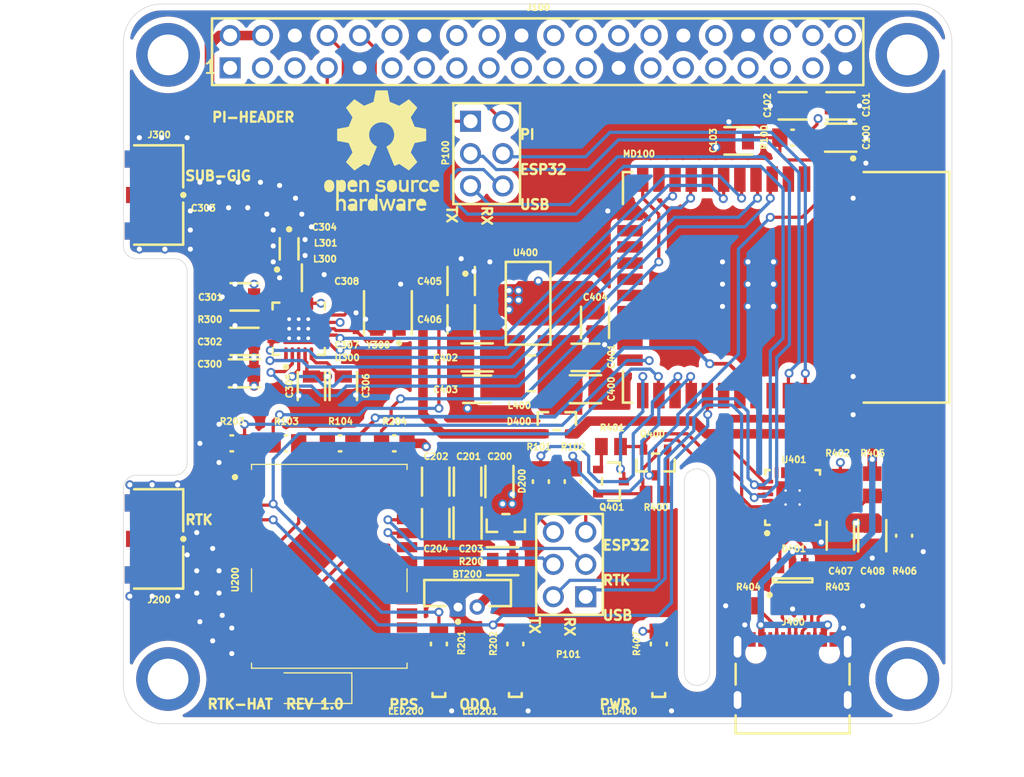
<source format=kicad_pcb>
(kicad_pcb (version 20211014) (generator pcbnew)
  (layers (0 "F.Cu" signal "Top Layer") (1 "In1.Cu" power "GND") (2 "In2.Cu" power "PWR") (31 "B.Cu" signal "Bottom Layer") (34 "B.Paste" user "Bottom Paste") (35 "F.Paste" user "Top Paste") (36 "B.SilkS" user "Bottom Overlay") (37 "F.SilkS" user "Top Overlay") (38 "B.Mask" user "Bottom Solder") (39 "F.Mask" user "Top Solder") (44 "Edge.Cuts" user))
  (net 0 "")
  (net 1 "NetJ100_7")
  (net 2 "NetMD100_31")
  (net 3 "NetLED400_2")
  (net 4 "NetLED201_2")
  (net 5 "NetLED200_2")
  (net 6 "NetMD100_12")
  (net 7 "NetMD100_11")
  (net 8 "NetMD100_9")
  (net 9 "NetMD100_8")
  (net 10 "NetMD100_7")
  (net 11 "NetMD100_6")
  (net 12 "NetJ100_10")
  (net 13 "NetJ100_8")
  (net 14 "NetP101_6")
  (net 15 "NetP101_5")
  (net 16 "NetP100_6")
  (net 17 "NetP100_5")
  (net 18 "NetMD100_35")
  (net 19 "NetMD100_34")
  (net 20 "NetR405_1")
  (net 21 "NetR402_1")
  (net 22 "NetQ401_2")
  (net 23 "NetQ401_1")
  (net 24 "NetQ400_2")
  (net 25 "NetQ400_1")
  (net 26 "NetMD100_25")
  (net 27 "NetJ400_B5")
  (net 28 "NetJ400_A5")
  (net 29 "NetD401_6")
  (net 30 "NetD401_4")
  (net 31 "NetD401_3")
  (net 32 "NetD401_1")
  (net 33 "NetC402_1")
  (net 34 "NetC400_1")
  (net 35 "VBUS")
  (net 36 "NetR300_1")
  (net 37 "NetL300_4")
  (net 38 "NetL300_3")
  (net 39 "NetL300_1")
  (net 40 "NetC308_2")
  (net 41 "NetC307_2")
  (net 42 "NetC306_2")
  (net 43 "NetC303_2")
  (net 44 "NetC303_1")
  (net 45 "NetMD100_28")
  (net 46 "NetMD100_27")
  (net 47 "NetC103_1")
  (net 48 "+5V_PI")
  (net 49 "TXD")
  (net 50 "RXD")
  (net 51 "RXD2")
  (net 52 "RSTN")
  (net 53 "ODO")
  (net 54 "BOOT_SEL")
  (net 55 "NetJ200_1")
  (net 56 "NetC203_1")
  (net 57 "NetBT200_2")
  (net 58 "1PPS")
  (net 59 "VCC")
  (net 60 "GND")
  (footprint "Vault:FP-C0805C-DN-MFG" (layer "F.Cu") (at 125.501098 103.2536)
    (fp_text reference "C302")
    (fp_text value "C0805C104K5RACTU" hide)
  )
  (footprint "Vault:FP-GRM21B-0_15-IPC_C" (layer "F.Cu") (at 145.5011 114.2536 90)
    (fp_text reference "C200")
    (fp_text value "GRM21BR61E106KA73L" hide)
  )
  (footprint "Vault:FP-C0805C-DN-MFG" (layer "F.Cu") (at 142.5011 98.503596 -90)
    (fp_text reference "C405")
    (fp_text value "C0805C104K5RACTU" hide)
  )
  (footprint "Vault:FP-C0805C-DN-MFG" (layer "F.Cu") (at 140.5011 114.2536 -90)
    (fp_text reference "C202")
    (fp_text value "C0805C104K5RACTU" hide)
  )
  (footprint "Vault:CAPC1005X55X25LL05T10" (layer "F.Cu") (at 134.2511 99.8636 90)
    (fp_text reference "C308")
    (fp_text value "GRM1555C1H270JA01D" hide)
  )
  (footprint "Vault:61300621121" (layer "F.Cu") (at 144.501098 88.5036 -90)
    (fp_text reference "P100")
    (fp_text value "61300621121" hide)
  )
  (footprint "Vault:RESC2013X60X40LL20T25" (layer "F.Cu") (at 172.2511 114.5036 90)
    (fp_text reference "R402")
    (fp_text value "ERA6AEB512V" hide)
  )
  (footprint "Vault:FP-SMA-J-P-H-ST-EM1-MFG" (layer "F.Cu") (at 111.3411 91.7536 -90)
    (fp_text reference "J300")
    (fp_text value "SMA-J-P-H-ST-EM1" hide)
  )
  (footprint "Vault:FP-CRGCQ0805-IPC_C" (layer "F.Cu") (at 145.751098 120.5036)
    (fp_text reference "R200")
    (fp_text value "CRGCQ0805F390R" hide)
  )
  (footprint "Vault:FP-C0805C-DN-MFG" (layer "F.Cu") (at 164.2511 87.5036 180)
    (fp_text reference "C103")
    (fp_text value "C0805C104K5RACTU" hide)
  )
  (footprint "Vault:CAPC1005X55X25ML05T10" (layer "F.Cu") (at 129.5011 94.2536 180)
    (fp_text reference "C304")
    (fp_text value "GRM1555C1H1R8CA01D" hide)
  )
  (footprint "Vault:FP-GRM21B-0_15-IPC_C" (layer "F.Cu") (at 143.0011 117.503598 -90)
    (fp_text reference "C203")
    (fp_text value "GRM21BR61E106KA73L" hide)
  )
  (footprint "Vault:CAPC1005X55X25ML05T10" (layer "F.Cu") (at 122.2511 91.7536)
    (fp_text reference "C303")
    (fp_text value "GRM1555C1H101JA01D" hide)
  )
  (footprint "Vault:RESC2013X60X40LL20T25" (layer "F.Cu") (at 154.251097 111.5036)
    (fp_text reference "R401")
    (fp_text value "ERA6AEB512V" hide)
  )
  (footprint "Vault:FP-SOT23-MFG" (layer "F.Cu") (at 146.0011 117.5036 -90)
    (fp_text reference "D200")
    (fp_text value "BAT54C,215" hide)
  )
  (footprint "Vault:FP-C0805C-DN-MFG" (layer "F.Cu") (at 143.0011 114.2536 -90)
    (fp_text reference "C201")
    (fp_text value "C0805C104K5RACTU" hide)
  )
  (footprint "Vault:RESC2013X60X35ML10T20" (layer "F.Cu") (at 137.2511 111.2536)
    (fp_text reference "R204")
    (fp_text value "RC0805FR-071KL" hide)
  )
  (footprint "Vault:RESC2013X60X35ML10T20" (layer "F.Cu") (at 148.7511 114.2536 90)
    (fp_text reference "R101")
    (fp_text value "RC0805FR-071KL" hide)
  )
  (footprint "Vault:FP-C0805C-DN-MFG" (layer "F.Cu") (at 152.251098 104.503596 180)
    (fp_text reference "C401")
    (fp_text value "C0805C104K5RACTU" hide)
  )
  (footprint "Vault:FP-C0805C-DN-MFG" (layer "F.Cu") (at 172.2511 84.7536 180)
    (fp_text reference "C101")
    (fp_text value "C0805C104K5RACTU" hide)
  )
  (footprint "Vault:FP-C0805C-DN-MFG" (layer "F.Cu") (at 143.7511 107.003596)
    (fp_text reference "C403")
    (fp_text value "C0805C104K5RACTU" hide)
  )
  (footprint "Vault:RESC2013X70X40NL20T20" (layer "F.Cu") (at 174.7511 114.5036 90)
    (fp_text reference "R405")
    (fp_text value "ERJ-6ENF2212V" hide)
  )
  (footprint "Vault:FP-C0805C-DN-MFG" (layer "F.Cu") (at 140.5011 117.503598 90)
    (fp_text reference "C204")
    (fp_text value "C0805C104K5RACTU" hide)
  )
  (footprint "Altium_WR-USB (rev22a).IntLib:629722000214" (layer "F.Cu") (at 168.5011 130.2536)
    (fp_text reference "J400")
    (fp_text value "629722000214" hide)
  )
  (footprint "Vault:FP-ML-621S-DN-MFG" (layer "F.Cu") (at 143.0011 123.0036)
    (fp_text reference "BT200")
    (fp_text value "ML-621S/DN" hide)
  )
  (footprint "Vault:FP-C0805C-DN-MFG" (layer "F.Cu") (at 130.7511 106.7536 90)
    (fp_text reference "C305")
    (fp_text value "C0805C104K5RACTU" hide)
  )
  (footprint "Vault:RESC2013X60X40LL20T25" (layer "F.Cu") (at 172.0011 124.0036 180)
    (fp_text reference "R403")
    (fp_text value "ERA6AEB512V" hide)
  )
  (footprint "Vault:FP-GRM21B-0_15-IPC_C" (layer "F.Cu") (at 143.7511 104.503596 180)
    (fp_text reference "C402")
    (fp_text value "GRM21BR61E106KA73L" hide)
  )
  (footprint "Vault:FP-C0805C-DN-MFG" (layer "F.Cu") (at 172.2511 118.5036 90)
    (fp_text reference "C407")
    (fp_text value "C0805C104K5RACTU" hide)
  )
  (footprint "Vault:FP-GRM21B-0_15-IPC_C" (layer "F.Cu") (at 153.0011 101.753597 -90)
    (fp_text reference "C404")
    (fp_text value "GRM21BR61E106KA73L" hide)
  )
  (footprint "Vault:FP-SOT223-0046067-IPC_C" (layer "F.Cu") (at 147.7511 100.253597)
    (fp_text reference "U400")
    (fp_text value "LDL1117S33R" hide)
  )
  (footprint "Vault:61304021121" (layer "F.Cu") (at 148.5011 80.5036)
    (fp_text reference "J100")
    (fp_text value "61304021121" hide)
  )
  (footprint "Vault:FP-SMA-J-P-H-ST-EM1-MFG" (layer "F.Cu") (at 111.3411 118.7536 -90)
    (fp_text reference "J200")
    (fp_text value "SMA-J-P-H-ST-EM1" hide)
  )
  (footprint "Vault:FP-CB3225-IPC_A" (layer "F.Cu") (at 148.0011 105.753596 180)
    (fp_text reference "L400")
    (fp_text value "CBC3225T100MR" hide)
  )
  (footprint "Vault:0805_A" (layer "F.Cu") (at 140.751098 131.0036 90)
    (fp_text reference "LED200")
    (fp_text value "150080RS75000" hide)
  )
  (footprint "Vault:FP-C0805C-DN-MFG" (layer "F.Cu") (at 125.501098 99.7536)
    (fp_text reference "C301")
    (fp_text value "C0805C104K5RACTU" hide)
  )
  (footprint "Vault:FP-ABM8-MFG" (layer "F.Cu") (at 136.7511 101.003598 90)
    (fp_text reference "Y300")
    (fp_text value "ABM8-26.000MHZ-10-1-U-T" hide)
  )
  (footprint "" (layer "F.Cu") (at 119.5011 129.7536)
    (fp_text reference "")
    (fp_text value "")
  )
  (footprint "Vault:FP-GRM21B-0_15-IPC_C" (layer "F.Cu") (at 174.7511 118.5036 -90)
    (fp_text reference "C408")
    (fp_text value "GRM21BR61E106KA73L" hide)
  )
  (footprint "" (layer "F.Cu") (at 177.5011 80.7536)
    (fp_text reference "")
    (fp_text value "")
  )
  (footprint "Vault:RESC2013X60X35ML10T20" (layer "F.Cu") (at 146.7511 127.0036 90)
    (fp_text reference "R202")
    (fp_text value "RC0805FR-071KL" hide)
  )
  (footprint "" (layer "F.Cu") (at 177.5011 129.7536)
    (fp_text reference "")
    (fp_text value "")
  )
  (footprint "Vault:FP-GRM21B-0_15-IPC_C" (layer "F.Cu") (at 125.501098 105.7536 180)
    (fp_text reference "C300")
    (fp_text value "GRM21BR61E106KA73L" hide)
  )
  (footprint "Vault:FP-GRM21B-0_15-IPC_C" (layer "F.Cu") (at 172.274858 87.2536)
    (fp_text reference "C100")
    (fp_text value "GRM21BR61E106KA73L" hide)
  )
  (footprint "" (layer "F.Cu") (at 119.5011 80.7536)
    (fp_text reference "")
    (fp_text value "")
  )
  (footprint "Vault:FP-GRM21B-0_15-IPC_C" (layer "F.Cu") (at 152.251098 107.003596)
    (fp_text reference "C400")
    (fp_text value "GRM21BR61E106KA73L" hide)
  )
  (footprint "Vault:CAPC1005X55X25LL05T10" (layer "F.Cu") (at 134.2511 102.0036 -90)
    (fp_text reference "C307")
    (fp_text value "GRM1555C1H270JA01D" hide)
  )
  (footprint "Vault:0805_A" (layer "F.Cu") (at 146.7511 131.0036 90)
    (fp_text reference "LED201")
    (fp_text value "150080RS75000" hide)
  )
  (footprint "Vault:FP-SS8050-G-MFG" (layer "F.Cu") (at 154.251097 114.253602)
    (fp_text reference "Q401")
    (fp_text value "SS8050-G" hide)
  )
  (footprint "Vault:RESC2013X60X35ML10T20" (layer "F.Cu") (at 128.7511 111.2536)
    (fp_text reference "R103")
    (fp_text value "RC0805FR-071KL" hide)
  )
  (footprint "Vault:RESC2013X60X40LL20T25" (layer "F.Cu") (at 165.0011 124.0036)
    (fp_text reference "R404")
    (fp_text value "ERA6AEB512V" hide)
  )
  (footprint "Vault:RESC2013X60X35ML10T20" (layer "F.Cu") (at 158.0011 127.0036 90)
    (fp_text reference "R407")
    (fp_text value "RC0805FR-071KL" hide)
  )
  (footprint "Vault:FP-C0805C-DN-MFG" (layer "F.Cu") (at 168.5011 84.7536)
    (fp_text reference "C102")
    (fp_text value "C0805C104K5RACTU" hide)
  )
  (footprint "Vault:RESC2013X60X35ML10T20" (layer "F.Cu") (at 133.001098 111.2536)
    (fp_text reference "R104")
    (fp_text value "RC0805FR-071KL" hide)
  )
  (footprint "Vault:FP-CRCW0805-e3-IPC_A" (layer "F.Cu") (at 177.2511 118.5036 90)
    (fp_text reference "R406")
    (fp_text value "CRCW080547K5FKEA" hide)
  )
  (footprint "Vault:RESC1005X40X25LL05T05" (layer "F.Cu") (at 125.501098 101.5036 180)
    (fp_text reference "R300")
    (fp_text value "CRCW040256K0FKED" hide)
  )
  (footprint "Vault:STM-SOT23-6L_V" (layer "F.Cu") (at 168.5011 122.0036 90)
    (fp_text reference "D401")
    (fp_text value "USBLC6-2SC6" hide)
  )
  (footprint "Vault:FP-RTK0020B-MFG" (layer "F.Cu") (at 129.7511 102.2536 90)
    (fp_text reference "U300")
    (fp_text value "CC1100ERTKR" hide)
  )
  (footprint "Vault:0805_A" (layer "F.Cu") (at 158.0011 131.0036 90)
    (fp_text reference "LED400")
    (fp_text value "150080RS75000" hide)
  )
  (footprint "Vault:RESC2013X60X35ML10T20" (layer "F.Cu") (at 124.5011 111.2536)
    (fp_text reference "R203")
    (fp_text value "RC0805FR-071KL" hide)
  )
  (footprint "Vault:FP-SS8050-G-MFG" (layer "F.Cu") (at 157.751097 112.7536 -90)
    (fp_text reference "Q400")
    (fp_text value "SS8050-G" hide)
  )
  (footprint "Vault:FP-C0805C-DN-MFG" (layer "F.Cu") (at 133.2511 106.7536 90)
    (fp_text reference "C306")
    (fp_text value "C0805C104K5RACTU" hide)
  )
  (footprint "Vault:FP-0896BM15A0001E-MFG" (layer "F.Cu") (at 130.0011 98.2536 90)
    (fp_text reference "L300")
    (fp_text value "0896BM15A0001E" hide)
  )
  (footprint "Vault:RESC2013X60X40LL20T25" (layer "F.Cu") (at 157.751097 115.2536 180)
    (fp_text reference "R400")
    (fp_text value "ERA6AEB512V" hide)
  )
  (footprint "Vault:SLAB-QFN-24-2550x2550TP_A_V" (layer "F.Cu") (at 168.5011 115.5036 90)
    (fp_text reference "U401")
    (fp_text value "CP2102N-A01-GQFN24" hide)
  )
  (footprint "Vault:FP-C0805C-DN-MFG" (layer "F.Cu") (at 142.5011 101.503597 90)
    (fp_text reference "C406")
    (fp_text value "C0805C104K5RACTU" hide)
  )
  (footprint "Vault:RESC2013X60X35ML10T20" (layer "F.Cu") (at 140.751098 127.0036 90)
    (fp_text reference "R201")
    (fp_text value "RC0805FR-071KL" hide)
  )
  (footprint "Vault:RESC2013X60X35ML10T20" (layer "F.Cu") (at 168.5011 87.2536)
    (fp_text reference "R100")
    (fp_text value "RC0805FR-071KL" hide)
  )
  (footprint "Vault:61300621121" (layer "F.Cu") (at 151.0011 120.7536 90)
    (fp_text reference "P101")
    (fp_text value "61300621121" hide)
  )
  (footprint "Vault:FP-LQG15HH_02-IPC_A" (layer "F.Cu") (at 129.0011 95.982161 -90)
    (fp_text reference "L301")
    (fp_text value "LQG15HN5N6S02D" hide)
  )
  (footprint "Vault:FP-ESP32-WROOM-32-MFG" (layer "F.Cu") (at 167.9911 99.0036 -90)
    (fp_text reference "MD100")
    (fp_text value "ESP32-WROOM-32" hide)
  )
  (footprint "Vault:FP-SOT23-MFG" (layer "F.Cu") (at 150.0011 109.503597 90)
    (fp_text reference "D400")
    (fp_text value "BAT54C,215" hide)
  )
  (footprint "Vault:RESC2013X60X35ML10T20" (layer "F.Cu") (at 151.250689 114.253836 90)
    (fp_text reference "R102")
    (fp_text value "RC0805FR-071KL" hide)
  )
  (footprint "px1125r.PcbLib:PX1125R" (layer "F.Cu") (at 126.0511 113.903598 180)
    (fp_text reference "U200")
    (fp_text value "PX1125R" hide)
  )
  (gr_poly (pts (xy 129.3911 99.8036) (arc (start 129.3911 100.663602) (mid 129.350095 100.762597) (end 129.2511 100.803602)) (arc (start 129.2511 100.803602) (mid 129.152105 100.762597) (end 129.1111 100.663602)) (xy 129.1111 99.8036)) (layer "F.Cu") (width 0) (fill solid))
  (gr_poly (pts (xy 127.3011 102.6136) (arc (start 128.1611 102.6136) (mid 128.260095 102.654605) (end 128.3011 102.7536)) (arc (start 128.3011 102.7536) (mid 128.260095 102.852595) (end 128.1611 102.8936)) (xy 128.1611 102.893602) (xy 127.3011 102.893602)) (layer "F.Cu") (width 0) (fill solid))
  (gr_poly (pts (xy 144.0011 107.7536) (xy 144.0011 102.0036) (xy 145.5011 102.0036) (xy 146.2511 102.7536) (xy 147.5011 102.7536) (xy 147.5011 107.7536)) (layer "F.Cu") (width 0) (fill solid))
  (gr_poly (pts (xy 132.2011 102.3936) (arc (start 131.3411 102.3936) (mid 131.242105 102.352595) (end 131.2011 102.2536)) (arc (start 131.2011 102.2536) (mid 131.242105 102.154605) (end 131.3411 102.1136)) (xy 132.2011 102.1136)) (layer "F.Cu") (width 0) (fill solid))
  (gr_poly (pts (xy 132.2011 101.893602) (arc (start 131.3411 101.893602) (mid 131.242105 101.852597) (end 131.2011 101.753602)) (arc (start 131.2011 101.753602) (mid 131.242105 101.654607) (end 131.3411 101.613602)) (xy 131.3411 101.6136) (xy 132.2011 101.6136)) (layer "F.Cu") (width 0) (fill solid))
  (gr_poly (pts (xy 130.8911 99.8036) (arc (start 130.8911 100.663602) (mid 130.850095 100.762597) (end 130.7511 100.803602)) (arc (start 130.7511 100.803602) (mid 130.652105 100.762597) (end 130.6111 100.663602)) (xy 130.6111 99.8036)) (layer "F.Cu") (width 0) (fill solid))
  (gr_poly (pts (xy 148.5011 102.7536) (xy 148.5011 108.5036) (xy 149.0011 109.0036) (xy 152.0011 109.0036) (xy 152.0011 102.7536)) (layer "F.Cu") (width 0) (fill solid))
  (gr_poly (pts (xy 128.8911 99.8036) (arc (start 128.8911 100.663602) (mid 128.850095 100.762597) (end 128.7511 100.803602)) (arc (start 128.7511 100.803602) (mid 128.652105 100.762597) (end 128.6111 100.663602)) (xy 128.6111 99.8036)) (layer "F.Cu") (width 0) (fill solid))
  (gr_poly (pts (xy 127.3011 101.1136) (arc (start 128.1611 101.1136) (mid 128.260095 101.154605) (end 128.3011 101.2536)) (arc (start 128.3011 101.2536) (mid 128.260095 101.352595) (end 128.1611 101.3936)) (xy 127.3011 101.3936)) (layer "F.Cu") (width 0) (fill solid))
  (gr_poly (pts (xy 132.2011 102.893602) (arc (start 131.3411 102.8936) (mid 131.242105 102.852595) (end 131.2011 102.7536)) (arc (start 131.2011 102.7536) (mid 131.242105 102.654605) (end 131.3411 102.6136)) (xy 132.2011 102.6136)) (layer "F.Cu") (width 0) (fill solid))
  (gr_poly (pts (xy 144.7511 117.0036) (xy 147.5011 117.0036) (xy 147.5011 115.7536) (xy 147.7511 115.5036) (xy 147.7511 114.2536) (xy 144.7511 114.2536)) (layer "F.Cu") (width 0) (fill solid))
  (gr_poly (pts (xy 127.3011 101.6136) (arc (start 128.1611 101.613602) (mid 128.260095 101.654607) (end 128.3011 101.753602)) (arc (start 128.3011 101.753602) (mid 128.260095 101.852597) (end 128.1611 101.893602)) (xy 127.3011 101.893602)) (layer "F.Cu") (width 0) (fill solid))
  (gr_poly (pts (xy 169.7511 117.0036) (xy 170.0011 117.0036) (xy 170.2511 116.7536) (xy 175.2511 116.7536) (xy 175.5011 117.0036) (xy 175.5011 118.2536) (xy 169.7511 118.2536)) (layer "F.Cu") (width 0) (fill solid))
  (gr_poly (pts (xy 130.3911 99.8036) (arc (start 130.3911 100.663602) (mid 130.350095 100.762597) (end 130.2511 100.803602)) (arc (start 130.2511 100.803602) (mid 130.152105 100.762597) (end 130.1111 100.663602)) (xy 130.1111 99.8036)) (layer "F.Cu") (width 0) (fill solid))
  (gr_poly (pts (xy 130.1111 104.7036) (arc (start 130.1111 103.8436) (mid 130.152105 103.744605) (end 130.2511 103.7036)) (arc (start 130.2511 103.7036) (mid 130.350095 103.744605) (end 130.3911 103.8436)) (xy 130.3911 104.7036)) (layer "F.Cu") (width 0) (fill solid))
  (gr_poly (pts (xy 127.3011 102.1136) (arc (start 128.1611 102.1136) (mid 128.260095 102.154605) (end 128.3011 102.2536)) (arc (start 128.3011 102.2536) (mid 128.260095 102.352595) (end 128.1611 102.3936)) (xy 127.3011 102.3936)) (layer "F.Cu") (width 0) (fill solid))
  (gr_poly (pts (xy 129.6111 104.7036) (arc (start 129.6111 103.8436) (mid 129.652105 103.744605) (end 129.7511 103.7036)) (arc (start 129.7511 103.7036) (mid 129.850095 103.744605) (end 129.8911 103.8436)) (xy 129.8911 104.7036)) (layer "F.Cu") (width 0) (fill solid))
  (gr_poly (pts (xy 141.7511 101.2536) (xy 145.751103 101.253598) (xy 146.5011 102.0036) (xy 151.751102 102.0036) (xy 152.2511 101.5036) (xy 153.7511 101.5036) (xy 153.7511 99.5036) (xy 152.7511 98.5036) (xy 147.001098 98.5036) (xy 146.7511 98.7536) (xy 141.7511 98.7536)) (layer "F.Cu") (width 0) (fill solid))
  (gr_poly (pts (xy 127.3011 103.113602) (arc (start 128.1611 103.1136) (mid 128.260095 103.154605) (end 128.3011 103.2536)) (arc (start 128.3011 103.2536) (mid 128.260095 103.352595) (end 128.1611 103.3936)) (xy 127.3011 103.3936)) (layer "F.Cu") (width 0) (fill solid))
  (gr_poly (pts (xy 129.1111 104.7036) (arc (start 129.1111 103.8436) (mid 129.152105 103.744605) (end 129.2511 103.7036)) (arc (start 129.2511 103.7036) (mid 129.350095 103.744605) (end 129.3911 103.8436)) (xy 129.3911 104.7036)) (layer "F.Cu") (width 0) (fill solid))
  (gr_poly (pts (xy 130.6111 104.7036) (arc (start 130.6111 103.8436) (mid 130.652105 103.744605) (end 130.7511 103.7036)) (arc (start 130.7511 103.7036) (mid 130.850095 103.744605) (end 130.8911 103.8436)) (xy 130.8911 104.7036)) (layer "F.Cu") (width 0) (fill solid))
  (gr_poly (pts (xy 132.2011 103.3936) (arc (start 131.3411 103.3936) (mid 131.242105 103.352595) (end 131.2011 103.2536)) (arc (start 131.2011 103.2536) (mid 131.242105 103.154605) (end 131.3411 103.1136)) (xy 131.3411 103.113602) (xy 132.2011 103.113602)) (layer "F.Cu") (width 0) (fill solid))
  (gr_poly (pts (xy 132.2011 101.3936) (arc (start 131.3411 101.3936) (mid 131.242105 101.352595) (end 131.2011 101.2536)) (arc (start 131.2011 101.2536) (mid 131.242105 101.154605) (end 131.3411 101.1136)) (xy 132.2011 101.1136)) (layer "F.Cu") (width 0) (fill solid))
  (gr_poly (pts (xy 129.8911 99.8036) (arc (start 129.8911 100.663602) (mid 129.850095 100.762597) (end 129.7511 100.803602)) (arc (start 129.7511 100.803602) (mid 129.652105 100.762597) (end 129.6111 100.663602)) (xy 129.6111 99.8036)) (layer "F.Cu") (width 0) (fill solid))
  (gr_poly (pts (xy 128.6111 104.7036) (arc (start 128.6111 103.8436) (mid 128.652105 103.744605) (end 128.7511 103.7036)) (arc (start 128.7511 103.7036) (mid 128.850095 103.744605) (end 128.8911 103.8436)) (xy 128.8911 104.7036)) (layer "F.Cu") (width 0) (fill solid))
  (gr_arc (start 140.523639 90.800862) (mid 140.548414 90.832615) (end 140.565861 90.868914) (layer "F.SilkS") (width 0.0127))
  (gr_line (start 136.241143 92.060949) (end 136.419733 92.712939) (layer "F.SilkS") (width 0.0127))
  (gr_poly (pts (xy 132.146378 90.560431) (xy 132.146226 90.560564) (xy 132.150562 90.5597) (xy 132.244049 90.578295) (xy 132.244046 90.578305) (xy 132.2962 90.588679) (xy 132.322591 90.606312) (xy 132.322959 90.605664) (xy 132.383386 90.64604) (xy 132.383203 90.646283) (xy 132.425425 90.674498) (xy 132.432332 90.684833) (xy 132.432177 90.685018) (xy 132.502242 90.78988) (xy 132.508229 90.819974) (xy 132.507891 90.820129) (xy 132.526342 90.912884) (xy 132.524305 90.913057) (xy 132.540393 91.035244) (xy 132.539258 91.04387) (xy 132.539563 91.043735) (xy 132.540741 91.052686) (xy 132.524401 91.176811) (xy 132.526456 91.176978) (xy 132.507858 91.270476) (xy 132.508232 91.270641) (xy 132.502242 91.300737) (xy 132.432177 91.405596) (xy 132.431808 91.405243) (xy 132.423342 91.417918) (xy 132.38319 91.444745) (xy 132.383353 91.444964) (xy 132.323089 91.485228) (xy 132.322708 91.484542) (xy 132.298273 91.500872) (xy 132.244044 91.511659) (xy 132.244046 91.511661) (xy 132.150579 91.530254) (xy 132.146223 91.529388) (xy 132.146381 91.529523) (xy 132.141778 91.53044) (xy 132.047369 91.511661) (xy 132.047369 91.511656) (xy 131.99313 91.500866) (xy 131.968622 91.484491) (xy 131.968281 91.485098) (xy 131.908327 91.445037) (xy 131.908507 91.444791) (xy 131.869937 91.41902) (xy 131.86058 91.405015) (xy 131.859973 91.405611) (xy 131.78945 91.300069) (xy 131.783605 91.270684) (xy 131.784004 91.270509) (xy 131.765401 91.176976) (xy 131.767438 91.176808) (xy 131.751098 91.052689) (xy 131.752277 91.043735) (xy 131.752564 91.043738) (xy 131.751446 91.035241) (xy 131.767532 90.913062) (xy 131.765513 90.91289) (xy 131.783971 90.820096) (xy 131.783608 90.819928) (xy 131.78945 90.790548) (xy 131.859973 90.685003) (xy 131.86009 90.6851) (xy 131.867959 90.673327) (xy 131.908497 90.646238) (xy 131.908286 90.645961) (xy 131.968408 90.605786) (xy 131.968738 90.606357) (xy 131.995177 90.588692) (xy 132.047369 90.578311) (xy 132.047367 90.578303) (xy 132.141794 90.55952)) (layer "F.SilkS") (width 0) (fill solid))
  (gr_arc (start 132.966935 91.31127) (mid 132.933653 91.281347) (end 132.914485 91.240905) (layer "F.SilkS") (width 0.0127))
  (gr_arc (start 135.618589 92.243287) (mid 135.642158 92.250292) (end 135.664311 92.260958) (layer "F.SilkS") (width 0.0127))
  (gr_arc (start 135.84705 87.927344) (mid 135.870093 87.951703) (end 135.869896 87.985233) (layer "F.SilkS") (width 0.0127))
  (gr_arc (start 136.385216 91.225842) (mid 136.3822 91.252755) (end 136.372188 91.277918) (layer "F.SilkS") (width 0.0127))
  (gr_line (start 134.145402 92.913058) (end 134.149285 92.913058) (layer "F.SilkS") (width 0.0127))
  (gr_arc (start 139.186983 92.350418) (mid 139.204277 92.314084) (end 139.22904 92.282366) (layer "F.SilkS") (width 0.0127))
  (gr_arc (start 137.931667 92.293127) (mid 137.940529 92.319459) (end 137.94296 92.347135) (layer "F.SilkS") (width 0.0127))
  (gr_arc (start 136.321066 91.144022) (mid 136.339716 91.15158) (end 136.356707 91.162363) (layer "F.SilkS") (width 0.0127))
  (gr_arc (start 137.797066 93.000207) (mid 137.756514 93.004713) (end 137.715733 93.006016) (layer "F.SilkS") (width 0.0127))
  (gr_arc (start 137.826077 91.219064) (mid 137.815904 91.177397) (end 137.812966 91.134607) (layer "F.SilkS") (width 0.0127))
  (gr_line (start 136.148509 90.945249) (end 136.302585 90.956006) (layer "F.SilkS") (width 0.0127))
  (gr_arc (start 140.273853 91.497885) (mid 140.203046 91.467937) (end 140.137155 91.428327) (layer "F.SilkS") (width 0.0127))
  (gr_line (start 138.581522 91.51031) (end 138.581522 90.579446) (layer "F.SilkS") (width 0.0127))
  (gr_arc (start 133.968705 88.391602) (mid 133.971899 88.413363) (end 133.964399 88.434038) (layer "F.SilkS") (width 0.0127))
  (gr_arc (start 133.855787 92.241265) (mid 133.879734 92.234616) (end 133.904207 92.230292) (layer "F.SilkS") (width 0.0127))
  (gr_arc (start 137.432042 91.269954) (mid 137.400758 91.340534) (end 137.355007 91.402719) (layer "F.SilkS") (width 0.0127))
  (gr_line (start 140.1899 90.961604) (end 140.5828 90.961604) (layer "F.SilkS") (width 0.0127))
  (gr_arc (start 134.791126 92.283659) (mid 134.849488 92.249317) (end 134.916145 92.237393) (layer "F.SilkS") (width 0.0127))
  (gr_poly (pts (xy 132.352639 91.046008) (xy 132.342972 91.045955) (xy 132.352626 91.045904)) (layer "F.SilkS") (width 0) (fill solid))
  (gr_arc (start 139.396007 93.002573) (mid 139.324513 92.996713) (end 139.254902 92.979388) (layer "F.SilkS") (width 0.0127))
  (gr_arc (start 140.010432 90.923048) (mid 140.019672 90.870268) (end 140.033731 90.818562) (layer "F.SilkS") (width 0.0127))
  (gr_line (start 132.888455 92.991813) (end 132.888455 92.437509) (layer "F.SilkS") (width 0.0127))
  (gr_arc (start 132.322099 91.483414) (mid 132.28411 91.500407) (end 132.244043 91.511656) (layer "F.SilkS") (width 0.0127))
  (gr_arc (start 134.102788 91.322997) (mid 134.049477 91.339968) (end 133.993802 91.345484) (layer "F.SilkS") (width 0.0127))
  (gr_arc (start 139.393056 90.919052) (mid 139.410913 90.871299) (end 139.438473 90.828408) (layer "F.SilkS") (width 0.0127))
  (gr_arc (start 135.058457 90.872089) (mid 135.068618 90.913484) (end 135.071569 90.956006) (layer "F.SilkS") (width 0.0127))
  (gr_arc (start 139.321113 91.411328) (mid 139.290311 91.381355) (end 139.264044 91.347338) (layer "F.SilkS") (width 0.0127))
  (gr_arc (start 135.788528 83.583563) (mid 135.804065 83.557384) (end 135.832712 83.547086) (layer "F.SilkS") (width 0.0127))
  (gr_arc (start 138.365244 84.261306) (mid 138.394741 84.253781) (end 138.422279 84.266757) (layer "F.SilkS") (width 0.0127))
  (gr_line (start 134.149285 92.995258) (end 134.149285 92.913058) (layer "F.SilkS") (width 0.0127))
  (gr_arc (start 139.367608 92.050189) (mid 139.440695 92.056622) (end 139.511245 92.076763) (layer "F.SilkS") (width 0.0127))
  (gr_arc (start 137.222881 90.82432) (mid 137.244232 90.862115) (end 137.258606 90.903075) (layer "F.SilkS") (width 0.0127))
  (gr_arc (start 139.744495 87.458865) (mid 139.734197 87.487512) (end 139.708018 87.503049) (layer "F.SilkS") (width 0.0127))
  (gr_arc (start 133.177921 90.778702) (mid 133.211255 90.807587) (end 133.230802 90.847127) (layer "F.SilkS") (width 0.0127))
  (gr_arc (start 138.876425 90.59623) (mid 138.943963 90.575014) (end 139.014471 90.568686) (layer "F.SilkS") (width 0.0127))
  (gr_line (start 133.444466 92.991813) (end 133.444466 92.372958) (layer "F.SilkS") (width 0.0127))
  (gr_arc (start 135.743222 92.894985) (mid 135.692813 92.941008) (end 135.634014 92.975676) (layer "F.SilkS") (width 0.0127))
  (gr_arc (start 133.677612 92.526167) (mid 133.720036 92.490985) (end 133.769494 92.466667) (layer "F.SilkS") (width 0.0127))
  (gr_poly (pts (xy 133.208398 90.57717) (xy 133.208393 90.577188) (xy 133.251756 90.585814) (xy 133.276437 90.602303) (xy 133.276628 90.601945) (xy 133.356419 90.65526) (xy 133.378969 90.689011) (xy 133.378624 90.689293) (xy 133.419533 90.750517) (xy 133.430701 90.806674) (xy 133.431486 90.806532) (xy 133.443757 90.899732) (xy 133.443851 90.899702) (xy 133.457107 91.034294) (xy 133.455957 91.046008) (xy 133.455847 91.045904) (xy 133.456983 91.057438) (xy 133.443793 91.191345) (xy 133.443744 91.191314) (xy 133.431474 91.284512) (xy 133.430706 91.284372) (xy 133.419609 91.340153) (xy 133.3787 91.401385) (xy 133.378766 91.401433) (xy 133.355507 91.436241) (xy 133.276724 91.488883) (xy 133.276559 91.488565) (xy 133.253925 91.503688) (xy 133.208385 91.512746) (xy 133.208388 91.512759) (xy 133.131492 91.528055) (xy 133.128975 91.527554) (xy 133.129097 91.525731) (xy 133.124405 91.526663) (xy 133.013717 91.504646) (xy 132.997355 91.493711) (xy 132.997118 91.494072) (xy 132.888449 91.421461) (xy 132.888455 92.160362) (xy 132.891332 92.159923) (xy 132.911119 92.130314) (xy 132.99466 92.07449) (xy 132.994045 92.07292) (xy 132.999481 92.069288) (xy 133.128271 92.04367) (xy 133.134286 92.044866) (xy 133.134202 92.044642) (xy 133.242592 92.066202) (xy 133.24343 92.064218) (xy 133.246003 92.064731) (xy 133.344992 92.130873) (xy 133.344237 92.131749) (xy 133.367062 92.146999) (xy 133.423846 92.231985) (xy 133.424809 92.231586) (xy 133.424908 92.231734) (xy 133.438227 92.298696) (xy 133.438253 92.298691) (xy 133.452619 92.370903) (xy 133.452202 92.372996) (xy 133.444466 92.372958) (xy 133.444466 92.991813) (xy 133.257255 92.991813) (xy 133.261334 92.437575) (xy 133.262165 92.433407) (xy 133.246155 92.352912) (xy 133.245693 92.353054) (xy 133.243732 92.343189) (xy 133.20696 92.288155) (xy 133.206925 92.288211) (xy 133.205751 92.286458) (xy 133.147852 92.247769) (xy 133.147027 92.247606) (xy 133.146928 92.247746) (xy 133.07611 92.233662) (xy 133.073895 92.234101) (xy 133.073974 92.234012) (xy 133.071484 92.233517) (xy 132.999376 92.247863) (xy 132.999328 92.24784) (xy 132.997261 92.248254) (xy 132.939826 92.286631) (xy 132.938775 92.2882) (xy 132.938749 92.288155) (xy 132.90198 92.343184) (xy 132.900019 92.353054) (xy 132.899557 92.352912) (xy 132.883545 92.433415) (xy 132.88437 92.437575) (xy 132.888455 92.437509) (xy 132.888455 92.991813) (xy 132.701246 92.991813) (xy 132.701246 90.579446) (xy 132.888449 90.579446) (xy 132.886293 90.675239) (xy 132.898383 90.657147) (xy 132.995731 90.5921) (xy 132.995518 90.591468) (xy 133.002163 90.587028) (xy 133.125635 90.562469) (xy 133.129079 90.563154) (xy 133.128977 90.562367) (xy 133.131484 90.561869)) (layer "F.SilkS") (width 0) (fill solid))
  (gr_arc (start 131.863123 90.687896) (mid 131.885016 90.666221) (end 131.908795 90.646634) (layer "F.SilkS") (width 0.0127))
  (gr_arc (start 133.968839 90.568687) (mid 134.041925 90.57512) (end 134.112474 90.595261) (layer "F.SilkS") (width 0.0127))
  (gr_arc (start 133.89245 90.759066) (mid 133.929971 90.748411) (end 133.968838 90.745132) (layer "F.SilkS") (width 0.0127))
  (gr_arc (start 137.248056 91.483414) (mid 137.210067 91.500407) (end 137.17 91.511656) (layer "F.SilkS") (width 0.0127))
  (gr_arc (start 136.647657 87.985234) (mid 136.64746 87.951704) (end 136.670504 87.927346) (layer "F.SilkS") (width 0.0127))
  (gr_arc (start 137.861187 92.982775) (mid 137.829644 92.993392) (end 137.797067 93.000205) (layer "F.SilkS") (width 0.0127))
  (gr_arc (start 137.617577 89.322872) (mid 137.639338 89.319676) (end 137.660014 89.327175) (layer "F.SilkS") (width 0.0127))
  (gr_arc (start 133.492732 89.196305) (mid 133.479757 89.168767) (end 133.487281 89.13927) (layer "F.SilkS") (width 0.0127))
  (gr_arc (start 140.002693 91.048534) (mid 140.004465 90.98566) (end 140.010432 90.923045) (layer "F.SilkS") (width 0.0127))
  (gr_poly (pts (xy 133.79208 92.299366) (xy 133.791414 92.299003) (xy 133.791465 92.298881)) (layer "F.SilkS") (width 0) (fill solid))
  (gr_arc (start 139.546913 92.350418) (mid 139.558996 92.396103) (end 139.563852 92.443108) (layer "F.SilkS") (width 0.0127))
  (gr_arc (start 135.914394 91.043156) (mid 135.88111 91.00624) (end 135.857269 90.962625) (layer "F.SilkS") (width 0.0127))
  (gr_arc (start 137.266343 91.132131) (mid 137.263631 91.160426) (end 137.258604 91.188402) (layer "F.SilkS") (width 0.0127))
  (gr_arc (start 135.847051 87.927344) (mid 136.258778 86.048058) (end 136.670505 87.927344) (layer "F.SilkS") (width 0.0127))
  (gr_arc (start 136.973342 90.578317) (mid 137.022537 90.570862) (end 137.072247 90.568688) (layer "F.SilkS") (width 0.0127))
  (gr_arc (start 132.3221 90.607203) (mid 132.353171 90.625915) (end 132.382941 90.646634) (layer "F.SilkS") (width 0.0127))
  (gr_line (start 134.734966 92.160362) (end 134.734966 92.060949) (layer "F.SilkS") (width 0.0127))
  (gr_arc (start 133.963372 92.226634) (mid 134.004374 92.227543) (end 134.045038 92.232875) (layer "F.SilkS") (width 0.0127))
  (gr_arc (start 133.922057 93.006014) (mid 133.853557 93.000233) (end 133.78682 92.983743) (layer "F.SilkS") (width 0.0127))
  (gr_line (start 134.702769 90.678859) (end 134.706211 90.678859) (layer "F.SilkS") (width 0.0127))
  (gr_arc (start 136.025421 90.857456) (mid 136.03406 90.813333) (end 136.060511 90.776976) (layer "F.SilkS") (width 0.0127))
  (gr_arc (start 133.616001 90.818561) (mid 133.6328 90.775615) (end 133.654802 90.735087) (layer "F.SilkS") (width 0.0127))
  (gr_arc (start 140.411511 91.345485) (mid 140.366776 91.342147) (end 140.323292 91.331121) (layer "F.SilkS") (width 0.0127))
  (gr_arc (start 137.899913 92.802456) (mid 137.869073 92.816457) (end 137.836123 92.824295) (layer "F.SilkS") (width 0.0127))
  (gr_arc (start 137.563172 92.466666) (mid 137.626083 92.450757) (end 137.690776 92.445688) (layer "F.SilkS") (width 0.0127))
  (gr_line (start 133.772166 90.961604) (end 134.165081 90.961604) (layer "F.SilkS") (width 0.0127))
  (gr_arc (start 137.170001 90.578314) (mid 137.210111 90.589836) (end 137.248058 90.607202) (layer "F.SilkS") (width 0.0127))
  (gr_arc (start 133.603163 92.721979) (mid 133.607558 92.667491) (end 133.621784 92.61471) (layer "F.SilkS") (width 0.0127))
  (gr_poly (pts (xy 140.532425 90.58956) (xy 140.532864 90.588648) (xy 140.536483 90.589367) (xy 140.658508 90.670901) (xy 140.657395 90.672006) (xy 140.670019 90.680444) (xy 140.745393 90.793248) (xy 140.746265 90.797622) (xy 140.746793 90.7975) (xy 140.778081 90.954782) (xy 140.776699 90.961716) (xy 140.769569 90.961604) (xy 140.769569 91.11567) (xy 140.185224 91.115579) (xy 140.184066 91.121413) (xy 140.203083 91.217032) (xy 140.203868 91.216778) (xy 140.205946 91.22722) (xy 140.245336 91.28617) (xy 140.250685 91.289744) (xy 140.250518 91.28994) (xy 140.312382 91.331276) (xy 140.322511 91.333293) (xy 140.322466 91.333493) (xy 140.408297 91.350567) (xy 140.411566 91.349917) (xy 140.411482 91.350407) (xy 140.413113 91.350732) (xy 140.51753 91.329963) (xy 140.522188 91.326851) (xy 140.522232 91.326828) (xy 140.615861 91.264265) (xy 140.61944 91.258909) (xy 140.615935 91.255538) (xy 140.753725 91.373186) (xy 140.732584 91.404829) (xy 140.678292 91.441105) (xy 140.678195 91.440976) (xy 140.602412 91.491613) (xy 140.598058 91.492479) (xy 140.598764 91.494278) (xy 140.416354 91.530562) (xy 140.414927 91.530277) (xy 140.414947 91.529683) (xy 140.272674 91.501382) (xy 140.272275 91.502497) (xy 140.237574 91.495593) (xy 140.137074 91.428443) (xy 140.137129 91.428362) (xy 140.101414 91.404496) (xy 140.078265 91.369853) (xy 140.037668 91.309094) (xy 140.033469 91.287976) (xy 140.031529 91.288644) (xy 140.009931 91.180067) (xy 140.01109 91.179915) (xy 139.994524 91.054078) (xy 139.995258 91.048492) (xy 139.995212 91.048574) (xy 139.994557 91.0436) (xy 140.010429 90.923044) (xy 140.009052 90.922869) (xy 140.030038 90.817373) (xy 140.031425 90.817822) (xy 140.037523 90.78716) (xy 140.072375 90.735001) (xy 140.072428 90.735034) (xy 140.106367 90.684241) (xy 140.12572 90.671308) (xy 140.124607 90.670027) (xy 140.249964 90.586266) (xy 140.250352 90.586192) (xy 140.25144 90.588717) (xy 140.386547 90.561841) (xy 140.386507 90.561686) (xy 140.389397 90.561112)) (layer "F.SilkS") (width 0) (fill solid))
  (gr_arc (start 139.50469 92.282365) (mid 139.529465 92.314118) (end 139.546912 92.350417) (layer "F.SilkS") (width 0.0127))
  (gr_arc (start 136.201448 91.345484) (mid 136.120481 91.33831) (end 136.042441 91.315573) (layer "F.SilkS") (width 0.0127))
  (gr_arc (start 132.146301 90.755888) (mid 132.191438 90.759694) (end 132.234739 90.772995) (layer "F.SilkS") (width 0.0127))
  (gr_arc (start 133.012969 90.761782) (mid 133.042429 90.757211) (end 133.072212 90.755889) (layer "F.SilkS") (width 0.0127))
  (gr_arc (start 139.45924 90.596392) (mid 139.5348 90.575492) (end 139.612902 90.568688) (layer "F.SilkS") (width 0.0127))
  (gr_arc (start 139.18654 92.697717) (mid 139.174379 92.648123) (end 139.170952 92.597174) (layer "F.SilkS") (width 0.0127))
  (gr_arc (start 135.253482 92.171121) (mid 135.29946 92.122505) (end 135.354619 92.084622) (layer "F.SilkS") (width 0.0127))
  (gr_line (start 136.770464 92.060949) (end 136.98092 92.712939) (layer "F.SilkS") (width 0.0127))
  (gr_poly (pts (xy 135.930432 92.991813) (xy 135.743222 92.991813) (xy 135.745594 92.897094) (xy 135.734624 92.913513) (xy 135.63579 92.979553) (xy 135.635995 92.980173) (xy 135.630065 92.984138) (xy 135.505965 93.008821) (xy 135.502605 93.008153) (xy 135.502709 93.009152) (xy 135.500118 93.009667) (xy 135.422607 92.994249) (xy 135.422607 92.994239) (xy 135.376359 92.985039) (xy 135.354022 92.970114) (xy 135.353867 92.970424) (xy 135.277713 92.91954) (xy 135.253136 92.882759) (xy 135.252829 92.883018) (xy 135.211638 92.821369) (xy 135.200515 92.765451) (xy 135.199946 92.76555) (xy 135.187597 92.671746) (xy 135.189435 92.671682) (xy 135.178828 92.536915) (xy 135.179745 92.525274) (xy 135.179941 92.525337) (xy 135.179037 92.513841) (xy 135.189509 92.380761) (xy 135.187701 92.380697) (xy 135.199898 92.288063) (xy 135.200533 92.288175) (xy 135.211617 92.232458) (xy 135.252902 92.170667) (xy 135.252984 92.170741) (xy 135.276954 92.134868) (xy 135.353964 92.083413) (xy 135.354147 92.083769) (xy 135.378538 92.067469) (xy 135.422597 92.058704) (xy 135.422597 92.058686) (xy 135.500126 92.043266) (xy 135.502706 92.043779) (xy 135.502597 92.045534) (xy 135.506521 92.044752) (xy 135.614268 92.066184) (xy 135.633656 92.079138) (xy 135.634029 92.078483) (xy 135.743222 92.151439) (xy 135.743222 91.685245) (xy 135.930432 91.685245)) (layer "F.SilkS") (width 0) (fill solid))
  (gr_arc (start 138.639235 92.077734) (mid 138.706773 92.056518) (end 138.777281 92.05019) (layer "F.SilkS") (width 0.0127))
  (gr_arc (start 134.236954 90.674983) (mid 134.28707 90.732534) (end 134.323133 90.799788) (layer "F.SilkS") (width 0.0127))
  (gr_arc (start 135.500237 92.243058) (mid 135.529917 92.238663) (end 135.559894 92.237394) (layer "F.SilkS") (width 0.0127))
  (gr_arc (start 136.031949 90.886883) (mid 136.027074 90.872527) (end 136.025421 90.857457) (layer "F.SilkS") (width 0.0127))
  (gr_arc (start 135.968186 91.479646) (mid 135.866893 91.426368) (end 135.77712 91.355379) (layer "F.SilkS") (width 0.0127))
  (gr_arc (start 136.834747 90.646634) (mid 136.864305 90.625913) (end 136.895176 90.607203) (layer "F.SilkS") (width 0.0127))
  (gr_arc (start 133.648776 92.186612) (mid 133.706267 92.126542) (end 133.777237 92.083219) (layer "F.SilkS") (width 0.0127))
  (gr_arc (start 139.713266 91.509772) (mid 139.663414 91.518363) (end 139.6129 91.52107) (layer "F.SilkS") (width 0.0127))
  (gr_arc (start 139.233335 92.769534) (mid 139.205554 92.736481) (end 139.186538 92.697717) (layer "F.SilkS") (width 0.0127))
  (gr_arc (start 136.878374 90.958912) (mid 136.880873 90.93086) (end 136.885478 90.903075) (layer "F.SilkS") (width 0.0127))
  (gr_arc (start 135.63283 92.080743) (mid 135.690756 92.116767) (end 135.743221 92.160362) (layer "F.SilkS") (width 0.0127))
  (gr_arc (start 137.222882 91.266298) (mid 137.195215 91.296114) (end 137.16069 91.317619) (layer "F.SilkS") (width 0.0127))
  (gr_arc (start 137.355007 91.402721) (mid 137.33295 91.42467) (end 137.308898 91.444413) (layer "F.SilkS") (width 0.0127))
  (gr_arc (start 133.343546 92.132603) (mid 133.387701 92.178536) (end 133.419235 92.2339) (layer "F.SilkS") (width 0.0127))
  (gr_arc (start 136.78908 90.687896) (mid 136.81097 90.666221) (end 136.834747 90.646634) (layer "F.SilkS") (width 0.0127))
  (gr_line (start 136.043165 92.060949) (end 136.241143 92.060949) (layer "F.SilkS") (width 0.0127))
  (gr_poly (pts (xy 136.185171 90.560236) (xy 136.185057 90.563175) (xy 136.188976 90.562659) (xy 136.298272 90.577048) (xy 136.298293 90.576934) (xy 136.396598 90.596487) (xy 136.397221 90.594927) (xy 136.409164 90.597305) (xy 136.552057 90.692781) (xy 136.550032 90.695212) (xy 136.434297 90.831594) (xy 136.324539 90.758254) (xy 136.324234 90.758196) (xy 136.321651 90.764183) (xy 136.191039 90.738204) (xy 136.184991 90.739405) (xy 136.185179 90.740152) (xy 136.179327 90.738988) (xy 136.109144 90.752948) (xy 136.108791 90.7513) (xy 136.056972 90.772765) (xy 136.056548 90.772494) (xy 136.0498 90.775293) (xy 136.01682 90.854909) (xy 136.01795 90.857639) (xy 136.019688 90.857457) (xy 136.031887 90.88691) (xy 136.031829 90.886941) (xy 136.044918 90.918544) (xy 136.046487 90.919194) (xy 136.047417 90.918447) (xy 136.088568 90.935493) (xy 136.088425 90.935943) (xy 136.148367 90.947868) (xy 136.148509 90.945249) (xy 136.302844 90.951937) (xy 136.369773 90.965252) (xy 136.369771 90.965269) (xy 136.426598 90.976575) (xy 136.428889 90.978107) (xy 136.428201 90.979615) (xy 136.428808 90.979735) (xy 136.497759 91.025808) (xy 136.510439 91.044784) (xy 136.510525 91.044728) (xy 136.554594 91.110684) (xy 136.558783 91.131733) (xy 136.558833 91.131731) (xy 136.578803 91.232124) (xy 136.578244 91.234931) (xy 136.576476 91.234801) (xy 136.57749 91.239892) (xy 136.557627 91.339747) (xy 136.545933 91.357247) (xy 136.545277 91.356942) (xy 136.505496 91.416478) (xy 136.460324 91.44666) (xy 136.460302 91.446625) (xy 136.392148 91.492162) (xy 136.336113 91.50331) (xy 136.336152 91.503473) (xy 136.191821 91.532182) (xy 136.186731 91.531169) (xy 136.186891 91.531626) (xy 136.183005 91.532398) (xy 135.964468 91.488928) (xy 135.963592 91.490767) (xy 135.963013 91.490651) (xy 135.770676 91.362137) (xy 135.77712 91.35538) (xy 135.902286 91.231525) (xy 136.039325 91.323089) (xy 136.039756 91.322277) (xy 136.197612 91.353676) (xy 136.201516 91.352899) (xy 136.201394 91.351299) (xy 136.204394 91.351893) (xy 136.274201 91.338007) (xy 136.274198 91.337992) (xy 136.311313 91.330605) (xy 136.333408 91.315843) (xy 136.333429 91.315899) (xy 136.362766 91.303745) (xy 136.373208 91.278535) (xy 136.372824 91.278276) (xy 136.393619 91.228076) (xy 136.392626 91.225678) (xy 136.391739 91.22596) (xy 136.392438 91.224273) (xy 136.378092 91.189635) (xy 136.378117 91.189625) (xy 136.367457 91.163892) (xy 136.358443 91.160156) (xy 136.359131 91.159211) (xy 136.321221 91.143509) (xy 136.32142 91.142874) (xy 136.271282 91.132902) (xy 136.271158 91.134606) (xy 136.106142 91.122234) (xy 135.998535 91.100832) (xy 135.998768 91.100143) (xy 135.993318 91.099059) (xy 135.912632 91.045147) (xy 135.913173 91.044548) (xy 135.901309 91.036626) (xy 135.854148 90.966042) (xy 135.853752 90.964045) (xy 135.853257 90.96418) (xy 135.832668 90.860677) (xy 135.833661 90.855679) (xy 135.833691 90.855831) (xy 135.833666 90.855653) (xy 135.833661 90.855679) (xy 135.832436 90.849527) (xy 135.855157 90.735308) (xy 135.858997 90.72956) (xy 135.860605 90.730208) (xy 135.905832 90.662522) (xy 135.937567 90.641313) (xy 135.937473 90.641186) (xy 136.008626 90.593645) (xy 136.048865 90.585644) (xy 136.048799 90.585395) (xy 136.180223 90.55925)) (layer "F.SilkS") (width 0) (fill solid))
  (gr_arc (start 137.471289 92.526165) (mid 137.513714 92.490983) (end 137.563174 92.466666) (layer "F.SilkS") (width 0.0127))
  (gr_arc (start 140.565862 90.868915) (mid 140.577945 90.9146) (end 140.582801 90.961605) (layer "F.SilkS") (width 0.0127))
  (gr_line (start 134.702769 91.51031) (end 134.702769 90.956006) (layer "F.SilkS") (width 0.0127))
  (gr_line (start 137.690777 92.445688) (end 137.942961 92.445688) (layer "F.SilkS") (width 0.0127))
  (gr_line (start 133.772166 91.11567) (end 134.35186 91.11567) (layer "F.SilkS") (width 0.0127))
  (gr_line (start 136.423174 92.712939) (end 136.634043 92.060949) (layer "F.SilkS") (width 0.0127))
  (gr_arc (start 140.205932 90.868915) (mid 140.223226 90.832581) (end 140.247989 90.800863) (layer "F.SilkS") (width 0.0127))
  (gr_arc (start 132.809534 87.50305) (mid 132.783355 87.487513) (end 132.773058 87.458865) (layer "F.SilkS") (width 0.0127))
  (gr_arc (start 136.895176 90.607204) (mid 136.933164 90.589794) (end 136.973344 90.578316) (layer "F.SilkS") (width 0.0127))
  (gr_line (start 138.344331 92.991813) (end 138.344331 92.060949) (layer "F.SilkS") (width 0.0127))
  (gr_poly (pts (xy 132.146261 91.337966) (xy 132.146226 91.337959) (xy 132.146376 91.337943)) (layer "F.SilkS") (width 0) (fill solid))
  (gr_arc (start 135.05507 90.589289) (mid 135.108868 90.616197) (end 135.157861 90.651097) (layer "F.SilkS") (width 0.0127))
  (gr_arc (start 139.012293 90.767402) (mid 139.044329 90.782432) (end 139.073853 90.801938) (layer "F.SilkS") (width 0.0127))
  (gr_arc (start 131.785872 91.269956) (mid 131.774734 91.223784) (end 131.76828 91.176728) (layer "F.SilkS") (width 0.0127))
  (gr_arc (start 132.888449 90.677135) (mid 132.938681 90.630756) (end 132.997438 90.595799) (layer "F.SilkS") (width 0.0127))
  (gr_arc (start 140.137154 91.428328) (mid 140.105175 91.401648) (end 140.078323 91.369814) (layer "F.SilkS") (width 0.0127))
  (gr_arc (start 136.051476 90.914049) (mid 136.040503 90.901335) (end 136.031948 90.886883) (layer "F.SilkS") (width 0.0127))
  (gr_line (start 135.743222 92.991813) (end 135.930432 92.991813) (layer "F.SilkS") (width 0.0127))
  (gr_arc (start 140.247988 90.800863) (mid 140.27692 90.776743) (end 140.310183 90.759067) (layer "F.SilkS") (width 0.0127))
  (gr_line (start 137.942961 92.995258) (end 137.942961 92.913058) (layer "F.SilkS") (width 0.0127))
  (gr_arc (start 134.044207 90.759066) (mid 134.077213 90.776783) (end 134.105909 90.800862) (layer "F.SilkS") (width 0.0127))
  (gr_arc (start 134.003391 93.000207) (mid 133.962839 93.004713) (end 133.922058 93.006016) (layer "F.SilkS") (width 0.0127))
  (gr_arc (start 136.921643 91.266297) (mid 136.899521 91.228999) (end 136.885478 91.187971) (layer "F.SilkS") (width 0.0127))
  (gr_line (start 139.809558 90.853154) (end 139.947714 90.73007) (layer "F.SilkS") (width 0.0127))
  (gr_arc (start 133.66061 91.369814) (mid 133.636695 91.329884) (end 133.618581 91.28701) (layer "F.SilkS") (width 0.0127))
  (gr_arc (start 131.952423 91.131056) (mid 131.95054 91.087449) (end 131.950056 91.043804) (layer "F.SilkS") (width 0.0127))
  (gr_arc (start 140.323291 91.331121) (mid 140.285616 91.313154) (end 140.252285 91.28803) (layer "F.SilkS") (width 0.0127))
  (gr_arc (start 131.995673 91.266297) (mid 131.973557 91.228999) (end 131.959521 91.187971) (layer "F.SilkS") (width 0.0127))
  (gr_arc (start 137.655053 92.608605) (mid 137.689666 92.602262) (end 137.724766 92.599756) (layer "F.SilkS") (width 0.0127))
  (gr_arc (start 134.323191 92.279272) (mid 134.328504 92.318428) (end 134.330463 92.357895) (layer "F.SilkS") (width 0.0127))
  (gr_arc (start 139.321111 90.679504) (mid 139.386599 90.632004) (end 139.459239 90.59639) (layer "F.SilkS") (width 0.0127))
  (gr_line (start 136.984804 92.712939) (end 137.162952 92.060949) (layer "F.SilkS") (width 0.0127))
  (gr_arc (start 133.777234 92.083218) (mid 133.81772 92.068261) (end 133.859698 92.058227) (layer "F.SilkS") (width 0.0127))
  (gr_arc (start 134.738408 92.160363) (mid 134.785552 92.112762) (end 134.84266 92.077734) (layer "F.SilkS") (width 0.0127))
  (gr_arc (start 139.223306 91.265115) (mid 139.208627 91.215479) (end 139.198848 91.16465) (layer "F.SilkS") (width 0.0127))
  (gr_arc (start 133.645586 87.664346) (mid 133.665509 87.673664) (end 133.678636 87.691311) (layer "F.SilkS") (width 0.0127))
  (gr_arc (start 140.461915 90.759066) (mid 140.494932 90.776782) (end 140.52364 90.800862) (layer "F.SilkS") (width 0.0127))
  (gr_arc (start 138.070302 91.321596) (mid 138.035005 91.331622) (end 137.998443 91.334723) (layer "F.SilkS") (width 0.0127))
  (gr_arc (start 139.223307 90.826525) (mid 139.241137 90.783991) (end 139.264044 90.743962) (layer "F.SilkS") (width 0.0127))
  (gr_arc (start 139.392563 92.826986) (mid 139.347827 92.823649) (end 139.304343 92.812625) (layer "F.SilkS") (width 0.0127))
  (gr_arc (start 133.073932 92.237392) (mid 133.110504 92.240521) (end 133.145791 92.250628) (layer "F.SilkS") (width 0.0127))
  (gr_poly (pts (xy 139.014566 90.563363) (xy 139.014467 90.563101) (xy 139.014546 90.563086) (xy 139.115577 90.583185) (xy 139.116037 90.582034) (xy 139.126806 90.584175) (xy 139.209745 90.639593) (xy 139.208978 90.640556) (xy 139.074193 90.801498) (xy 139.020154 90.765394) (xy 139.013568 90.764081) (xy 139.013164 90.7651) (xy 138.949921 90.752519) (xy 138.949908 90.752146) (xy 138.949832 90.75213) (xy 138.874983 90.76702) (xy 138.823985 90.801096) (xy 138.820556 90.796974) (xy 138.80746 90.8024) (xy 138.782603 90.862407) (xy 138.780391 90.861635) (xy 138.763769 90.945208) (xy 138.764905 90.950931) (xy 138.768732 90.950845) (xy 138.768732 91.51031) (xy 138.581522 91.51031) (xy 138.581522 90.579446) (xy 138.768732 90.579446) (xy 138.768732 90.678859) (xy 138.771608 90.67842) (xy 138.791394 90.648811) (xy 138.874935 90.592987) (xy 138.874323 90.591417) (xy 138.879756 90.587785) (xy 139.008549 90.562166)) (layer "F.SilkS") (width 0) (fill solid))
  (gr_arc (start 135.618589 92.810335) (mid 135.589405 92.814904) (end 135.559895 92.816228) (layer "F.SilkS") (width 0.0127))
  (gr_arc (start 139.802672 90.614303) (mid 139.880402 90.66566) (end 139.947714 90.730071) (layer "F.SilkS") (width 0.0127))
  (gr_line (start 134.702769 90.678859) (end 134.702769 90.579446) (layer "F.SilkS") (width 0.0127))
  (gr_arc (start 137.268933 91.045954) (mid 137.268401 91.089065) (end 137.266345 91.132131) (layer "F.SilkS") (width 0.0127))
  (gr_arc (start 137.896909 92.255037) (mid 137.91688 92.271717) (end 137.931666 92.293127) (layer "F.SilkS") (width 0.0127))
  (gr_arc (start 139.596986 92.737039) (mid 139.552486 92.775322) (end 139.501551 92.804501) (layer "F.SilkS") (width 0.0127))
  (gr_arc (start 136.983178 91.317617) (mid 136.948897 91.296172) (end 136.921647 91.266297) (layer "F.SilkS") (width 0.0127))
  (gr_arc (start 133.204757 92.290328) (mid 133.227975 92.319766) (end 133.244145 92.353592) (layer "F.SilkS") (width 0.0127))
  (gr_arc (start 138.871967 86.401258) (mid 138.852044 86.39194) (end 138.838917 86.374293) (layer "F.SilkS") (width 0.0127))
  (gr_arc (start 140.126827 90.672618) (mid 140.187246 90.628599) (end 140.253855 90.594668) (layer "F.SilkS") (width 0.0127))
  (gr_arc (start 133.208368 90.577292) (mid 133.243081 90.587837) (end 133.275986 90.603116) (layer "F.SilkS") (width 0.0127))
  (gr_arc (start 135.716752 92.331642) (mid 135.736656 92.427563) (end 135.743221 92.525307) (layer "F.SilkS") (width 0.0127))
  (gr_arc (start 135.019069 90.808824) (mid 135.042287 90.838262) (end 135.058457 90.872088) (layer "F.SilkS") (width 0.0127))
  (gr_arc (start 136.71182 91.269954) (mid 136.700692 91.223781) (end 136.694248 91.176726) (layer "F.SilkS") (width 0.0127))
  (gr_poly (pts (xy 132.146376 90.752671) (xy 132.146226 90.752656) (xy 132.146261 90.752649)) (layer "F.SilkS") (width 0) (fill solid))
  (gr_arc (start 140.615935 91.255539) (mid 140.571435 91.293821) (end 140.520499 91.322999) (layer "F.SilkS") (width 0.0127))
  (gr_arc (start 137.248057 90.607203) (mid 137.279128 90.625915) (end 137.308898 90.646634) (layer "F.SilkS") (width 0.0127))
  (gr_line (start 134.899977 84.742732) (end 135.600268 84.452661) (layer "F.SilkS") (width 0.0127))
  (gr_arc (start 137.258607 91.188404) (mid 137.244305 91.228984) (end 137.222882 91.266298) (layer "F.SilkS") (width 0.0127))
  (gr_arc (start 137.998442 91.334726) (mid 137.961077 91.331649) (end 137.924957 91.321599) (layer "F.SilkS") (width 0.0127))
  (gr_arc (start 132.429044 91.40272) (mid 132.40699 91.424669) (end 132.382941 91.444411) (layer "F.SilkS") (width 0.0127))
  (gr_arc (start 134.125073 92.783088) (mid 134.116592 92.793684) (end 134.106234 92.802455) (layer "F.SilkS") (width 0.0127))
  (gr_poly (pts (xy 137.901076 92.066489) (xy 137.901051 92.066591) (xy 137.963667 92.079044) (xy 138.020883 92.117276) (xy 138.020893 92.117264) (xy 138.052549 92.138412) (xy 138.101203 92.211231) (xy 138.101223 92.21133) (xy 138.102549 92.210743) (xy 138.103613 92.212336) (xy 138.116925 92.279262) (xy 138.116948 92.279257) (xy 138.132577 92.357837) (xy 138.124139 92.357896) (xy 138.124139 92.995258) (xy 137.942961 92.995258) (xy 137.942961 92.913058) (xy 137.939669 92.913371) (xy 137.921211 92.957935) (xy 137.861193 92.982794) (xy 137.863065 92.987427) (xy 137.797116 93.000543) (xy 137.797149 93.000757) (xy 137.71959 93.016185) (xy 137.715664 93.015402) (xy 137.715692 93.014094) (xy 137.579415 92.986987) (xy 137.579809 92.985781) (xy 137.562425 92.982321) (xy 137.479726 92.927064) (xy 137.481044 92.925883) (xy 137.469708 92.918306) (xy 137.414369 92.835484) (xy 137.413277 92.83587) (xy 137.413188 92.835741) (xy 137.39129 92.725652) (xy 137.392035 92.721916) (xy 137.391618 92.722038) (xy 137.390955 92.718708) (xy 137.411902 92.613394) (xy 137.411867 92.613338) (xy 137.413353 92.605868) (xy 137.468425 92.523445) (xy 137.468753 92.523752) (xy 137.472073 92.518779) (xy 137.549708 92.466907) (xy 137.56237 92.464388) (xy 137.562004 92.463285) (xy 137.688267 92.43817) (xy 137.690822 92.438678) (xy 137.690777 92.445688) (xy 137.942961 92.445688) (xy 137.951089 92.347388) (xy 137.952696 92.343506) (xy 137.931802 92.293062) (xy 137.931919 92.292999) (xy 137.919453 92.26291) (xy 137.897639 92.253872) (xy 137.896976 92.254932) (xy 137.874607 92.239984) (xy 137.838716 92.232846) (xy 137.838716 92.232849) (xy 137.769161 92.219013) (xy 137.75688 92.221454) (xy 137.757091 92.218488) (xy 137.754604 92.217992) (xy 137.697754 92.2293) (xy 137.697805 92.229674) (xy 137.648851 92.239407) (xy 137.649456 92.241254) (xy 137.600632 92.26148) (xy 137.585141 92.298881) (xy 137.442192 92.186423) (xy 137.469723 92.145214) (xy 137.568989 92.078892) (xy 137.568638 92.078041) (xy 137.575123 92.073708) (xy 137.65336 92.058148) (xy 137.653355 92.058112) (xy 137.737066 92.04146) (xy 137.748181 92.043672) (xy 137.747807 92.041417) (xy 137.761422 92.038709)) (layer "F.SilkS") (width 0) (fill solid))
  (gr_arc (start 133.772166 90.961604) (mid 133.776494 90.914621) (end 133.788196 90.868914) (layer "F.SilkS") (width 0.0127))
  (gr_line (start 140.1899 91.11567) (end 140.769569 91.11567) (layer "F.SilkS") (width 0.0127))
  (gr_arc (start 139.107878 92.154121) (mid 139.168297 92.110102) (end 139.234906 92.076171) (layer "F.SilkS") (width 0.0127))
  (gr_arc (start 139.620199 91.334726) (mid 139.566337 91.330728) (end 139.514187 91.316677) (layer "F.SilkS") (width 0.0127))
  (gr_line (start 137.724767 92.599757) (end 137.942961 92.599757) (layer "F.SilkS") (width 0.0127))
  (gr_arc (start 137.418352 92.833764) (mid 137.4019 92.778968) (end 137.396841 92.721979) (layer "F.SilkS") (width 0.0127))
  (gr_poly (pts (xy 135.832713 83.547085) (xy 136.68484 83.543379) (xy 136.719277 83.557644) (xy 136.72994 83.583384) (xy 136.729023 83.583562) (xy 136.889402 84.419788) (xy 136.900065 84.445529) (xy 136.917286 84.452661) (xy 137.617576 84.742729) (xy 137.634798 84.749864) (xy 137.660535 84.739201) (xy 137.660012 84.738429) (xy 138.36472 84.260533) (xy 138.39046 84.24987) (xy 138.4249 84.264135) (xy 138.422279 84.266756) (xy 139.027444 84.866679) (xy 139.041709 84.901118) (xy 139.031046 84.926859) (xy 139.030274 84.926336) (xy 138.552378 85.631043) (xy 138.541715 85.656781) (xy 138.54885 85.674002) (xy 138.548847 85.674002) (xy 138.838918 86.374293) (xy 138.84605 86.391514) (xy 138.87179 86.402177) (xy 138.871968 86.401258) (xy 139.708195 86.561638) (xy 139.733935 86.572301) (xy 139.7482 86.606739) (xy 139.744494 86.606739) (xy 139.7482 87.458865) (xy 139.733935 87.493303) (xy 139.708195 87.503966) (xy 139.708017 87.503049) (xy 138.87179 87.663427) (xy 138.84605 87.67409) (xy 138.838918 87.691311) (xy 138.548847 88.391602) (xy 138.541712 88.408823) (xy 138.552375 88.434563) (xy 138.55315 88.43404) (xy 139.031046 89.138745) (xy 139.041709 89.164486) (xy 139.027444 89.198925) (xy 139.024823 89.196304) (xy 138.4249 89.801469) (xy 138.39046 89.815734) (xy 138.36472 89.805071) (xy 138.365243 89.804299) (xy 137.660535 89.326403) (xy 137.634798 89.31574) (xy 137.617576 89.322875) (xy 137.617576 89.322872) (xy 137.296907 89.455699) (xy 137.279688 89.462831) (xy 137.245248 89.448564) (xy 137.238027 89.431135) (xy 136.647657 87.985232) (xy 136.640611 87.968224) (xy 136.654878 87.933784) (xy 136.670492 87.927318) (xy 136.670814 87.928014) (xy 136.755399 87.892977) (xy 136.961106 87.735131) (xy 137.118952 87.529424) (xy 137.218177 87.289874) (xy 137.25202 87.032803) (xy 137.218177 86.775732) (xy 137.118952 86.536182) (xy 136.961106 86.330476) (xy 136.755399 86.17263) (xy 136.515849 86.073405) (xy 136.258778 86.039562) (xy 136.001707 86.073405) (xy 135.762157 86.17263) (xy 135.55645 86.330476) (xy 135.398604 86.536182) (xy 135.299379 86.775732) (xy 135.265536 87.032803) (xy 135.299379 87.289874) (xy 135.398604 87.529424) (xy 135.55645 87.735131) (xy 135.762157 87.892977) (xy 135.846742 87.928014) (xy 135.847064 87.927315) (xy 135.862675 87.933782) (xy 135.876942 87.968222) (xy 135.869894 87.985232) (xy 135.279527 89.431135) (xy 135.272308 89.448567) (xy 135.237866 89.462834) (xy 135.220644 89.455699) (xy 134.899977 89.322872) (xy 134.882756 89.315738) (xy 134.857016 89.3264) (xy 134.857539 89.327175) (xy 134.152834 89.805071) (xy 134.127093 89.815734) (xy 134.092653 89.801469) (xy 134.095275 89.798848) (xy 133.490109 89.198925) (xy 133.475845 89.164486) (xy 133.486508 89.138745) (xy 133.48728 89.139268) (xy 133.965173 88.434563) (xy 133.975839 88.40882) (xy 133.968706 88.391602) (xy 133.678636 87.691311) (xy 133.671504 87.67409) (xy 133.645763 87.663427) (xy 133.645585 87.664346) (xy 132.809356 87.503968) (xy 132.783619 87.493305) (xy 132.769351 87.458865) (xy 132.77306 87.458865) (xy 132.769351 86.606739) (xy 132.783619 86.572299) (xy 132.809356 86.561636) (xy 132.809534 86.562555) (xy 133.645763 86.402177) (xy 133.671504 86.391514) (xy 133.678636 86.374293) (xy 133.968706 85.674002) (xy 133.975839 85.656784) (xy 133.965176 85.631043) (xy 133.964401 85.631567) (xy 133.486508 84.926859) (xy 133.475845 84.901118) (xy 133.490109 84.866679) (xy 133.492731 84.8693) (xy 134.092653 84.264135) (xy 134.127093 84.24987) (xy 134.152834 84.260533) (xy 134.15231 84.261305) (xy 134.857016 84.739204) (xy 134.882756 84.749867) (xy 134.899977 84.742732) (xy 135.600268 84.452661) (xy 135.617489 84.445529) (xy 135.628152 84.419788) (xy 135.627232 84.419611) (xy 135.787608 83.583384) (xy 135.798271 83.557644) (xy 135.832713 83.543377)) (layer "F.SilkS") (width 0) (fill solid))
  (gr_arc (start 139.254901 92.979387) (mid 139.184095 92.949439) (end 139.118206 92.909829) (layer "F.SilkS") (width 0.0127))
  (gr_arc (start 135.453855 92.793579) (mid 135.420505 92.764963) (end 135.400892 92.725637) (layer "F.SilkS") (width 0.0127))
  (gr_arc (start 140.595719 91.48664) (mid 140.506986 91.512518) (end 140.414954 91.52107) (layer "F.SilkS") (width 0.0127))
  (gr_arc (start 133.275987 90.603117) (mid 133.331492 90.641169) (end 133.378199 90.689617) (layer "F.SilkS") (width 0.0127))
  (gr_arc (start 131.952421 90.958911) (mid 131.954917 90.930859) (end 131.95952 90.903074) (layer "F.SilkS") (width 0.0127))
  (gr_arc (start 131.959519 91.187973) (mid 131.954903 91.159648) (end 131.95242 91.131057) (layer "F.SilkS") (width 0.0127))
  (gr_arc (start 138.983741 92.530038) (mid 138.985513 92.467164) (end 138.99148 92.404549) (layer "F.SilkS") (width 0.0127))
  (gr_line (start 132.701246 92.991813) (end 132.888455 92.991813) (layer "F.SilkS") (width 0.0127))
  (gr_arc (start 137.17 91.511654) (mid 137.121372 91.518933) (end 137.072248 91.521067) (layer "F.SilkS") (width 0.0127))
  (gr_arc (start 136.271158 91.134604) (mid 136.296378 91.137904) (end 136.321067 91.14402) (layer "F.SilkS") (width 0.0127))
  (gr_poly (pts (xy 134.114706 90.58956) (xy 134.115142 90.588651) (xy 134.118782 90.589375) (xy 134.240796 90.670901) (xy 134.239686 90.672006) (xy 134.25231 90.680444) (xy 134.327685 90.793248) (xy 134.328556 90.797622) (xy 134.329084 90.7975) (xy 134.360372 90.954782) (xy 134.35899 90.961716) (xy 134.35186 90.961604) (xy 134.35186 91.11567) (xy 133.767485 91.115582) (xy 133.766329 91.121385) (xy 133.785357 91.217032) (xy 133.786141 91.216778) (xy 133.788217 91.227212) (xy 133.827607 91.286168) (xy 133.832966 91.289744) (xy 133.832801 91.28994) (xy 133.894665 91.331276) (xy 133.904797 91.333293) (xy 133.904747 91.333493) (xy 133.990583 91.350567) (xy 133.993857 91.349917) (xy 133.993771 91.350407) (xy 133.995402 91.350732) (xy 134.099816 91.329963) (xy 134.104474 91.326851) (xy 134.10452 91.326821) (xy 134.198145 91.264265) (xy 134.201726 91.258904) (xy 134.198221 91.255538) (xy 134.336006 91.373186) (xy 134.31486 91.404834) (xy 134.260575 91.441105) (xy 134.260481 91.440978) (xy 134.184705 91.491611) (xy 134.180334 91.492479) (xy 134.181043 91.49428) (xy 133.998638 91.530562) (xy 133.997218 91.53028) (xy 133.997238 91.529683) (xy 133.85496 91.501382) (xy 133.854561 91.502495) (xy 133.819867 91.495593) (xy 133.719365 91.428441) (xy 133.719421 91.428362) (xy 133.683696 91.404489) (xy 133.660551 91.369853) (xy 133.619954 91.309094) (xy 133.615756 91.287976) (xy 133.61381 91.288647) (xy 133.592212 91.180067) (xy 133.593363 91.179915) (xy 133.576789 91.054022) (xy 133.577516 91.048492) (xy 133.577455 91.048574) (xy 133.576823 91.043773) (xy 133.592718 90.923047) (xy 133.591331 90.922869) (xy 133.612316 90.817378) (xy 133.613688 90.81782) (xy 133.619771 90.787228) (xy 133.654666 90.735003) (xy 133.654717 90.735034) (xy 133.688656 90.684241) (xy 133.708008 90.671308) (xy 133.706893 90.670025) (xy 133.83226 90.586258) (xy 133.832623 90.586185) (xy 133.833713 90.588717) (xy 133.968831 90.561839) (xy 133.968788 90.561686) (xy 133.971678 90.561112)) (layer "F.SilkS") (width 0) (fill solid))
  (gr_arc (start 132.332644 90.903076) (mid 132.337677 90.931104) (end 132.340388 90.959451) (layer "F.SilkS") (width 0.0127))
  (gr_arc (start 132.523509 90.913135) (mid 132.528084 90.978396) (end 132.529318 91.043805) (layer "F.SilkS") (width 0.0127))
  (gr_arc (start 133.811883 92.630422) (mid 133.835617 92.617215) (end 133.861378 92.608606) (layer "F.SilkS") (width 0.0127))
  (gr_arc (start 132.888448 91.045954) (mid 132.89483 90.947164) (end 132.914483 90.850138) (layer "F.SilkS") (width 0.0127))
  (gr_line (start 136.043165 92.060949) (end 136.340546 92.991813) (layer "F.SilkS") (width 0.0127))
  (gr_arc (start 135.502662 93.002574) (mid 135.462407 93.000611) (end 135.422621 92.994182) (layer "F.SilkS") (width 0.0127))
  (gr_arc (start 134.112474 90.59526) (mid 134.178429 90.629321) (end 134.236954 90.674983) (layer "F.SilkS") (width 0.0127))
  (gr_line (start 135.627232 84.419611) (end 135.788528 83.583562) (layer "F.SilkS") (width 0.0127))
  (gr_arc (start 138.587702 92.283659) (mid 138.646062 92.249318) (end 138.712718 92.237393) (layer "F.SilkS") (width 0.0127))
  (gr_arc (start 137.415457 92.61471) (mid 137.438986 92.567672) (end 137.471287 92.526165) (layer "F.SilkS") (width 0.0127))
  (gr_arc (start 134.145403 92.913057) (mid 134.112691 92.954881) (end 134.067511 92.982775) (layer "F.SilkS") (width 0.0127))
  (gr_arc (start 137.072248 90.568686) (mid 137.121383 90.570871) (end 137.17 90.578315) (layer "F.SilkS") (width 0.0127))
  (gr_arc (start 136.369764 90.965302) (mid 136.398658 90.972936) (end 136.426695 90.983283) (layer "F.SilkS") (width 0.0127))
  (gr_arc (start 140.253854 90.594669) (mid 140.318954 90.575288) (end 140.386556 90.568687) (layer "F.SilkS") (width 0.0127))
  (gr_arc (start 136.378083 91.18964) (mid 136.383579 91.207361) (end 136.385215 91.225842) (layer "F.SilkS") (width 0.0127))
  (gr_arc (start 133.134192 92.050189) (mid 133.188452 92.055437) (end 133.240758 92.070791) (layer "F.SilkS") (width 0.0127))
  (gr_arc (start 139.459239 91.493633) (mid 139.38665 91.458396) (end 139.321111 91.411327) (layer "F.SilkS") (width 0.0127))
  (gr_arc (start 138.824892 90.802156) (mid 138.883252 90.767815) (end 138.949908 90.75589) (layer "F.SilkS") (width 0.0127))
  (gr_arc (start 133.244145 92.353593) (mid 133.254305 92.394988) (end 133.257254 92.437509) (layer "F.SilkS") (width 0.0127))
  (gr_arc (start 138.99148 92.404549) (mid 139.000721 92.351769) (end 139.014782 92.300064) (layer "F.SilkS") (width 0.0127))
  (gr_arc (start 134.198221 91.255536) (mid 134.153722 91.293818) (end 134.102788 91.322996) (layer "F.SilkS") (width 0.0127))
  (gr_arc (start 133.621781 92.61471) (mid 133.64531 92.567672) (end 133.677611 92.526165) (layer "F.SilkS") (width 0.0127))
  (gr_arc (start 140.414954 91.52107) (mid 140.343461 91.51521) (end 140.273852 91.497885) (layer "F.SilkS") (width 0.0127))
  (gr_arc (start 134.888244 90.755889) (mid 134.924816 90.759018) (end 134.960103 90.769125) (layer "F.SilkS") (width 0.0127))
  (gr_arc (start 137.649465 92.241265) (mid 137.673412 92.234616) (end 137.697885 92.230292) (layer "F.SilkS") (width 0.0127))
  (gr_arc (start 138.534984 92.160363) (mid 138.582126 92.112763) (end 138.639233 92.077734) (layer "F.SilkS") (width 0.0127))
  (gr_line (start 134.515558 91.51031) (end 134.702769 91.51031) (layer "F.SilkS") (width 0.0127))
  (gr_arc (start 133.59272 90.923048) (mid 133.60195 90.870268) (end 133.615999 90.818562) (layer "F.SilkS") (width 0.0127))
  (gr_arc (start 134.755265 90.808826) (mid 134.782945 90.785879) (end 134.814757 90.769125) (layer "F.SilkS") (width 0.0127))
  (gr_arc (start 137.901013 92.066758) (mid 137.963122 92.086853) (end 138.020853 92.117322) (layer "F.SilkS") (width 0.0127))
  (gr_arc (start 134.842659 92.077733) (mid 134.910196 92.056517) (end 134.980703 92.050189) (layer "F.SilkS") (width 0.0127))
  (gr_arc (start 134.980702 92.050189) (mid 135.031414 92.054709) (end 135.080519 92.068154) (layer "F.SilkS") (width 0.0127))
  (gr_arc (start 137.580495 92.983747) (mid 137.528312 92.959305) (end 137.48291 92.92382) (layer "F.SilkS") (width 0.0127))
  (gr_arc (start 134.323132 90.799789) (mid 134.345266 90.879317) (end 134.351859 90.961604) (layer "F.SilkS") (width 0.0127))
  (gr_arc (start 136.921642 90.824321) (mid 136.948892 90.794444) (end 136.983174 90.772997) (layer "F.SilkS") (width 0.0127))
  (gr_arc (start 139.658958 92.922095) (mid 139.61936 92.947789) (end 139.576771 92.968143) (layer "F.SilkS") (width 0.0127))
  (gr_arc (start 131.768281 91.176727) (mid 131.763659 91.11034) (end 131.762419 91.043804) (layer "F.SilkS") (width 0.0127))
  (gr_arc (start 133.593366 91.179914) (mid 133.586872 91.114371) (end 133.584959 91.048535) (layer "F.SilkS") (width 0.0127))
  (gr_arc (start 137.838712 92.232876) (mid 137.868849 92.241232) (end 137.896911 92.255038) (layer "F.SilkS") (width 0.0127))
  (gr_arc (start 137.442452 92.186612) (mid 137.499943 92.126542) (end 137.570913 92.083219) (layer "F.SilkS") (width 0.0127))
  (gr_line (start 138.581522 91.51031) (end 138.768732 91.51031) (layer "F.SilkS") (width 0.0127))
  (gr_arc (start 139.50155 92.804501) (mid 139.448237 92.821471) (end 139.392561 92.826985) (layer "F.SilkS") (width 0.0127))
  (gr_arc (start 135.354616 92.969006) (mid 135.299245 92.931369) (end 135.253478 92.882503) (layer "F.SilkS") (width 0.0127))
  (gr_line (start 135.930432 92.991813) (end 135.930432 91.685245) (layer "F.SilkS") (width 0.0127))
  (gr_line (start 140.769569 91.11567) (end 140.769569 90.961604) (layer "F.SilkS") (width 0.0127))
  (gr_arc (start 132.523507 91.176727) (mid 132.517114 91.223775) (end 132.506078 91.269955) (layer "F.SilkS") (width 0.0127))
  (gr_arc (start 137.726454 91.439088) (mid 137.682349 91.393228) (end 137.650932 91.337899) (layer "F.SilkS") (width 0.0127))
  (gr_arc (start 132.506077 91.269953) (mid 132.474794 91.340533) (end 132.429044 91.402719) (layer "F.SilkS") (width 0.0127))
  (gr_arc (start 136.186822 91.521069) (mid 136.075491 91.510987) (end 135.968187 91.479647) (layer "F.SilkS") (width 0.0127))
  (gr_arc (start 137.482912 92.923815) (mid 137.445791 92.882259) (end 137.418353 92.833762) (layer "F.SilkS") (width 0.0127))
  (gr_arc (start 132.429043 90.687896) (mid 132.474793 90.75008) (end 132.506076 90.820659) (layer "F.SilkS") (width 0.0127))
  (gr_arc (start 137.924956 91.321599) (mid 137.893166 91.304997) (end 137.865462 91.282221) (layer "F.SilkS") (width 0.0127))
  (gr_arc (start 134.045035 92.232875) (mid 134.075171 92.241231) (end 134.103232 92.255036) (layer "F.SilkS") (width 0.0127))
  (gr_line (start 138.55315 85.631567) (end 139.030274 84.926336) (layer "F.SilkS") (width 0.0127))
  (gr_arc (start 134.042445 92.824297) (mid 133.993793 92.8296) (end 133.94486 92.830431) (layer "F.SilkS") (width 0.0127))
  (gr_arc (start 135.634015 92.975675) (mid 135.569772 92.996125) (end 135.502661 93.002574) (layer "F.SilkS") (width 0.0127))
  (gr_arc (start 137.660537 92.821282) (mid 137.632709 92.810685) (end 137.608149 92.793848) (layer "F.SilkS") (width 0.0127))
  (gr_arc (start 139.264043 90.743962) (mid 139.290312 90.709727) (end 139.321112 90.679504) (layer "F.SilkS") (width 0.0127))
  (gr_poly (pts (xy 139.612939 90.560675) (xy 139.612861 90.560729) (xy 139.615081 90.560289) (xy 139.713328 90.579832) (xy 139.713325 90.579837) (xy 139.771054 90.59132) (xy 139.803412 90.612938) (xy 139.803787 90.612232) (xy 139.930881 90.697155) (xy 139.950975 90.727223) (xy 139.947714 90.73007) (xy 139.810186 90.852664) (xy 139.7914 90.824548) (xy 139.723264 90.779021) (xy 139.723308 90.778892) (xy 139.708062 90.768704) (xy 139.62186 90.751556) (xy 139.620171 90.751894) (xy 139.62029 90.751432) (xy 139.614354 90.750251) (xy 139.512843 90.770444) (xy 139.51313 90.77131) (xy 139.5091 90.77211) (xy 139.447118 90.813525) (xy 139.437639 90.827711) (xy 139.437738 90.827815) (xy 139.399435 90.885137) (xy 139.392706 90.918963) (xy 139.3923 90.918853) (xy 139.368525 91.03836) (xy 139.370062 91.046079) (xy 139.370133 91.045831) (xy 139.368607 91.053509) (xy 139.392274 91.172495) (xy 139.392688 91.172386) (xy 139.399318 91.205716) (xy 139.4377 91.263158) (xy 139.437601 91.263267) (xy 139.446816 91.277059) (xy 139.508789 91.318467) (xy 139.513156 91.319338) (xy 139.512869 91.320204) (xy 139.614344 91.340389) (xy 139.62029 91.339206) (xy 139.620166 91.338677) (xy 139.622038 91.339048) (xy 139.707984 91.321951) (xy 139.723716 91.311441) (xy 139.723653 91.311271) (xy 139.789995 91.26694) (xy 139.81 91.237001) (xy 139.950925 91.363348) (xy 139.931021 91.393135) (xy 139.803856 91.478103) (xy 139.803478 91.477382) (xy 139.772197 91.498283) (xy 139.71332 91.509995) (xy 139.713318 91.509998) (xy 139.615073 91.529541) (xy 139.612861 91.529101) (xy 139.612939 91.529149) (xy 139.610902 91.529556) (xy 139.457237 91.498989) (xy 139.456757 91.500097) (xy 139.444182 91.497598) (xy 139.318912 91.413894) (xy 139.319877 91.412792) (xy 139.298018 91.398184) (xy 139.264043 91.347339) (xy 139.264037 91.347341) (xy 139.22404 91.287484) (xy 139.219831 91.266328) (xy 139.218358 91.266846) (xy 139.198051 91.164764) (xy 139.198798 91.164657) (xy 139.18371 91.05005) (xy 139.184251 91.045922) (xy 139.184236 91.045988) (xy 139.183697 91.041888) (xy 139.198798 90.927182) (xy 139.198043 90.927075) (xy 139.218386 90.82481) (xy 139.219841 90.825315) (xy 139.224154 90.803642) (xy 139.264032 90.743954) (xy 139.26404 90.743959) (xy 139.298851 90.691859) (xy 139.319745 90.677899) (xy 139.318711 90.676728) (xy 139.445759 90.591839) (xy 139.456635 90.589675) (xy 139.457151 90.590868) (xy 139.610938 90.560277)) (layer "F.SilkS") (width 0) (fill solid))
  (gr_poly (pts (xy 134.948603 90.563363) (xy 134.948516 90.563139) (xy 135.056903 90.584699) (xy 135.057744 90.582715) (xy 135.06032 90.583228) (xy 135.159306 90.64937) (xy 135.158552 90.650246) (xy 135.181371 90.665494) (xy 135.238158 90.750479) (xy 135.239118 90.750083) (xy 135.239225 90.750241) (xy 135.252542 90.817192) (xy 135.252567 90.81719) (xy 135.266931 90.889387) (xy 135.266512 90.891495) (xy 135.258777 90.891454) (xy 135.258777 91.51031) (xy 135.071569 91.51031) (xy 135.075654 90.956072) (xy 135.076479 90.951912) (xy 135.060467 90.871409) (xy 135.060005 90.871551) (xy 135.058044 90.861686) (xy 135.021272 90.806651) (xy 135.021237 90.806707) (xy 135.020063 90.804955) (xy 134.962164 90.766265) (xy 134.961338 90.766103) (xy 134.961239 90.766243) (xy 134.890422 90.752158) (xy 134.888207 90.752598) (xy 134.888285 90.752509) (xy 134.885796 90.752014) (xy 134.813688 90.766359) (xy 134.813642 90.766339) (xy 134.811577 90.766748) (xy 134.754143 90.805125) (xy 134.753091 90.806697) (xy 134.753063 90.806651) (xy 134.716292 90.861686) (xy 134.714331 90.871551) (xy 134.713869 90.871409) (xy 134.697859 90.951904) (xy 134.69869 90.956072) (xy 134.702769 90.956006) (xy 134.702769 91.51031) (xy 134.515558 91.51031) (xy 134.515558 90.579446) (xy 134.702769 90.579446) (xy 134.702769 90.678859) (xy 134.705644 90.67842) (xy 134.725431 90.648811) (xy 134.808971 90.592987) (xy 134.808359 90.591417) (xy 134.813792 90.587785) (xy 134.942586 90.562166)) (layer "F.SilkS") (width 0) (fill solid))
  (gr_arc (start 134.814758 90.769125) (mid 134.850868 90.758994) (end 134.888243 90.755889) (layer "F.SilkS") (width 0.0127))
  (gr_arc (start 139.170952 92.443108) (mid 139.17528 92.396125) (end 139.186982 92.350418) (layer "F.SilkS") (width 0.0127))
  (gr_arc (start 137.605559 92.630422) (mid 137.629293 92.617215) (end 137.655054 92.608606) (layer "F.SilkS") (width 0.0127))
  (gr_arc (start 137.355006 90.687896) (mid 137.400757 90.75008) (end 137.432041 90.820659) (layer "F.SilkS") (width 0.0127))
  (gr_poly (pts (xy 139.810026 91.236966) (xy 139.81 91.237001) (xy 139.809558 91.236605)) (layer "F.SilkS") (width 0) (fill solid))
  (gr_arc (start 135.559894 92.816226) (mid 135.529917 92.814957) (end 135.500237 92.810562) (layer "F.SilkS") (width 0.0127))
  (gr_arc (start 133.444473 91.045955) (mid 133.443773 91.118602) (end 133.441029 91.1912) (layer "F.SilkS") (width 0.0127))
  (gr_arc (start 137.576281 92.6652) (mid 137.588641 92.645892) (end 137.60556 92.630422) (layer "F.SilkS") (width 0.0127))
  (gr_arc (start 136.876007 91.043804) (mid 136.876494 91.001339) (end 136.878377 90.958912) (layer "F.SilkS") (width 0.0127))
  (gr_line (start 133.9211 131.673598) (end 133.9211 129.273598) (layer "F.SilkS") (width 0.1))
  (gr_poly (pts (xy 138.368977 91.51031) (xy 138.181766 91.51031) (xy 138.181766 91.411758) (xy 138.178497 91.412213) (xy 138.158983 91.441418) (xy 138.075879 91.496947) (xy 138.076468 91.498464) (xy 138.070898 91.502182) (xy 137.943547 91.527514) (xy 137.93767 91.526345) (xy 137.937759 91.526838) (xy 137.827899 91.504986) (xy 137.82718 91.506706) (xy 137.822387 91.505753) (xy 137.725082 91.440735) (xy 137.725786 91.439914) (xy 137.70292 91.424639) (xy 137.646403 91.340051) (xy 137.64635 91.339792) (xy 137.645344 91.340206) (xy 137.631958 91.272914) (xy 137.631925 91.272919) (xy 137.617518 91.200489) (xy 137.617963 91.198259) (xy 137.625758 91.198299) (xy 137.625758 90.579446) (xy 137.812966 90.579446) (xy 137.808864 91.134538) (xy 137.808008 91.138848) (xy 137.824096 91.219732) (xy 137.824586 91.219579) (xy 137.826585 91.229628) (xy 137.863217 91.284453) (xy 137.863192 91.284466) (xy 137.863799 91.285375) (xy 137.921269 91.323775) (xy 137.923885 91.324296) (xy 137.923923 91.324296) (xy 137.995978 91.338629) (xy 137.998485 91.338131) (xy 137.998404 91.338037) (xy 138.000639 91.338482) (xy 138.071401 91.324405) (xy 138.071487 91.324527) (xy 138.072877 91.324253) (xy 138.130806 91.285546) (xy 138.131535 91.284453) (xy 138.131517 91.284453) (xy 138.168152 91.229625) (xy 138.170151 91.219579) (xy 138.170639 91.219729) (xy 138.186724 91.138853) (xy 138.185866 91.134535) (xy 138.181766 91.134606) (xy 138.181766 90.579446) (xy 138.368977 90.579446)) (layer "F.SilkS") (width 0) (fill solid))
  (gr_arc (start 136.185088 90.745136) (mid 136.253528 90.750689) (end 136.31958 90.769451) (layer "F.SilkS") (width 0.0127))
  (gr_arc (start 134.177996 91.48664) (mid 134.08927 91.512517) (end 133.997244 91.52107) (layer "F.SilkS") (width 0.0127))
  (gr_line (start 132.809534 86.562555) (end 133.645585 86.401258) (layer "F.SilkS") (width 0.0127))
  (gr_arc (start 135.502661 92.050189) (mid 135.569623 92.057468) (end 135.632831 92.080743) (layer "F.SilkS") (width 0.0127))
  (gr_line (start 132.809534 87.503049) (end 133.645585 87.664346) (layer "F.SilkS") (width 0.0127))
  (gr_arc (start 140.530195 90.59526) (mid 140.596144 90.629321) (end 140.654662 90.674983) (layer "F.SilkS") (width 0.0127))
  (gr_arc (start 133.968837 90.745134) (mid 134.007201 90.748425) (end 134.044206 90.759068) (layer "F.SilkS") (width 0.0127))
  (gr_poly (pts (xy 137.063549 92.991813) (xy 136.898731 92.991813) (xy 136.703783 92.340679) (xy 136.700311 92.340679) (xy 136.505803 92.991813) (xy 136.340546 92.991813) (xy 136.043165 92.060949) (xy 136.241143 92.060949) (xy 136.419733 92.712939) (xy 136.423174 92.712939) (xy 136.634043 92.060949) (xy 136.770464 92.060949) (xy 136.98092 92.712939) (xy 136.984804 92.712939) (xy 137.162952 92.060949) (xy 137.361344 92.060949)) (layer "F.SilkS") (width 0) (fill solid))
  (gr_arc (start 133.13167 91.329064) (mid 133.10209 91.333457) (end 133.072213 91.334726) (layer "F.SilkS") (width 0.0127))
  (gr_arc (start 137.432041 90.820659) (mid 137.44305 90.866464) (end 137.449476 90.913133) (layer "F.SilkS") (width 0.0127))
  (gr_arc (start 137.738537 92.830427) (mid 137.699228 92.828494) (end 137.660537 92.821281) (layer "F.SilkS") (width 0.0127))
  (gr_line (start 136.340546 92.991813) (end 136.505803 92.991813) (layer "F.SilkS") (width 0.0127))
  (gr_line (start 139.596986 92.737039) (end 139.732553 92.852807) (layer "F.SilkS") (width 0.0127))
  (gr_arc (start 132.914483 91.240904) (mid 132.89483 91.144315) (end 132.888448 91.045954) (layer "F.SilkS") (width 0.0127))
  (gr_line (start 135.071569 91.51031) (end 135.258777 91.51031) (layer "F.SilkS") (width 0.0127))
  (gr_arc (start 134.857541 89.327176) (mid 134.878217 89.319677) (end 134.899977 89.322873) (layer "F.SilkS") (width 0.0127))
  (gr_arc (start 138.116866 92.279272) (mid 138.122179 92.318428) (end 138.124138 92.357895) (layer "F.SilkS") (width 0.0127))
  (gr_arc (start 135.664311 92.792663) (mid 135.642157 92.803329) (end 135.618589 92.810334) (layer "F.SilkS") (width 0.0127))
  (gr_arc (start 137.660013 84.738428) (mid 137.639337 84.745927) (end 137.617577 84.742731) (layer "F.SilkS") (width 0.0127))
  (gr_arc (start 136.694251 90.913134) (mid 136.700725 90.866458) (end 136.711823 90.82066) (layer "F.SilkS") (width 0.0127))
  (gr_arc (start 139.635709 92.156487) (mid 139.685826 92.214038) (end 139.721891 92.281292) (layer "F.SilkS") (width 0.0127))
  (gr_arc (start 134.103232 92.255038) (mid 134.123204 92.271717) (end 134.137992 92.293127) (layer "F.SilkS") (width 0.0127))
  (gr_line (start 133.492731 84.8693) (end 134.095275 84.266756) (layer "F.SilkS") (width 0.0127))
  (gr_line (start 139.744494 87.458865) (end 139.744494 86.606739) (layer "F.SilkS") (width 0.0127))
  (gr_line (start 137.442451 92.186613) (end 137.585755 92.299366) (layer "F.SilkS") (width 0.0127))
  (gr_arc (start 138.074401 91.493741) (mid 138.007557 91.514782) (end 137.937762 91.521069) (layer "F.SilkS") (width 0.0127))
  (gr_arc (start 139.198848 91.164649) (mid 139.192585 91.105452) (end 139.190695 91.045955) (layer "F.SilkS") (width 0.0127))
  (gr_arc (start 139.6202 90.755891) (mid 139.672886 90.761858) (end 139.722633 90.780207) (layer "F.SilkS") (width 0.0127))
  (gr_line (start 137.296907 89.455699) (end 137.617576 89.322872) (layer "F.SilkS") (width 0.0127))
  (gr_arc (start 139.377903 91.045954) (mid 139.381195 90.981991) (end 139.393054 90.91905) (layer "F.SilkS") (width 0.0127))
  (gr_arc (start 133.997244 91.52107) (mid 133.92575 91.51521) (end 133.856139 91.497885) (layer "F.SilkS") (width 0.0127))
  (gr_arc (start 133.788197 90.868914) (mid 133.805497 90.83258) (end 133.830265 90.800862) (layer "F.SilkS") (width 0.0127))
  (gr_arc (start 135.190547 92.380813) (mid 135.194001 92.334328) (end 135.200544 92.288177) (layer "F.SilkS") (width 0.0127))
  (gr_arc (start 132.296925 90.824321) (mid 132.318273 90.862116) (end 132.332645 90.903076) (layer "F.SilkS") (width 0.0127))
  (gr_arc (start 133.719446 91.428326) (mid 133.687464 91.401647) (end 133.66061 91.369812) (layer "F.SilkS") (width 0.0127))
  (gr_arc (start 133.77357 92.712941) (mid 133.775345 92.688552) (end 133.782605 92.665201) (layer "F.SilkS") (width 0.0127))
  (gr_arc (start 135.422622 92.058794) (mid 135.462396 92.052202) (end 135.502662 92.050189) (layer "F.SilkS") (width 0.0127))
  (gr_line (start 134.734966 92.160362) (end 134.738408 92.160362) (layer "F.SilkS") (width 0.0127))
  (gr_line (start 138.581522 90.579446) (end 138.768732 90.579446) (layer "F.SilkS") (width 0.0127))
  (gr_arc (start 139.732555 92.852807) (mid 139.697713 92.88953) (end 139.658958 92.922096) (layer "F.SilkS") (width 0.0127))
  (gr_arc (start 134.734966 92.432349) (mid 134.737991 92.387525) (end 134.748984 92.343965) (layer "F.SilkS") (width 0.0127))
  (gr_arc (start 135.559896 92.237392) (mid 135.589406 92.238715) (end 135.61859 92.243285) (layer "F.SilkS") (width 0.0127))
  (gr_poly (pts (xy 137.072205 91.337964) (xy 137.072175 91.337959) (xy 137.072327 91.337941)) (layer "F.SilkS") (width 0) (fill solid))
  (gr_arc (start 139.014469 90.568687) (mid 139.06518 90.573207) (end 139.114284 90.586652) (layer "F.SilkS") (width 0.0127))
  (gr_line (start 138.124139 92.995258) (end 138.124139 92.357896) (layer "F.SilkS") (width 0.0127))
  (gr_arc (start 136.885479 90.903075) (mid 136.899638 90.861895) (end 136.921644 90.824319) (layer "F.SilkS") (width 0.0127))
  (gr_arc (start 140.011093 91.179915) (mid 140.004602 91.114372) (end 140.002693 91.048536) (layer "F.SilkS") (width 0.0127))
  (gr_arc (start 132.997439 90.595799) (mid 133.061775 90.57518) (end 133.129021 90.568687) (layer "F.SilkS") (width 0.0127))
  (gr_line (start 136.505803 92.991813) (end 136.700311 92.340679) (layer "F.SilkS") (width 0.0127))
  (gr_arc (start 131.995673 90.824321) (mid 132.022928 90.794444) (end 132.057214 90.772998) (layer "F.SilkS") (width 0.0127))
  (gr_arc (start 135.838238 90.855734) (mid 135.843843 90.792186) (end 135.863082 90.731361) (layer "F.SilkS") (width 0.0127))
  (gr_arc (start 133.905576 91.331122) (mid 133.8679 91.313155) (end 133.834568 91.288031) (layer "F.SilkS") (width 0.0127))
  (gr_arc (start 137.65093 91.337898) (mid 137.639709 91.305914) (end 137.632035 91.272899) (layer "F.SilkS") (width 0.0127))
  (gr_arc (start 132.506078 90.82066) (mid 132.517085 90.866465) (end 132.523507 90.913134) (layer "F.SilkS") (width 0.0127))
  (gr_arc (start 131.969206 90.607202) (mid 132.007192 90.589792) (end 132.04737 90.578315) (layer "F.SilkS") (width 0.0127))
  (gr_line (start 138.422279 84.266756) (end 139.024823 84.8693) (layer "F.SilkS") (width 0.0127))
  (gr_arc (start 134.227176 92.117322) (mid 134.27216 92.159728) (end 134.303579 92.21297) (layer "F.SilkS") (width 0.0127))
  (gr_arc (start 136.789078 91.402721) (mid 136.743262 91.34052) (end 136.711821 91.269955) (layer "F.SilkS") (width 0.0127))
  (gr_line (start 133.678636 86.374293) (end 133.968706 85.674002) (layer "F.SilkS") (width 0.0127))
  (gr_arc (start 135.233549 90.752395) (mid 135.244782 90.784283) (end 135.252472 90.817206) (layer "F.SilkS") (width 0.0127))
  (gr_arc (start 139.229038 92.282365) (mid 139.257969 92.258245) (end 139.29123 92.240569) (layer "F.SilkS") (width 0.0127))
  (gr_arc (start 135.453854 92.260043) (mid 135.476391 92.249764) (end 135.500237 92.243058) (layer "F.SilkS") (width 0.0127))
  (gr_arc (start 132.94095 92.290328) (mid 132.968631 92.267381) (end 133.000445 92.250628) (layer "F.SilkS") (width 0.0127))
  (gr_arc (start 136.572426 91.234881) (mid 136.565929 91.297404) (end 136.544387 91.356458) (layer "F.SilkS") (width 0.0127))
  (gr_arc (start 133.378198 90.689616) (mid 133.411173 90.745129) (end 133.4307 90.806674) (layer "F.SilkS") (width 0.0127))
  (gr_line (start 138.531542 92.991813) (end 138.531542 92.432348) (layer "F.SilkS") (width 0.0127))
  (gr_arc (start 133.438157 92.298708) (mid 133.442978 92.335691) (end 133.444466 92.372957) (layer "F.SilkS") (width 0.0127))
  (gr_line (start 134.149285 92.668182) (end 134.149285 92.599757) (layer "F.SilkS") (width 0.0127))
  (gr_arc (start 136.049217 90.586869) (mid 136.1165 90.572908) (end 136.185087 90.568688) (layer "F.SilkS") (width 0.0127))
  (gr_line (start 137.660012 89.327175) (end 138.365243 89.804299) (layer "F.SilkS") (width 0.0127))
  (gr_arc (start 140.189901 90.961604) (mid 140.194229 90.914621) (end 140.205931 90.868914) (layer "F.SilkS") (width 0.0127))
  (gr_arc (start 134.303583 92.212969) (mid 134.315231 92.245575) (end 134.323194 92.279271) (layer "F.SilkS") (width 0.0127))
  (gr_arc (start 134.748984 92.343963) (mid 134.766045 92.311009) (end 134.791125 92.283658) (layer "F.SilkS") (width 0.0127))
  (gr_line (start 135.279527 89.431135) (end 135.869894 87.985232) (layer "F.SilkS") (width 0.0127))
  (gr_arc (start 139.723075 91.310194) (mid 139.673132 91.328725) (end 139.6202 91.334725) (layer "F.SilkS") (width 0.0127))
  (gr_arc (start 135.200542 92.765446) (mid 135.193998 92.718701) (end 135.190545 92.671626) (layer "F.SilkS") (width 0.0127))
  (gr_arc (start 133.782606 92.6652) (mid 133.794966 92.645892) (end 133.811885 92.630422) (layer "F.SilkS") (width 0.0127))
  (gr_line (start 134.734966 92.991813) (end 134.734966 92.432348) (layer "F.SilkS") (width 0.0127))
  (gr_arc (start 137.829631 91.500575) (mid 137.775624 91.473889) (end 137.726453 91.439087) (layer "F.SilkS") (width 0.0127))
  (gr_line (start 135.743222 92.991813) (end 135.743222 92.894984) (layer "F.SilkS") (width 0.0127))
  (gr_arc (start 136.68484 83.547084) (mid 136.713487 83.557382) (end 136.729024 83.583561) (layer "F.SilkS") (width 0.0127))
  (gr_poly (pts (xy 137.072327 90.752674) (xy 137.072175 90.752656) (xy 137.072205 90.752651)) (layer "F.SilkS") (width 0) (fill solid))
  (gr_arc (start 137.653377 92.058229) (mid 137.700519 92.052309) (end 137.748015 92.051048) (layer "F.SilkS") (width 0.0127))
  (gr_arc (start 138.775103 92.248906) (mid 138.807139 92.263936) (end 138.836663 92.283442) (layer "F.SilkS") (width 0.0127))
  (gr_arc (start 138.422279 89.798847) (mid 138.394741 89.811822) (end 138.365244 89.804298) (layer "F.SilkS") (width 0.0127))
  (gr_line (start 134.15231 84.261305) (end 134.857539 84.738429) (layer "F.SilkS") (width 0.0127))
  (gr_arc (start 140.740841 90.799789) (mid 140.762975 90.879317) (end 140.769568 90.961604) (layer "F.SilkS") (width 0.0127))
  (gr_arc (start 133.487281 84.926334) (mid 133.479756 84.896837) (end 133.492732 84.869299) (layer "F.SilkS") (width 0.0127))
  (gr_arc (start 132.332644 91.188402) (mid 132.318344 91.228982) (end 132.296924 91.266296) (layer "F.SilkS") (width 0.0127))
  (gr_arc (start 139.393054 91.172292) (mid 139.381196 91.109637) (end 139.377903 91.045955) (layer "F.SilkS") (width 0.0127))
  (gr_arc (start 139.442966 92.24057) (mid 139.475983 92.258286) (end 139.504691 92.282366) (layer "F.SilkS") (width 0.0127))
  (gr_arc (start 136.35671 91.162364) (mid 136.369043 91.174713) (end 136.378084 91.189641) (layer "F.SilkS") (width 0.0127))
  (gr_arc (start 132.244044 90.578314) (mid 132.284154 90.589836) (end 132.322101 90.607202) (layer "F.SilkS") (width 0.0127))
  (gr_line (start 136.98092 92.712939) (end 136.984804 92.712939) (layer "F.SilkS") (width 0.0127))
  (gr_arc (start 137.160689 90.772996) (mid 137.195214 90.794502) (end 137.222881 90.82432) (layer "F.SilkS") (width 0.0127))
  (gr_line (start 135.071569 91.51031) (end 135.071569 90.956006) (layer "F.SilkS") (width 0.0127))
  (gr_line (start 134.149285 92.995258) (end 134.330463 92.995258) (layer "F.SilkS") (width 0.0127))
  (gr_line (start 134.198221 91.255538) (end 134.333783 91.371304) (layer "F.SilkS") (width 0.0127))
  (gr_arc (start 136.544385 91.356457) (mid 136.508052 91.406864) (end 136.460296 91.446616) (layer "F.SilkS") (width 0.0127))
  (gr_arc (start 134.149285 92.668181) (mid 134.147164 92.711626) (end 134.138515 92.754254) (layer "F.SilkS") (width 0.0127))
  (gr_line (start 132.888449 90.677134) (end 132.888449 90.579446) (layer "F.SilkS") (width 0.0127))
  (gr_arc (start 136.185086 90.568685) (mid 136.241835 90.570681) (end 136.298233 90.57729) (layer "F.SilkS") (width 0.0127))
  (gr_arc (start 137.07225 91.521068) (mid 137.022552 91.518944) (end 136.973345 91.511655) (layer "F.SilkS") (width 0.0127))
  (gr_arc (start 137.865462 91.282223) (mid 137.84221 91.252864) (end 137.826076 91.219065) (layer "F.SilkS") (width 0.0127))
  (gr_line (start 136.106342 91.119115) (end 136.271158 91.134606) (layer "F.SilkS") (width 0.0127))
  (gr_arc (start 140.252285 91.288028) (mid 140.224506 91.254976) (end 140.205491 91.216213) (layer "F.SilkS") (width 0.0127))
  (gr_arc (start 135.627233 84.419611) (mid 135.617915 84.439534) (end 135.600268 84.452661) (layer "F.SilkS") (width 0.0127))
  (gr_line (start 133.931089 92.599757) (end 134.149285 92.599757) (layer "F.SilkS") (width 0.0127))
  (gr_arc (start 139.612902 90.568685) (mid 139.663422 90.571417) (end 139.713268 90.580087) (layer "F.SilkS") (width 0.0127))
  (gr_arc (start 134.978529 92.248907) (mid 135.010563 92.263937) (end 135.040086 92.283443) (layer "F.SilkS") (width 0.0127))
  (gr_line (start 139.170952 92.597174) (end 139.75062 92.597174) (layer "F.SilkS") (width 0.0127))
  (gr_arc (start 133.4307 91.284372) (mid 133.411292 91.345766) (end 133.378198 91.400998) (layer "F.SilkS") (width 0.0127))
  (gr_arc (start 132.966935 90.779453) (mid 132.989247 90.768779) (end 133.01297 90.761782) (layer "F.SilkS") (width 0.0127))
  (gr_line (start 140.615935 91.255538) (end 140.751502 91.371304) (layer "F.SilkS") (width 0.0127))
  (gr_arc (start 132.382942 91.444413) (mid 132.353212 91.464991) (end 132.322101 91.483415) (layer "F.SilkS") (width 0.0127))
  (gr_arc (start 137.939078 92.913057) (mid 137.906366 92.954881) (end 137.861186 92.982775) (layer "F.SilkS") (width 0.0127))
  (gr_line (start 134.35186 91.11567) (end 134.35186 90.961604) (layer "F.SilkS") (width 0.0127))
  (gr_line (start 137.063549 92.991813) (end 137.361344 92.060949) (layer "F.SilkS") (width 0.0127))
  (gr_arc (start 139.014783 92.300065) (mid 139.031571 92.257119) (end 139.053564 92.21659) (layer "F.SilkS") (width 0.0127))
  (gr_line (start 135.743222 92.160362) (end 135.743222 91.685245) (layer "F.SilkS") (width 0.0127))
  (gr_line (start 137.625758 90.579446) (end 137.812966 90.579446) (layer "F.SilkS") (width 0.0127))
  (gr_arc (start 133.230802 90.847125) (mid 133.251078 90.945602) (end 133.257266 91.045954) (layer "F.SilkS") (width 0.0127))
  (gr_arc (start 137.266344 90.95945) (mid 137.268401 91.00268) (end 137.268932 91.045955) (layer "F.SilkS") (width 0.0127))
  (gr_arc (start 140.036292 91.287008) (mid 140.021017 91.23409) (end 140.01109 91.179914) (layer "F.SilkS") (width 0.0127))
  (gr_arc (start 133.944862 92.830427) (mid 133.905553 92.828494) (end 133.866862 92.821281) (layer "F.SilkS") (width 0.0127))
  (gr_arc (start 140.033732 90.818562) (mid 140.05052 90.775616) (end 140.072513 90.735087) (layer "F.SilkS") (width 0.0127))
  (gr_line (start 136.729023 83.583562) (end 136.890321 84.419611) (layer "F.SilkS") (width 0.0127))
  (gr_arc (start 139.198847 90.92719) (mid 139.20863 90.876263) (end 139.223305 90.826525) (layer "F.SilkS") (width 0.0127))
  (gr_line (start 138.768732 90.678859) (end 138.772174 90.678859) (layer "F.SilkS") (width 0.0127))
  (gr_arc (start 133.709115 90.672617) (mid 133.769526 90.628598) (end 133.836128 90.594667) (layer "F.SilkS") (width 0.0127))
  (gr_line (start 136.434269 90.831635) (end 136.550032 90.695212) (layer "F.SilkS") (width 0.0127))
  (gr_arc (start 131.76828 90.913134) (mid 131.774764 90.866457) (end 131.785872 90.82066) (layer "F.SilkS") (width 0.0127))
  (gr_arc (start 134.148137 90.868914) (mid 134.160222 90.914598) (end 134.165081 90.961603) (layer "F.SilkS") (width 0.0127))
  (gr_arc (start 134.70277 90.956005) (mid 134.705719 90.913484) (end 134.715879 90.872089) (layer "F.SilkS") (width 0.0127))
  (gr_arc (start 139.190696 91.045954) (mid 139.192587 90.986422) (end 139.198849 90.927189) (layer "F.SilkS") (width 0.0127))
  (gr_arc (start 133.378199 91.400998) (mid 133.331704 91.449697) (end 133.275987 91.4875) (layer "F.SilkS") (width 0.0127))
  (gr_arc (start 133.240757 92.070793) (mid 133.294554 92.097701) (end 133.343546 92.132601) (layer "F.SilkS") (width 0.0127))
  (gr_line (start 133.678636 87.691311) (end 133.968706 88.391602) (layer "F.SilkS") (width 0.0127))
  (gr_arc (start 137.585755 92.299367) (mid 137.612745 92.264984) (end 137.649463 92.241267) (layer "F.SilkS") (width 0.0127))
  (gr_line (start 128.6011 129.273598) (end 133.9211 129.273598) (layer "F.SilkS") (width 0.1))
  (gr_arc (start 138.16866 91.219065) (mid 138.152525 91.252864) (end 138.129272 91.282223) (layer "F.SilkS") (width 0.0127))
  (gr_line (start 137.942961 92.445688) (end 137.942961 92.347136) (layer "F.SilkS") (width 0.0127))
  (gr_arc (start 133.419238 92.233898) (mid 133.43047 92.265786) (end 133.438158 92.298709) (layer "F.SilkS") (width 0.0127))
  (gr_line (start 138.871968 86.401258) (end 139.708017 86.562555) (layer "F.SilkS") (width 0.0127))
  (gr_arc (start 132.340389 90.959451) (mid 132.342444 91.002681) (end 132.342972 91.045956) (layer "F.SilkS") (width 0.0127))
  (gr_arc (start 131.950055 91.043805) (mid 131.950541 91.00134) (end 131.952422 90.958913) (layer "F.SilkS") (width 0.0127))
  (gr_arc (start 133.430702 90.806675) (mid 133.437471 90.853083) (end 133.44103 90.899847) (layer "F.SilkS") (width 0.0127))
  (gr_arc (start 133.129021 90.568685) (mid 133.168944 90.570702) (end 133.208371 90.577291) (layer "F.SilkS") (width 0.0127))
  (gr_arc (start 139.713267 90.580087) (mid 139.759097 90.594249) (end 139.802673 90.614301) (layer "F.SilkS") (width 0.0127))
  (gr_arc (start 132.234737 90.772997) (mid 132.26926 90.794504) (end 132.296924 90.82432) (layer "F.SilkS") (width 0.0127))
  (gr_arc (start 136.878376 91.131054) (mid 136.876492 91.087447) (end 136.876006 91.043803) (layer "F.SilkS") (width 0.0127))
  (gr_arc (start 137.836124 92.824294) (mid 137.787471 92.829597) (end 137.738537 92.830428) (layer "F.SilkS") (width 0.0127))
  (gr_line (start 134.515558 90.579446) (end 134.702769 90.579446) (layer "F.SilkS") (width 0.0127))
  (gr_arc (start 140.520499 91.322998) (mid 140.467187 91.339969) (end 140.411511 91.345484) (layer "F.SilkS") (width 0.0127))
  (gr_arc (start 133.79208 92.299367) (mid 133.81907 92.264984) (end 133.855788 92.241267) (layer "F.SilkS") (width 0.0127))
  (gr_arc (start 138.838918 87.691311) (mid 138.852045 87.673664) (end 138.871968 87.664347) (layer "F.SilkS") (width 0.0127))
  (gr_arc (start 138.181766 91.134604) (mid 138.178829 91.177394) (end 138.168657 91.219062) (layer "F.SilkS") (width 0.0127))
  (gr_arc (start 135.422621 92.994183) (mid 135.387754 92.983931) (end 135.354617 92.969006) (layer "F.SilkS") (width 0.0127))
  (gr_line (start 133.8971 92.445688) (end 134.149285 92.445688) (layer "F.SilkS") (width 0.0127))
  (gr_arc (start 132.047369 90.578315) (mid 132.096577 90.57086) (end 132.146299 90.568686) (layer "F.SilkS") (width 0.0127))
  (gr_arc (start 133.769495 92.466667) (mid 133.832407 92.450758) (end 133.897102 92.445689) (layer "F.SilkS") (width 0.0127))
  (gr_line (start 135.832713 83.547085) (end 136.68484 83.547085) (layer "F.SilkS") (width 0.0127))
  (gr_line (start 136.419733 92.712939) (end 136.423174 92.712939) (layer "F.SilkS") (width 0.0127))
  (gr_arc (start 139.118205 92.909831) (mid 139.086226 92.883151) (end 139.059374 92.851317) (layer "F.SilkS") (width 0.0127))
  (gr_arc (start 131.785875 90.820658) (mid 131.817312 90.750095) (end 131.863124 90.687895) (layer "F.SilkS") (width 0.0127))
  (gr_arc (start 136.333131 91.315358) (mid 136.30451 91.328873) (end 136.274188 91.337951) (layer "F.SilkS") (width 0.0127))
  (gr_line (start 139.170952 92.443107) (end 139.563851 92.443107) (layer "F.SilkS") (width 0.0127))
  (gr_arc (start 137.449478 91.176727) (mid 137.443083 91.223775) (end 137.432043 91.269955) (layer "F.SilkS") (width 0.0127))
  (gr_arc (start 135.354617 92.08462) (mid 135.387714 92.069327) (end 135.42262 92.058796) (layer "F.SilkS") (width 0.0127))
  (gr_arc (start 133.012972 91.32886) (mid 132.989254 91.321898) (end 132.966937 91.311271) (layer "F.SilkS") (width 0.0127))
  (gr_arc (start 140.205491 91.216213) (mid 140.193329 91.166619) (end 140.189901 91.11567) (layer "F.SilkS") (width 0.0127))
  (gr_arc (start 136.69425 91.176726) (mid 136.689626 91.110339) (end 136.688383 91.043803) (layer "F.SilkS") (width 0.0127))
  (gr_arc (start 138.992141 92.661418) (mid 138.985649 92.595875) (end 138.983739 92.530039) (layer "F.SilkS") (width 0.0127))
  (gr_arc (start 132.914484 90.85014) (mid 132.93363 90.809544) (end 132.966935 90.779454) (layer "F.SilkS") (width 0.0127))
  (gr_arc (start 134.960101 90.769126) (mid 134.991622 90.785951) (end 135.01907 90.808826) (layer "F.SilkS") (width 0.0127))
  (gr_poly (pts (xy 135.559894 92.237393) (xy 135.559846 92.232704) (xy 135.559943 92.232684)) (layer "F.SilkS") (width 0) (fill solid))
  (gr_arc (start 136.895174 91.483415) (mid 136.864263 91.464993) (end 136.834745 91.444413) (layer "F.SilkS") (width 0.0127))
  (gr_arc (start 134.067511 92.982775) (mid 134.035968 92.993392) (end 134.003391 93.000205) (layer "F.SilkS") (width 0.0127))
  (gr_arc (start 137.39684 92.72198) (mid 137.401234 92.667492) (end 137.415458 92.614711) (layer "F.SilkS") (width 0.0127))
  (gr_arc (start 133.129021 91.521067) (mid 133.06195 91.514144) (end 132.998407 91.491588) (layer "F.SilkS") (width 0.0127))
  (gr_arc (start 140.310182 90.759069) (mid 140.347697 90.748415) (end 140.386557 90.745135) (layer "F.SilkS") (width 0.0127))
  (gr_line (start 137.942961 92.995258) (end 138.124139 92.995258) (layer "F.SilkS") (width 0.0127))
  (gr_line (start 135.743222 91.685245) (end 135.930432 91.685245) (layer "F.SilkS") (width 0.0127))
  (gr_arc (start 135.374422 92.525307) (mid 135.380618 92.425701) (end 135.400891 92.327984) (layer "F.SilkS") (width 0.0127))
  (gr_arc (start 137.757047 92.226634) (mid 137.798049 92.227543) (end 137.838713 92.232875) (layer "F.SilkS") (width 0.0127))
  (gr_arc (start 136.460298 91.44662) (mid 136.400347 91.479563) (end 136.335886 91.502459) (layer "F.SilkS") (width 0.0127))
  (gr_arc (start 136.109179 90.753095) (mid 136.146888 90.746776) (end 136.185087 90.745132) (layer "F.SilkS") (width 0.0127))
  (gr_arc (start 137.455289 91.043805) (mid 137.454058 91.11034) (end 137.449477 91.176728) (layer "F.SilkS") (width 0.0127))
  (gr_line (start 138.181766 91.134606) (end 138.181766 90.579446) (layer "F.SilkS") (width 0.0127))
  (gr_arc (start 133.993801 91.345485) (mid 133.949062 91.342147) (end 133.905574 91.331121) (layer "F.SilkS") (width 0.0127))
  (gr_line (start 134.15231 89.804299) (end 134.857539 89.327175) (layer "F.SilkS") (width 0.0127))
  (gr_arc (start 132.296924 91.266299) (mid 132.269259 91.296114) (end 132.234737 91.31762) (layer "F.SilkS") (width 0.0127))
  (gr_arc (start 139.511247 92.076762) (mid 139.577195 92.110823) (end 139.635712 92.156485) (layer "F.SilkS") (width 0.0127))
  (gr_line (start 139.75062 92.597174) (end 139.75062 92.443107) (layer "F.SilkS") (width 0.0127))
  (gr_arc (start 137.697883 92.230293) (mid 137.727402 92.227469) (end 137.757045 92.226635) (layer "F.SilkS") (width 0.0127))
  (gr_line (start 138.531542 92.160362) (end 138.534984 92.160362) (layer "F.SilkS") (width 0.0127))
  (gr_arc (start 133.208371 91.512679) (mid 133.168932 91.519105) (end 133.129021 91.521071) (layer "F.SilkS") (width 0.0127))
  (gr_arc (start 137.072248 90.755888) (mid 137.117387 90.759694) (end 137.160689 90.772995) (layer "F.SilkS") (width 0.0127))
  (gr_arc (start 137.160689 91.317619) (mid 137.117387 91.33092) (end 137.072248 91.334726) (layer "F.SilkS") (width 0.0127))
  (gr_arc (start 137.308898 90.646634) (mid 137.332887 90.666221) (end 137.355007 90.687896) (layer "F.SilkS") (width 0.0127))
  (gr_arc (start 136.106343 91.119116) (mid 136.05252 91.111494) (end 136.000468 91.095822) (layer "F.SilkS") (width 0.0127))
  (gr_line (start 133.257255 92.991813) (end 133.257255 92.437509) (layer "F.SilkS") (width 0.0127))
  (gr_arc (start 133.654801 90.735087) (mid 133.679553 90.701761) (end 133.709116 90.672618) (layer "F.SilkS") (width 0.0127))
  (gr_line (start 134.547755 92.060949) (end 134.734966 92.060949) (layer "F.SilkS") (width 0.0127))
  (gr_arc (start 138.772174 90.678859) (mid 138.819316 90.631259) (end 138.876423 90.59623) (layer "F.SilkS") (width 0.0127))
  (gr_arc (start 138.12927 91.282221) (mid 138.101799 91.304925) (end 138.070301 91.321598) (layer "F.SilkS") (width 0.0127))
  (gr_line (start 138.181766 91.51031) (end 138.368977 91.51031) (layer "F.SilkS") (width 0.0127))
  (gr_poly (pts (xy 134.107398 92.066489) (xy 134.107375 92.066591) (xy 134.169991 92.079044) (xy 134.227207 92.117276) (xy 134.22722 92.117261) (xy 134.258871 92.138409) (xy 134.307525 92.211226) (xy 134.307545 92.21133) (xy 134.308871 92.210741) (xy 134.309943 92.212343) (xy 134.323252 92.27926) (xy 134.323273 92.279257) (xy 134.338901 92.357837) (xy 134.330463 92.357896) (xy 134.330463 92.995258) (xy 134.149285 92.995258) (xy 134.149285 92.913058) (xy 134.145993 92.913371) (xy 134.127535 92.957935) (xy 134.067517 92.982794) (xy 134.069389 92.987427) (xy 134.003441 93.000543) (xy 134.003474 93.000757) (xy 133.925915 93.016185) (xy 133.921988 93.015402) (xy 133.922016 93.014094) (xy 133.78574 92.986987) (xy 133.786134 92.985781) (xy 133.76875 92.982321) (xy 133.68605 92.927064) (xy 133.687368 92.925883) (xy 133.676025 92.918306) (xy 133.620688 92.835487) (xy 133.619599 92.83587) (xy 133.61951 92.835741) (xy 133.597612 92.725652) (xy 133.598357 92.721916) (xy 133.597938 92.722038) (xy 133.597277 92.718715) (xy 133.618227 92.613394) (xy 133.618191 92.613338) (xy 133.619677 92.605868) (xy 133.67475 92.523445) (xy 133.675075 92.523752) (xy 133.6784 92.518779) (xy 133.756032 92.466905) (xy 133.768689 92.464388) (xy 133.768328 92.463285) (xy 133.894592 92.43817) (xy 133.897147 92.438678) (xy 133.8971 92.445688) (xy 134.149285 92.445688) (xy 134.157413 92.347388) (xy 134.159021 92.343506) (xy 134.138127 92.293062) (xy 134.138244 92.293001) (xy 134.12578 92.262912) (xy 134.103964 92.253875) (xy 134.103296 92.254932) (xy 134.080926 92.239981) (xy 134.045041 92.232846) (xy 134.045041 92.232849) (xy 133.975486 92.219013) (xy 133.963205 92.221454) (xy 133.963416 92.218488) (xy 133.960929 92.217992) (xy 133.904079 92.2293) (xy 133.904129 92.229674) (xy 133.855176 92.239407) (xy 133.855781 92.241254) (xy 133.806957 92.26148) (xy 133.791465 92.298881) (xy 133.648517 92.186423) (xy 133.676048 92.145214) (xy 133.775313 92.078892) (xy 133.774963 92.078041) (xy 133.781447 92.073708) (xy 133.859685 92.058148) (xy 133.859679 92.058112) (xy 133.943388 92.04146) (xy 133.954503 92.043672) (xy 133.954127 92.041417) (xy 133.967744 92.038709)) (layer "F.SilkS") (width 0) (fill solid))
  (gr_arc (start 138.020851 92.117322) (mid 138.065836 92.159729) (end 138.097256 92.212971) (layer "F.SilkS") (width 0.0127))
  (gr_arc (start 133.964402 85.631567) (mid 133.971902 85.652243) (end 133.968707 85.674003) (layer "F.SilkS") (width 0.0127))
  (gr_poly (pts (xy 134.980797 92.044866) (xy 134.980701 92.044604) (xy 134.98078 92.044589) (xy 135.081811 92.064688) (xy 135.08227 92.06354) (xy 135.093045 92.065681) (xy 135.175976 92.121096) (xy 135.175211 92.122057) (xy 135.040426 92.283004) (xy 134.986385 92.246895) (xy 134.979802 92.245587) (xy 134.9794 92.246603) (xy 134.916157 92.234022) (xy 134.916147 92.233651) (xy 134.916068 92.233634) (xy 134.841217 92.248523) (xy 134.790219 92.2826) (xy 134.78679 92.278477) (xy 134.773693 92.283903) (xy 134.748837 92.34391) (xy 134.746625 92.343138) (xy 134.730003 92.426712) (xy 134.731138 92.432434) (xy 134.734966 92.432348) (xy 134.734966 92.991813) (xy 134.547755 92.991813) (xy 134.547755 92.060949) (xy 134.734966 92.060949) (xy 134.734966 92.160362) (xy 134.737844 92.159923) (xy 134.757625 92.130314) (xy 134.841171 92.07449) (xy 134.840556 92.07292) (xy 134.845992 92.069288) (xy 134.974783 92.04367)) (layer "F.SilkS") (width 0) (fill solid))
  (gr_arc (start 136.298236 90.577293) (mid 136.346821 90.587653) (end 136.39403 90.603117) (layer "F.SilkS") (width 0.0127))
  (gr_line (start 138.768732 90.678859) (end 138.768732 90.579446) (layer "F.SilkS") (width 0.0127))
  (gr_arc (start 136.148509 90.945251) (mid 136.118322 90.941813) (end 136.088743 90.93487) (layer "F.SilkS") (width 0.0127))
  (gr_arc (start 131.969206 91.483415) (mid 131.938304 91.464993) (end 131.908795 91.444413) (layer "F.SilkS") (width 0.0127))
  (gr_arc (start 140.078324 91.369814) (mid 140.054409 91.329884) (end 140.036295 91.28701) (layer "F.SilkS") (width 0.0127))
  (gr_line (start 138.368977 91.51031) (end 138.368977 90.579446) (layer "F.SilkS") (width 0.0127))
  (gr_arc (start 138.531543 92.432349) (mid 138.534568 92.387525) (end 138.545561 92.343965) (layer "F.SilkS") (width 0.0127))
  (gr_arc (start 138.78275 90.86246) (mid 138.799811 90.829506) (end 138.824891 90.802155) (layer "F.SilkS") (width 0.0127))
  (gr_line (start 132.77306 87.458865) (end 132.77306 86.606739) (layer "F.SilkS") (width 0.0127))
  (gr_line (start 137.942961 92.668182) (end 137.942961 92.599757) (layer "F.SilkS") (width 0.0127))
  (gr_arc (start 136.302584 90.956005) (mid 136.336345 90.959412) (end 136.369762 90.965301) (layer "F.SilkS") (width 0.0127))
  (gr_arc (start 132.057216 91.317618) (mid 132.022929 91.296174) (end 131.995674 91.266298) (layer "F.SilkS") (width 0.0127))
  (gr_arc (start 132.773058 86.606739) (mid 132.783355 86.578091) (end 132.809534 86.562554) (layer "F.SilkS") (width 0.0127))
  (gr_arc (start 133.861379 92.608608) (mid 133.89599 92.602265) (end 133.931089 92.599759) (layer "F.SilkS") (width 0.0127))
  (gr_arc (start 138.777279 92.05019) (mid 138.82799 92.05471) (end 138.877094 92.068155) (layer "F.SilkS") (width 0.0127))
  (gr_arc (start 132.342971 91.045956) (mid 132.342442 91.089067) (end 132.340388 91.132133) (layer "F.SilkS") (width 0.0127))
  (gr_arc (start 137.577467 92.756409) (mid 137.569768 92.735283) (end 137.567248 92.712939) (layer "F.SilkS") (width 0.0127))
  (gr_line (start 133.648776 92.186613) (end 133.79208 92.299366) (layer "F.SilkS") (width 0.0127))
  (gr_arc (start 133.44103 91.191201) (mid 133.437459 91.237964) (end 133.430702 91.284373) (layer "F.SilkS") (width 0.0127))
  (gr_arc (start 137.632038 91.2729) (mid 137.627234 91.23574) (end 137.625759 91.1983) (layer "F.SilkS") (width 0.0127))
  (gr_arc (start 138.712718 92.237391) (mid 138.744428 92.240346) (end 138.775103 92.248905) (layer "F.SilkS") (width 0.0127))
  (gr_line (start 134.330463 92.995258) (end 134.330463 92.357896) (layer "F.SilkS") (width 0.0127))
  (gr_arc (start 137.296908 89.455698) (mid 137.262362 89.455654) (end 137.238027 89.431134) (layer "F.SilkS") (width 0.0127))
  (gr_arc (start 136.31958 90.769447) (mid 136.378553 90.797538) (end 136.434269 90.831634) (layer "F.SilkS") (width 0.0127))
  (gr_arc (start 135.25247 90.817206) (mid 135.25729 90.854189) (end 135.258777 90.891455) (layer "F.SilkS") (width 0.0127))
  (gr_line (start 138.836662 92.283443) (end 138.971788 92.122057) (layer "F.SilkS") (width 0.0127))
  (gr_line (start 138.871968 87.664346) (end 139.708017 87.503049) (layer "F.SilkS") (width 0.0127))
  (gr_arc (start 138.177912 91.411758) (mid 138.131081 91.458966) (end 138.074404 91.493742) (layer "F.SilkS") (width 0.0127))
  (gr_arc (start 139.57677 92.968144) (mid 139.488037 92.994022) (end 139.396005 93.002574) (layer "F.SilkS") (width 0.0127))
  (gr_arc (start 132.146301 90.568687) (mid 132.195432 90.570872) (end 132.244045 90.578316) (layer "F.SilkS") (width 0.0127))
  (gr_poly (pts (xy 139.513476 92.071063) (xy 139.513918 92.070149) (xy 139.517535 92.070868) (xy 139.639559 92.152402) (xy 139.638439 92.153509) (xy 139.65107 92.16195) (xy 139.726444 92.274754) (xy 139.727313 92.279125) (xy 139.727844 92.279003) (xy 139.759132 92.436285) (xy 139.75775 92.443219) (xy 139.75062 92.443107) (xy 139.75062 92.597174) (xy 139.166278 92.597082) (xy 139.165117 92.602924) (xy 139.184134 92.698532) (xy 139.184914 92.698281) (xy 139.186992 92.70872) (xy 139.226382 92.767674) (xy 139.231736 92.77125) (xy 139.231569 92.771443) (xy 139.293433 92.812779) (xy 139.303562 92.814796) (xy 139.303517 92.814996) (xy 139.389341 92.832068) (xy 139.392617 92.831415) (xy 139.392531 92.831908) (xy 139.394169 92.832233) (xy 139.498586 92.811463) (xy 139.503239 92.808354) (xy 139.503283 92.808326) (xy 139.59691 92.745769) (xy 139.600491 92.740407) (xy 139.596986 92.737039) (xy 139.734781 92.854692) (xy 139.71364 92.886327) (xy 139.65934 92.922609) (xy 139.659246 92.922482) (xy 139.58346 92.973119) (xy 139.579109 92.973983) (xy 139.579815 92.975781) (xy 139.397405 93.012065) (xy 139.395978 93.01178) (xy 139.396001 93.011186) (xy 139.253723 92.982885) (xy 139.253324 92.983998) (xy 139.218625 92.977097) (xy 139.118125 92.909947) (xy 139.11818 92.909865) (xy 139.082466 92.886) (xy 139.059316 92.851357) (xy 139.018714 92.79059) (xy 139.014515 92.76948) (xy 139.012583 92.770145) (xy 138.990985 92.66157) (xy 138.992138 92.661418) (xy 138.97557 92.535563) (xy 138.976301 92.529996) (xy 138.976261 92.530077) (xy 138.975605 92.525104) (xy 138.991478 92.404548) (xy 138.990098 92.404372) (xy 139.011086 92.298874) (xy 139.012476 92.299326) (xy 139.018574 92.268663) (xy 139.053426 92.216504) (xy 139.053479 92.216537) (xy 139.087419 92.165745) (xy 139.106771 92.152811) (xy 139.105658 92.151531) (xy 139.231015 92.067769) (xy 139.231404 92.067695) (xy 139.232491 92.07022) (xy 139.367598 92.043344) (xy 139.367558 92.04319) (xy 139.370448 92.042615)) (layer "F.SilkS") (width 0) (fill solid))
  (gr_arc (start 133.000446 92.250629) (mid 133.036556 92.240498) (end 133.073931 92.237393) (layer "F.SilkS") (width 0.0127))
  (gr_arc (start 137.567252 92.712941) (mid 137.569025 92.688553) (end 137.576284 92.665202) (layer "F.SilkS") (width 0.0127))
  (gr_arc (start 137.308899 91.444413) (mid 137.279169 91.464991) (end 137.248058 91.483415) (layer "F.SilkS") (width 0.0127))
  (gr_arc (start 133.8597 92.058229) (mid 133.906841 92.052309) (end 133.954335 92.051048) (layer "F.SilkS") (width 0.0127))
  (gr_arc (start 134.715879 90.872088) (mid 134.732049 90.838262) (end 134.755267 90.808824) (layer "F.SilkS") (width 0.0127))
  (gr_arc (start 137.937764 91.521069) (mid 137.882738 91.515881) (end 137.829631 91.500574) (layer "F.SilkS") (width 0.0127))
  (gr_arc (start 139.114284 90.586651) (mid 139.163722 90.609929) (end 139.208978 90.640555) (layer "F.SilkS") (width 0.0127))
  (gr_arc (start 134.105908 90.800864) (mid 134.130685 90.832616) (end 134.148135 90.868915) (layer "F.SilkS") (width 0.0127))
  (gr_line (start 134.899977 89.322872) (end 135.220644 89.455699) (layer "F.SilkS") (width 0.0127))
  (gr_arc (start 139.053563 92.21659) (mid 139.078315 92.183264) (end 139.107878 92.154121) (layer "F.SilkS") (width 0.0127))
  (gr_arc (start 134.916145 92.237391) (mid 134.947855 92.240346) (end 134.97853 92.248905) (layer "F.SilkS") (width 0.0127))
  (gr_arc (start 134.095274 84.266757) (mid 134.122812 84.253782) (end 134.152309 84.261306) (layer "F.SilkS") (width 0.0127))
  (gr_arc (start 135.937642 90.641417) (mid 135.99105 90.609274) (end 136.049219 90.586868) (layer "F.SilkS") (width 0.0127))
  (gr_line (start 138.344331 92.060949) (end 138.531542 92.060949) (layer "F.SilkS") (width 0.0127))
  (gr_arc (start 140.072512 90.735087) (mid 140.097264 90.701761) (end 140.126827 90.672618) (layer "F.SilkS") (width 0.0127))
  (gr_arc (start 140.654663 90.674983) (mid 140.704779 90.732534) (end 140.740842 90.799788) (layer "F.SilkS") (width 0.0127))
  (gr_arc (start 136.372187 91.277919) (mid 136.355136 91.299222) (end 136.333132 91.315358) (layer "F.SilkS") (width 0.0127))
  (gr_arc (start 139.030273 89.13927) (mid 139.037798 89.168767) (end 139.024822 89.196305) (layer "F.SilkS") (width 0.0127))
  (gr_arc (start 132.244044 91.511657) (mid 132.19542 91.518936) (end 132.1463 91.52107) (layer "F.SilkS") (width 0.0127))
  (gr_arc (start 136.556753 91.132401) (mid 136.568703 91.183011) (end 136.572425 91.23488) (layer "F.SilkS") (width 0.0127))
  (gr_arc (start 133.14579 92.250629) (mid 133.177311 92.267454) (end 133.204759 92.290329) (layer "F.SilkS") (width 0.0127))
  (gr_arc (start 132.888455 92.43751) (mid 132.891405 92.394988) (end 132.901566 92.353593) (layer "F.SilkS") (width 0.0127))
  (gr_arc (start 133.072213 91.334726) (mid 133.042431 91.333411) (end 133.01297 91.328861) (layer "F.SilkS") (width 0.0127))
  (gr_line (start 134.547755 92.991813) (end 134.547755 92.060949) (layer "F.SilkS") (width 0.0127))
  (gr_arc (start 133.834565 91.28803) (mid 133.806783 91.254977) (end 133.787765 91.216214) (layer "F.SilkS") (width 0.0127))
  (gr_arc (start 133.904208 92.230293) (mid 133.933727 92.227469) (end 133.96337 92.226635) (layer "F.SilkS") (width 0.0127))
  (gr_line (start 137.162952 92.060949) (end 137.361344 92.060949) (layer "F.SilkS") (width 0.0127))
  (gr_line (start 132.701246 92.991813) (end 132.701246 90.579446) (layer "F.SilkS") (width 0.0127))
  (gr_arc (start 140.386557 90.568686) (mid 140.459644 90.575119) (end 140.530194 90.59526) (layer "F.SilkS") (width 0.0127))
  (gr_arc (start 134.138517 92.754254) (mid 134.132804 92.769141) (end 134.125075 92.783088) (layer "F.SilkS") (width 0.0127))
  (gr_poly (pts (xy 133.072264 91.339518) (xy 133.072165 91.339538) (xy 133.072213 91.334725)) (layer "F.SilkS") (width 0) (fill solid))
  (gr_arc (start 135.664312 92.260957) (mid 135.697543 92.291099) (end 135.716753 92.331643) (layer "F.SilkS") (width 0.0127))
  (gr_line (start 138.344331 92.991813) (end 138.531542 92.991813) (layer "F.SilkS") (width 0.0127))
  (gr_arc (start 135.253478 92.882503) (mid 135.219861 92.827208) (end 135.200542 92.765447) (layer "F.SilkS") (width 0.0127))
  (gr_arc (start 139.802674 91.475882) (mid 139.759079 91.495751) (end 139.713268 91.509771) (layer "F.SilkS") (width 0.0127))
  (gr_arc (start 135.190545 92.671626) (mid 135.187887 92.598489) (end 135.18721 92.525307) (layer "F.SilkS") (width 0.0127))
  (gr_arc (start 133.275988 91.487502) (mid 133.243044 91.502413) (end 133.20837 91.512679) (layer "F.SilkS") (width 0.0127))
  (gr_arc (start 139.438474 90.828408) (mid 139.472895 90.796431) (end 139.514188 90.774022) (layer "F.SilkS") (width 0.0127))
  (gr_arc (start 138.553151 88.434038) (mid 138.545652 88.413362) (end 138.548848 88.391602) (layer "F.SilkS") (width 0.0127))
  (gr_arc (start 132.1463 91.52107) (mid 132.096589 91.518946) (end 132.04737 91.511657) (layer "F.SilkS") (width 0.0127))
  (gr_line (start 138.422279 89.798848) (end 139.024823 89.196304) (layer "F.SilkS") (width 0.0127))
  (gr_arc (start 135.743222 92.525307) (mid 135.736758 92.624554) (end 135.716753 92.721979) (layer "F.SilkS") (width 0.0127))
  (gr_arc (start 139.722633 90.780204) (mid 139.769897 90.81215) (end 139.80956 90.853153) (layer "F.SilkS") (width 0.0127))
  (gr_arc (start 137.918751 92.783088) (mid 137.91027 92.793684) (end 137.899912 92.802455) (layer "F.SilkS") (width 0.0127))
  (gr_line (start 132.888449 91.411758) (end 132.888455 92.160362) (layer "F.SilkS") (width 0.0127))
  (gr_arc (start 133.787766 91.216214) (mid 133.775599 91.16662) (end 133.772165 91.115671) (layer "F.SilkS") (width 0.0127))
  (gr_arc (start 137.748015 92.051047) (mid 137.825002 92.054158) (end 137.901014 92.066757) (layer "F.SilkS") (width 0.0127))
  (gr_line (start 136.703783 92.340679) (end 136.898731 92.991813) (layer "F.SilkS") (width 0.0127))
  (gr_arc (start 133.624674 92.833764) (mid 133.608222 92.778968) (end 133.603163 92.721979) (layer "F.SilkS") (width 0.0127))
  (gr_line (start 136.917286 84.452661) (end 137.617576 84.742732) (layer "F.SilkS") (width 0.0127))
  (gr_line (start 135.040086 92.283443) (end 135.175211 92.122057) (layer "F.SilkS") (width 0.0127))
  (gr_line (start 139.809558 91.236605) (end 139.947714 91.360547) (layer "F.SilkS") (width 0.0127))
  (gr_arc (start 133.230802 91.244133) (mid 133.211219 91.283441) (end 133.177922 91.312076) (layer "F.SilkS") (width 0.0127))
  (gr_arc (start 135.200545 92.288177) (mid 135.220027 92.226489) (end 135.253481 92.171119) (layer "F.SilkS") (width 0.0127))
  (gr_arc (start 133.836129 90.594668) (mid 133.901233 90.575287) (end 133.968839 90.568686) (layer "F.SilkS") (width 0.0127))
  (gr_arc (start 133.177922 91.312075) (mid 133.155452 91.322354) (end 133.131671 91.329062) (layer "F.SilkS") (width 0.0127))
  (gr_line (start 132.701246 90.579446) (end 132.888449 90.579446) (layer "F.SilkS") (width 0.0127))
  (gr_line (start 138.177911 91.411758) (end 138.181766 91.411758) (layer "F.SilkS") (width 0.0127))
  (gr_arc (start 134.137992 92.293127) (mid 134.146854 92.319459) (end 134.149285 92.347135) (layer "F.SilkS") (width 0.0127))
  (gr_arc (start 139.017344 92.768511) (mid 139.002071 92.715593) (end 138.992145 92.661417) (layer "F.SilkS") (width 0.0127))
  (gr_arc (start 136.394028 90.603115) (mid 136.475755 90.642852) (end 136.550032 90.69521) (layer "F.SilkS") (width 0.0127))
  (gr_arc (start 136.274188 91.337951) (mid 136.238029 91.343761) (end 136.201447 91.345485) (layer "F.SilkS") (width 0.0127))
  (gr_arc (start 131.908794 90.646634) (mid 131.938343 90.625913) (end 131.969205 90.607203) (layer "F.SilkS") (width 0.0127))
  (gr_line (start 138.181766 91.51031) (end 138.181766 91.411758) (layer "F.SilkS") (width 0.0127))
  (gr_line (start 134.515558 91.51031) (end 134.515558 90.579446) (layer "F.SilkS") (width 0.0127))
  (gr_line (start 136.647657 87.985232) (end 137.238027 89.431135) (layer "F.SilkS") (width 0.0127))
  (gr_arc (start 133.856139 91.497882) (mid 133.785335 91.467934) (end 133.719447 91.428324) (layer "F.SilkS") (width 0.0127))
  (gr_arc (start 138.949909 90.755888) (mid 138.981619 90.758843) (end 139.012294 90.767402) (layer "F.SilkS") (width 0.0127))
  (gr_arc (start 132.891899 92.160363) (mid 132.939041 92.112763) (end 132.996148 92.077734) (layer "F.SilkS") (width 0.0127))
  (gr_line (start 138.181766 90.579446) (end 138.368977 90.579446) (layer "F.SilkS") (width 0.0127))
  (gr_arc (start 137.942961 92.668181) (mid 137.94084 92.711626) (end 137.932191 92.754254) (layer "F.SilkS") (width 0.0127))
  (gr_arc (start 136.088743 90.934866) (mid 136.068877 90.926662) (end 136.051476 90.914046) (layer "F.SilkS") (width 0.0127))
  (gr_arc (start 137.715732 93.006014) (mid 137.647232 93.000233) (end 137.580495 92.983743) (layer "F.SilkS") (width 0.0127))
  (gr_arc (start 138.54556 92.343963) (mid 138.562621 92.311009) (end 138.587701 92.283658) (layer "F.SilkS") (width 0.0127))
  (gr_arc (start 139.367609 92.226633) (mid 139.405967 92.229925) (end 139.442966 92.240568) (layer "F.SilkS") (width 0.0127))
  (gr_arc (start 136.88548 91.18797) (mid 136.880862 91.159645) (end 136.878376 91.131054) (layer "F.SilkS") (width 0.0127))
  (gr_line (start 137.939077 92.913058) (end 137.942961 92.913058) (layer "F.SilkS") (width 0.0127))
  (gr_arc (start 139.947715 91.360548) (mid 139.880443 91.424818) (end 139.802673 91.475884) (layer "F.SilkS") (width 0.0127))
  (gr_arc (start 139.514187 90.774021) (mid 139.56633 90.759908) (end 139.620199 90.755891) (layer "F.SilkS") (width 0.0127))
  (gr_arc (start 139.264041 91.347338) (mid 139.241128 91.307486) (end 139.223304 91.265113) (layer "F.SilkS") (width 0.0127))
  (gr_line (start 128.6111 131.673598) (end 133.9211 131.673598) (layer "F.SilkS") (width 0.1))
  (gr_line (start 132.888455 92.160362) (end 132.891899 92.160362) (layer "F.SilkS") (width 0.0127))
  (gr_arc (start 134.948507 90.568687) (mid 135.002765 90.573935) (end 135.05507 90.589289) (layer "F.SilkS") (width 0.0127))
  (gr_arc (start 133.678635 86.374293) (mid 133.665508 86.39194) (end 133.645585 86.401257) (layer "F.SilkS") (width 0.0127))
  (gr_arc (start 136.04244 91.315574) (mid 135.970796 91.277301) (end 135.90795 91.225843) (layer "F.SilkS") (width 0.0127))
  (gr_line (start 136.898731 92.991813) (end 137.063549 92.991813) (layer "F.SilkS") (width 0.0127))
  (gr_arc (start 135.15786 90.651097) (mid 135.202015 90.69703) (end 135.233547 90.752395) (layer "F.SilkS") (width 0.0127))
  (gr_arc (start 139.708018 86.562555) (mid 139.734197 86.578091) (end 139.744495 86.606739) (layer "F.SilkS") (width 0.0127))
  (gr_line (start 139.073852 90.80194) (end 139.208978 90.640556) (layer "F.SilkS") (width 0.0127))
  (gr_arc (start 132.047369 91.511655) (mid 132.007234 91.50045) (end 131.969205 91.483413) (layer "F.SilkS") (width 0.0127))
  (gr_arc (start 137.608149 92.79385) (mid 137.590906 92.776689) (end 137.577468 92.75641) (layer "F.SilkS") (width 0.0127))
  (gr_arc (start 133.584958 91.048537) (mid 133.586741 90.985663) (end 133.59272 90.923048) (layer "F.SilkS") (width 0.0127))
  (gr_arc (start 133.954335 92.051048) (mid 134.031323 92.054159) (end 134.107337 92.066758) (layer "F.SilkS") (width 0.0127))
  (gr_arc (start 140.751502 91.371303) (mid 140.716661 91.408026) (end 140.677908 91.440592) (layer "F.SilkS") (width 0.0127))
  (gr_arc (start 134.899978 84.742731) (mid 134.878217 84.745927) (end 134.857541 84.738429) (layer "F.SilkS") (width 0.0127))
  (gr_arc (start 131.76242 91.043804) (mid 131.763666 90.978393) (end 131.768282 90.913134) (layer "F.SilkS") (width 0.0127))
  (gr_arc (start 136.983176 90.772996) (mid 137.026795 90.759666) (end 137.072249 90.755889) (layer "F.SilkS") (width 0.0127))
  (gr_line (start 135.258777 91.51031) (end 135.258777 90.891454) (layer "F.SilkS") (width 0.0127))
  (gr_line (start 134.149285 92.445688) (end 134.149285 92.347136) (layer "F.SilkS") (width 0.0127))
  (gr_arc (start 139.43847 91.262535) (mid 139.410918 91.219851) (end 139.393052 91.172293) (layer "F.SilkS") (width 0.0127))
  (gr_arc (start 135.18721 92.525306) (mid 135.187887 92.453037) (end 135.190545 92.380813) (layer "F.SilkS") (width 0.0127))
  (gr_arc (start 133.072214 90.755891) (mid 133.102093 90.75717) (end 133.13167 90.761596) (layer "F.SilkS") (width 0.0127))
  (gr_arc (start 136.973343 91.511656) (mid 136.933205 91.500451) (end 136.895175 91.483414) (layer "F.SilkS") (width 0.0127))
  (gr_arc (start 132.382942 90.646634) (mid 132.406928 90.666221) (end 132.429046 90.687896) (layer "F.SilkS") (width 0.0127))
  (gr_line (start 133.48728 84.926336) (end 133.964401 85.631567) (layer "F.SilkS") (width 0.0127))
  (gr_arc (start 140.386558 90.74513) (mid 140.424916 90.748422) (end 140.461915 90.759065) (layer "F.SilkS") (width 0.0127))
  (gr_arc (start 138.768733 90.950845) (mid 138.771758 90.906021) (end 138.782751 90.862461) (layer "F.SilkS") (width 0.0127))
  (gr_line (start 138.768732 91.51031) (end 138.768732 90.950845) (layer "F.SilkS") (width 0.0127))
  (gr_arc (start 135.279528 89.431135) (mid 135.255192 89.455656) (end 135.220645 89.455699) (layer "F.SilkS") (width 0.0127))
  (gr_arc (start 133.78682 92.983747) (mid 133.734637 92.959305) (end 133.689235 92.92382) (layer "F.SilkS") (width 0.0127))
  (gr_arc (start 135.400892 92.327984) (mid 135.420505 92.288659) (end 135.453855 92.260042) (layer "F.SilkS") (width 0.0127))
  (gr_line (start 138.531542 92.160362) (end 138.531542 92.060949) (layer "F.SilkS") (width 0.0127))
  (gr_arc (start 136.834745 91.444414) (mid 136.810905 91.42467) (end 136.789078 91.402722) (layer "F.SilkS") (width 0.0127))
  (gr_arc (start 136.711821 90.820659) (mid 136.743262 90.750095) (end 136.789078 90.687895) (layer "F.SilkS") (width 0.0127))
  (gr_arc (start 132.234738 91.317619) (mid 132.191437 91.33092) (end 132.1463 91.334726) (layer "F.SilkS") (width 0.0127))
  (gr_arc (start 134.810462 90.59623) (mid 134.878 90.575014) (end 134.948508 90.568686) (layer "F.SilkS") (width 0.0127))
  (gr_arc (start 132.529317 91.043804) (mid 132.528088 91.110339) (end 132.523508 91.176727) (layer "F.SilkS") (width 0.0127))
  (gr_arc (start 134.106235 92.802456) (mid 134.075395 92.816457) (end 134.042445 92.824295) (layer "F.SilkS") (width 0.0127))
  (gr_arc (start 136.688385 91.043804) (mid 136.689633 90.978393) (end 136.694252 90.913134) (layer "F.SilkS") (width 0.0127))
  (gr_arc (start 132.340387 91.132132) (mid 132.337672 91.160427) (end 132.332643 91.188403) (layer "F.SilkS") (width 0.0127))
  (gr_arc (start 135.400891 92.725636) (mid 135.380521 92.626414) (end 135.374422 92.525306) (layer "F.SilkS") (width 0.0127))
  (gr_arc (start 134.70621 90.678859) (mid 134.753352 90.631259) (end 134.810459 90.59623) (layer "F.SilkS") (width 0.0127))
  (gr_arc (start 139.29123 92.240569) (mid 139.328746 92.229915) (end 139.367608 92.226635) (layer "F.SilkS") (width 0.0127))
  (gr_arc (start 133.866861 92.821282) (mid 133.839033 92.810685) (end 133.814473 92.793848) (layer "F.SilkS") (width 0.0127))
  (gr_arc (start 137.932191 92.754255) (mid 137.92648 92.769142) (end 137.918752 92.783089) (layer "F.SilkS") (width 0.0127))
  (gr_arc (start 139.024822 84.869299) (mid 139.037797 84.896837) (end 139.030273 84.926334) (layer "F.SilkS") (width 0.0127))
  (gr_arc (start 138.548847 85.674002) (mid 138.545651 85.652241) (end 138.55315 85.631565) (layer "F.SilkS") (width 0.0127))
  (gr_arc (start 132.901565 92.353592) (mid 132.917734 92.319766) (end 132.940951 92.290328) (layer "F.SilkS") (width 0.0127))
  (gr_arc (start 139.514187 91.316677) (mid 139.472913 91.294383) (end 139.438472 91.262534) (layer "F.SilkS") (width 0.0127))
  (gr_arc (start 133.441029 90.899848) (mid 133.443776 90.972878) (end 133.444473 91.045956) (layer "F.SilkS") (width 0.0127))
  (gr_poly (pts (xy 137.585755 92.299366) (xy 137.58509 92.299003) (xy 137.585141 92.298881)) (layer "F.SilkS") (width 0) (fill solid))
  (gr_arc (start 139.721892 92.281292) (mid 139.744026 92.36082) (end 139.750619 92.443107) (layer "F.SilkS") (width 0.0127))
  (gr_arc (start 131.863123 91.40272) (mid 131.817311 91.340519) (end 131.785874 91.269954) (layer "F.SilkS") (width 0.0127))
  (gr_arc (start 139.809557 91.236604) (mid 139.770207 91.277972) (end 139.723073 91.310193) (layer "F.SilkS") (width 0.0127))
  (gr_line (start 138.548847 85.674002) (end 138.838918 86.374293) (layer "F.SilkS") (width 0.0127))
  (gr_arc (start 136.426695 90.983283) (mid 136.472161 91.009046) (end 136.509791 91.045307) (layer "F.SilkS") (width 0.0127))
  (gr_arc (start 136.509792 91.045308) (mid 136.537108 91.086787) (end 136.556754 91.132402) (layer "F.SilkS") (width 0.0127))
  (gr_arc (start 135.08052 92.068155) (mid 135.129957 92.091432) (end 135.175211 92.122057) (layer "F.SilkS") (width 0.0127))
  (gr_arc (start 132.146299 91.334728) (mid 132.100839 91.330952) (end 132.057213 91.317621) (layer "F.SilkS") (width 0.0127))
  (gr_arc (start 133.618583 91.287007) (mid 133.603302 91.234089) (end 133.593368 91.179913) (layer "F.SilkS") (width 0.0127))
  (gr_arc (start 138.877095 92.068155) (mid 138.926533 92.091432) (end 138.971789 92.122056) (layer "F.SilkS") (width 0.0127))
  (gr_arc (start 137.449476 90.913133) (mid 137.454052 90.978394) (end 137.455288 91.043803) (layer "F.SilkS") (width 0.0127))
  (gr_arc (start 135.857267 90.962625) (mid 135.842557 90.910104) (end 135.838235 90.855734) (layer "F.SilkS") (width 0.0127))
  (gr_arc (start 139.304342 92.812624) (mid 139.266667 92.794657) (end 139.233336 92.769533) (layer "F.SilkS") (width 0.0127))
  (gr_arc (start 135.716753 92.721978) (mid 135.697543 92.762522) (end 135.664312 92.792664) (layer "F.SilkS") (width 0.0127))
  (gr_arc (start 131.959522 90.903077) (mid 131.973674 90.861898) (end 131.995674 90.824322) (layer "F.SilkS") (width 0.0127))
  (gr_arc (start 135.863083 90.731361) (mid 135.894565 90.681583) (end 135.937642 90.641417) (layer "F.SilkS") (width 0.0127))
  (gr_arc (start 134.260193 91.440594) (mid 134.22059 91.466288) (end 134.177996 91.486642) (layer "F.SilkS") (width 0.0127))
  (gr_arc (start 137.57091 92.083218) (mid 137.611396 92.068261) (end 137.653374 92.058227) (layer "F.SilkS") (width 0.0127))
  (gr_arc (start 136.060511 90.776976) (mid 136.083389 90.762068) (end 136.10918 90.753095) (layer "F.SilkS") (width 0.0127))
  (gr_poly (pts (xy 137.072327 90.560434) (xy 137.072172 90.560564) (xy 137.076513 90.5597) (xy 137.170003 90.578295) (xy 137.170003 90.578305) (xy 137.222157 90.588679) (xy 137.248547 90.606312) (xy 137.248916 90.605664) (xy 137.309342 90.64604) (xy 137.309157 90.646286) (xy 137.3514 90.674511) (xy 137.358296 90.684831) (xy 137.358141 90.685016) (xy 137.428209 90.789882) (xy 137.434196 90.819971) (xy 137.433858 90.820126) (xy 137.452306 90.912884) (xy 137.450272 90.913055) (xy 137.466363 91.035267) (xy 137.46523 91.04387) (xy 137.465537 91.043735) (xy 137.466713 91.052661) (xy 137.450368 91.176811) (xy 137.452423 91.176978) (xy 137.433825 91.270476) (xy 137.434196 91.270641) (xy 137.428212 91.300735) (xy 137.358143 91.4056) (xy 137.357773 91.405248) (xy 137.349314 91.417905) (xy 137.309144 91.444745) (xy 137.309309 91.444964) (xy 137.249045 91.485228) (xy 137.248664 91.484542) (xy 137.224229 91.500872) (xy 137.17 91.511659) (xy 137.076531 91.530252) (xy 137.072172 91.529386) (xy 137.07233 91.52952) (xy 137.06774 91.530435) (xy 136.973344 91.511659) (xy 136.973344 91.511656) (xy 136.919097 91.500866) (xy 136.894591 91.484494) (xy 136.894248 91.485106) (xy 136.834279 91.445035) (xy 136.834461 91.444793) (xy 136.795907 91.419033) (xy 136.786539 91.405015) (xy 136.785927 91.405614) (xy 136.715394 91.300054) (xy 136.709552 91.270684) (xy 136.709961 91.270504) (xy 136.691358 91.176976) (xy 136.693408 91.176806) (xy 136.677063 91.052638) (xy 136.678234 91.043735) (xy 136.678521 91.043738) (xy 136.677411 91.03529) (xy 136.693504 90.913062) (xy 136.691472 90.91289) (xy 136.709928 90.820098) (xy 136.709552 90.819928) (xy 136.715394 90.790563) (xy 136.785925 90.685001) (xy 136.786046 90.685102) (xy 136.793926 90.673312) (xy 136.834449 90.646235) (xy 136.834243 90.645961) (xy 136.894377 90.605781) (xy 136.894708 90.60636) (xy 136.921144 90.588694) (xy 136.973344 90.578311) (xy 136.973341 90.578305) (xy 137.067755 90.559525)) (layer "F.SilkS") (width 0) (fill solid))
  (gr_line (start 137.660012 84.738429) (end 138.365243 84.261305) (layer "F.SilkS") (width 0.0127))
  (gr_arc (start 139.234905 92.076172) (mid 139.300005 92.056791) (end 139.367607 92.05019) (layer "F.SilkS") (width 0.0127))
  (gr_arc (start 133.783789 92.756409) (mid 133.77609 92.735283) (end 133.77357 92.712939) (layer "F.SilkS") (width 0.0127))
  (gr_arc (start 133.830262 90.800863) (mid 133.85919 90.776743) (end 133.892449 90.759067) (layer "F.SilkS") (width 0.0127))
  (gr_arc (start 133.689234 92.923817) (mid 133.652112 92.882261) (end 133.624672 92.833764) (layer "F.SilkS") (width 0.0127))
  (gr_arc (start 132.057213 90.772994) (mid 132.100839 90.759663) (end 132.146299 90.755887) (layer "F.SilkS") (width 0.0127))
  (gr_poly (pts (xy 137.278611 91.046008) (xy 137.268933 91.045955) (xy 137.278596 91.045902)) (layer "F.SilkS") (width 0) (fill solid))
  (gr_arc (start 134.107337 92.066758) (mid 134.169446 92.086853) (end 134.227177 92.117322) (layer "F.SilkS") (width 0.0127))
  (gr_line (start 133.257255 92.991813) (end 133.444466 92.991813) (layer "F.SilkS") (width 0.0127))
  (gr_line (start 137.812966 91.134606) (end 137.812966 90.579446) (layer "F.SilkS") (width 0.0127))
  (gr_line (start 136.700311 92.340679) (end 136.703783 92.340679) (layer "F.SilkS") (width 0.0127))
  (gr_arc (start 136.917286 84.45266) (mid 136.899639 84.439533) (end 136.890322 84.41961) (layer "F.SilkS") (width 0.0127))
  (gr_arc (start 133.257265 91.045955) (mid 133.251099 91.145988) (end 133.230801 91.244133) (layer "F.SilkS") (width 0.0127))
  (gr_arc (start 132.996147 92.077733) (mid 133.063684 92.056517) (end 133.134191 92.050189) (layer "F.SilkS") (width 0.0127))
  (gr_poly (pts (xy 138.777376 92.044866) (xy 138.777277 92.044604) (xy 138.777356 92.044589) (xy 138.878387 92.064688) (xy 138.878846 92.063537) (xy 138.889624 92.065681) (xy 138.972555 92.121094) (xy 138.971788 92.122057) (xy 138.837002 92.283001) (xy 138.782964 92.246898) (xy 138.776378 92.245584) (xy 138.775974 92.246603) (xy 138.71273 92.234022) (xy 138.712718 92.233649) (xy 138.712642 92.233634) (xy 138.637793 92.248523) (xy 138.586795 92.2826) (xy 138.583366 92.278477) (xy 138.570269 92.283903) (xy 138.545413 92.34391) (xy 138.543201 92.343138) (xy 138.526579 92.426712) (xy 138.527714 92.432434) (xy 138.531542 92.432348) (xy 138.531542 92.991813) (xy 138.344331 92.991813) (xy 138.344331 92.060949) (xy 138.531542 92.060949) (xy 138.531542 92.160362) (xy 138.534417 92.159923) (xy 138.554204 92.130314) (xy 138.637745 92.07449) (xy 138.637132 92.07292) (xy 138.642565 92.069288) (xy 138.771359 92.04367)) (layer "F.SilkS") (width 0) (fill solid))
  (gr_arc (start 131.908793 91.444412) (mid 131.884951 91.424668) (end 131.863121 91.40272) (layer "F.SilkS") (width 0.0127))
  (gr_line (start 137.625758 91.198299) (end 137.625758 90.579446) (layer "F.SilkS") (width 0.0127))
  (gr_arc (start 137.072249 91.334725) (mid 137.026795 91.330948) (end 136.983176 91.317618) (layer "F.SilkS") (width 0.0127))
  (gr_arc (start 137.258604 90.903076) (mid 137.263634 90.931104) (end 137.266343 90.959451) (layer "F.SilkS") (width 0.0127))
  (gr_arc (start 132.998406 91.49159) (mid 132.940443 91.455785) (end 132.888449 91.411758) (layer "F.SilkS") (width 0.0127))
  (gr_line (start 133.48728 89.139268) (end 133.964401 88.43404) (layer "F.SilkS") (width 0.0127))
  (gr_arc (start 136.000468 91.09582) (mid 135.955123 91.073261) (end 135.914395 91.043156) (layer "F.SilkS") (width 0.0127))
  (gr_line (start 138.548847 88.391602) (end 138.838918 87.691311) (layer "F.SilkS") (width 0.0127))
  (gr_line (start 134.547755 92.991813) (end 134.734966 92.991813) (layer "F.SilkS") (width 0.0127))
  (gr_arc (start 133.814473 92.793846) (mid 133.79723 92.776685) (end 133.78379 92.756407) (layer "F.SilkS") (width 0.0127))
  (gr_arc (start 140.677907 91.44059) (mid 140.638308 91.466284) (end 140.595718 91.486638) (layer "F.SilkS") (width 0.0127))
  (gr_line (start 135.77712 91.35538) (end 135.907951 91.225843) (layer "F.SilkS") (width 0.0127))
  (gr_arc (start 139.612901 91.521071) (mid 139.534823 91.514337) (end 139.459239 91.493636) (layer "F.SilkS") (width 0.0127))
  (gr_arc (start 135.500237 92.810564) (mid 135.476391 92.803858) (end 135.453854 92.793579) (layer "F.SilkS") (width 0.0127))
  (gr_arc (start 134.152309 89.804298) (mid 134.122812 89.811823) (end 134.095274 89.798847) (layer "F.SilkS") (width 0.0127))
  (gr_arc (start 134.333783 91.371305) (mid 134.298944 91.408027) (end 134.260192 91.440593) (layer "F.SilkS") (width 0.0127))
  (gr_arc (start 138.097256 92.212972) (mid 138.108903 92.245578) (end 138.116865 92.279273) (layer "F.SilkS") (width 0.0127))
  (gr_line (start 136.634043 92.060949) (end 136.770464 92.060949) (layer "F.SilkS") (width 0.0127))
  (gr_arc (start 139.059376 92.851316) (mid 139.03546 92.811386) (end 139.017344 92.768512) (layer "F.SilkS") (width 0.0127))
  (gr_arc (start 136.335883 91.502455) (mid 136.261972 91.516727) (end 136.186821 91.521068) (layer "F.SilkS") (width 0.0127))
  (gr_line (start 138.55315 88.43404) (end 139.030274 89.139268) (layer "F.SilkS") (width 0.0127))
  (gr_arc (start 133.13167 90.761594) (mid 133.155459 90.768353) (end 133.177921 90.778701) (layer "F.SilkS") (width 0.0127))
  (gr_line (start 133.492731 89.196304) (end 134.095275 89.798848) (layer "F.SilkS") (width 0.0127))
  (gr_arc (start 117.0011 96.7536) (mid 116.293993 96.460707) (end 116.0011 95.7536) (layer "Edge.Cuts") (width 0.05))
  (gr_arc (start 121.0011 112.7536) (mid 120.708207 113.460707) (end 120.0011 113.7536) (layer "Edge.Cuts") (width 0.05))
  (gr_line (start 161.0011 113.253599) (end 161.0011 113.2536) (layer "Edge.Cuts") (width 0.05))
  (gr_line (start 121.0011 112.7536) (end 121.0011 97.7536) (layer "Edge.Cuts") (width 0.05))
  (gr_line (start 162.0011 129.253603) (end 162.001098 114.253597) (layer "Edge.Cuts") (width 0.05))
  (gr_line (start 160.0011 114.2536) (end 160.0011 129.2536) (layer "Edge.Cuts") (width 0.05))
  (gr_line (start 116.0011 130.2536) (end 116.0011 114.7536) (layer "Edge.Cuts") (width 0.05))
  (gr_line (start 120.0011 96.7536) (end 117.0011 96.7536) (layer "Edge.Cuts") (width 0.05))
  (gr_line (start 116.0011 95.7536) (end 116.0011 79.7536) (layer "Edge.Cuts") (width 0.05))
  (gr_arc (start 116.0011 114.7536) (mid 116.293993 114.046493) (end 117.0011 113.7536) (layer "Edge.Cuts") (width 0.05))
  (gr_line (start 117.0011 113.7536) (end 120.0011 113.7536) (layer "Edge.Cuts") (width 0.05))
  (gr_arc (start 120.0011 96.7536) (mid 120.708207 97.046493) (end 121.0011 97.7536) (layer "Edge.Cuts") (width 0.05))
  (gr_arc (start 116.0011 79.7536) (mid 116.87978 77.63228) (end 119.0011 76.7536) (layer "Edge.Cuts") (width 0.05))
  (gr_arc (start 160.0011 114.2536) (mid 160.293993 113.546493) (end 161.0011 113.2536) (layer "Edge.Cuts") (width 0.05))
  (gr_arc (start 161.0011 130.2536) (mid 160.293993 129.960707) (end 160.0011 129.2536) (layer "Edge.Cuts") (width 0.05))
  (gr_arc (start 181.0011 130.2536) (mid 180.12242 132.37492) (end 178.0011 133.2536) (layer "Edge.Cuts") (width 0.05))
  (gr_arc (start 162.001098 129.253603) (mid 161.708204 129.960706) (end 161.0011 130.253601) (layer "Edge.Cuts") (width 0.05))
  (gr_line (start 181.0011 79.7536) (end 181.0011 130.2536) (layer "Edge.Cuts") (width 0.05))
  (gr_line (start 162.001098 129.253603) (end 162.0011 129.253603) (layer "Edge.Cuts") (width 0.05))
  (gr_arc (start 161.0011 113.253599) (mid 161.708206 113.546491) (end 162.001098 114.253597) (layer "Edge.Cuts") (width 0.05))
  (gr_line (start 178.0011 133.2536) (end 119.0011 133.2536) (layer "Edge.Cuts") (width 0.05))
  (gr_arc (start 178.0011 76.7536) (mid 180.12242 77.63228) (end 181.0011 79.7536) (layer "Edge.Cuts") (width 0.05))
  (gr_line (start 161.0011 130.2536) (end 161.0011 130.253601) (layer "Edge.Cuts") (width 0.05))
  (gr_line (start 119.0011 76.7536) (end 178.0011 76.7536) (layer "Edge.Cuts") (width 0.05))
  (gr_arc (start 119.0011 133.2536) (mid 116.87978 132.37492) (end 116.0011 130.2536) (layer "Edge.Cuts") (width 0.05))
  (gr_text "ESP32" (at 147.001098 89.7536) (layer "F.SilkS") (effects (font (size 0.762 0.762) (thickness 0.254)) (justify left)))
  (gr_text "RX" (at 151.001103 124.753602 270) (layer "F.SilkS") (effects (font (size 0.762 0.762) (thickness 0.254)) (justify left)))
  (gr_text "TX" (at 141.7511 92.5036 270) (layer "F.SilkS") (effects (font (size 0.762 0.762) (thickness 0.254)) (justify left)))
  (gr_text "RX" (at 144.5011 92.503603 270) (layer "F.SilkS") (effects (font (size 0.762 0.762) (thickness 0.254)) (justify left)))
  (gr_text "ODO" (at 142.2511 131.7536) (layer "F.SilkS") (effects (font (size 0.762 0.762) (thickness 0.254)) (justify left)))
  (gr_text "PWR" (at 153.2511 131.7536) (layer "F.SilkS") (effects (font (size 0.762 0.762) (thickness 0.254)) (justify left)))
  (gr_text "RTK" (at 153.508192 122.0036) (layer "F.SilkS") (effects (font (size 0.762 0.762) (thickness 0.254)) (justify left)))
  (gr_text "ESP32" (at 153.5011 119.2536) (layer "F.SilkS") (effects (font (size 0.762 0.762) (thickness 0.254)) (justify left)))
  (gr_text "RTK" (at 120.7511 117.2536) (layer "F.SilkS") (effects (font (size 0.762 0.762) (thickness 0.254)) (justify left)))
  (gr_text "PI-HEADER" (at 122.850535 85.648427) (layer "F.SilkS") (effects (font (size 0.762 0.762) (thickness 0.254)) (justify left)))
  (gr_text "TX" (at 148.2511 124.7536 270) (layer "F.SilkS") (effects (font (size 0.762 0.762) (thickness 0.254)) (justify left)))
  (gr_text "PI" (at 147.001098 87.0036) (layer "F.SilkS") (effects (font (size 0.762 0.762) (thickness 0.254)) (justify left)))
  (gr_text "RTK-HAT" (at 122.4911 131.723598) (layer "F.SilkS") (effects (font (size 0.762 0.762) (thickness 0.254)) (justify left)))
  (gr_text "PPS" (at 136.7511 131.7536) (layer "F.SilkS") (effects (font (size 0.762 0.762) (thickness 0.254)) (justify left)))
  (gr_text "REV 1.0" (at 128.6411 131.723598) (layer "F.SilkS") (effects (font (size 0.762 0.762) (thickness 0.254)) (justify left)))
  (gr_text "USB" (at 153.5011 124.7536) (layer "F.SilkS") (effects (font (size 0.762 0.762) (thickness 0.254)) (justify left)))
  (gr_text "USB" (at 147.001098 92.5036) (layer "F.SilkS") (effects (font (size 0.762 0.762) (thickness 0.254)) (justify left)))
  (gr_text "SUB-GIG" (at 120.7511 90.253602) (layer "F.SilkS") (effects (font (size 0.762 0.762) (thickness 0.254)) (justify left)))
  (segment (start 127.7511 109.503602) (end 128.2511 109.0036) (width 0.254) (layer "F.Cu") (net 1))
  (segment (start 131.9911 85.243602) (end 131.9911 81.7736) (width 0.254) (layer "F.Cu") (net 1))
  (segment (start 131.9911 85.243602) (end 140.751098 94.0036) (width 0.254) (layer "F.Cu") (net 1))
  (segment (start 127.7511 111.2536) (end 127.7511 109.503602) (width 0.254) (layer "F.Cu") (net 1))
  (segment (start 140.751098 108.5036) (end 140.751098 94.0036) (width 0.254) (layer "F.Cu") (net 1))
  (via (at 128.2511 109.0036) (size 0.7) (drill 0.4) (layers "F.Cu" "B.Cu") (net 1))
  (via (at 140.751098 108.5036) (size 0.7) (drill 0.4) (layers "F.Cu" "B.Cu") (net 1))
  (segment (start 128.2511 109.0036) (end 134.5011 109.0036) (width 0.254) (layer "B.Cu") (net 1))
  (segment (start 135.0011 108.5036) (end 140.751098 108.5036) (width 0.254) (layer "B.Cu") (net 1))
  (segment (start 134.5011 109.0036) (end 135.0011 108.5036) (width 0.254) (layer "B.Cu") (net 1))
  (segment (start 163.501109 105.0036) (end 164.3611 105.863591) (width 0.287868) (layer "F.Cu") (net 2))
  (segment (start 135.672244 109.332456) (end 135.7511 109.2536) (width 0.287868) (layer "F.Cu") (net 2))
  (segment (start 162.0011 105.0036) (end 163.501109 105.0036) (width 0.287868) (layer "F.Cu") (net 2))
  (segment (start 134.0011 111.2536) (end 134.0011 111.128602) (width 0.287868) (layer "F.Cu") (net 2))
  (segment (start 164.3611 107.5036) (end 164.3611 105.863591) (width 0.287868) (layer "F.Cu") (net 2))
  (segment (start 133.98575 111.2536) (end 134.0011 111.2536) (width 0.287868) (layer "F.Cu") (net 2))
  (segment (start 134.0011 111.128602) (end 135.672244 109.457457) (width 0.287868) (layer "F.Cu") (net 2))
  (segment (start 135.672244 109.457457) (end 135.672244 109.332456) (width 0.287868) (layer "F.Cu") (net 2))
  (via (at 135.7511 109.2536) (size 0.7) (drill 0.4) (layers "F.Cu" "B.Cu") (net 2))
  (via (at 162.0011 105.0036) (size 0.7) (drill 0.4) (layers "F.Cu" "B.Cu") (net 2))
  (segment (start 149.84634 109.15836) (end 155.2511 103.7536) (width 0.287868) (layer "B.Cu") (net 2))
  (segment (start 160.7511 103.7536) (end 162.0011 105.0036) (width 0.287868) (layer "B.Cu") (net 2))
  (segment (start 155.2511 103.7536) (end 160.7511 103.7536) (width 0.287868) (layer "B.Cu") (net 2))
  (segment (start 135.7511 109.15836) (end 149.84634 109.15836) (width 0.287868) (layer "B.Cu") (net 2))
  (segment (start 158.0011 129.9536) (end 158.0011 128.0036) (width 0.254) (layer "F.Cu") (net 3))
  (segment (start 146.7511 129.9536) (end 146.7511 128.0036) (width 0.254) (layer "F.Cu") (net 4))
  (segment (start 140.751098 129.9536) (end 140.751098 128.0036) (width 0.254) (layer "F.Cu") (net 5))
  (segment (start 127.525783 103.953981) (end 127.602318 103.877446) (width 0.3) (layer "F.Cu") (net 6))
  (segment (start 127.602318 103.452382) (end 127.8011 103.2536) (width 0.3) (layer "F.Cu") (net 6))
  (segment (start 159.093096 91.8456) (end 159.093096 90.691602) (width 0.254) (layer "F.Cu") (net 6))
  (segment (start 159.093096 90.691602) (end 159.2811 90.5036) (width 0.254) (layer "F.Cu") (net 6))
  (segment (start 127.602318 103.877446) (end 127.602318 103.452382) (width 0.3) (layer "F.Cu") (net 6))
  (via (at 127.525783 103.953981) (size 0.7) (drill 0.4) (layers "F.Cu" "B.Cu") (net 6))
  (via (at 159.093096 91.8456) (size 0.7) (drill 0.4) (layers "F.Cu" "B.Cu") (net 6))
  (segment (start 146.2181 104.5036) (end 158.721702 91.999997) (width 0.254) (layer "B.Cu") (net 6))
  (segment (start 158.721702 91.999997) (end 158.818012 91.999997) (width 0.254) (layer "B.Cu") (net 6))
  (segment (start 131.100338 104.5036) (end 146.2181 104.5036) (width 0.254) (layer "B.Cu") (net 6))
  (segment (start 158.972408 91.8456) (end 159.093096 91.8456) (width 0.254) (layer "B.Cu") (net 6))
  (segment (start 158.818012 91.999997) (end 158.972408 91.8456) (width 0.254) (layer "B.Cu") (net 6))
  (segment (start 130.55072 103.953981) (end 131.100338 104.5036) (width 0.254) (layer "B.Cu") (net 6))
  (segment (start 127.525783 103.953981) (end 130.55072 103.953981) (width 0.254) (layer "B.Cu") (net 6))
  (segment (start 160.5011 92.0036) (end 160.5011 90.5536) (width 0.254) (layer "F.Cu") (net 7))
  (segment (start 127.5011 104.7536) (end 128.602309 104.7536) (width 0.254) (layer "F.Cu") (net 7))
  (segment (start 128.7511 104.60481) (end 128.7511 104.203602) (width 0.254) (layer "F.Cu") (net 7))
  (segment (start 128.602309 104.7536) (end 128.7511 104.60481) (width 0.254) (layer "F.Cu") (net 7))
  (segment (start 160.5011 90.5536) (end 160.5511 90.5036) (width 0.254) (layer "F.Cu") (net 7))
  (via (at 127.5011 104.7536) (size 0.7) (drill 0.4) (layers "F.Cu" "B.Cu") (net 7))
  (via (at 160.5011 92.0036) (size 0.7) (drill 0.4) (layers "F.Cu" "B.Cu") (net 7))
  (segment (start 159.7511 92.7536) (end 160.5011 92.0036) (width 0.254) (layer "B.Cu") (net 7))
  (segment (start 130.501098 105.2536) (end 146.5011 105.2536) (width 0.254) (layer "B.Cu") (net 7))
  (segment (start 146.5011 105.2536) (end 159.0011 92.7536) (width 0.254) (layer "B.Cu") (net 7))
  (segment (start 130.0011 104.7536) (end 130.501098 105.2536) (width 0.254) (layer "B.Cu") (net 7))
  (segment (start 159.0011 92.7536) (end 159.7511 92.7536) (width 0.254) (layer "B.Cu") (net 7))
  (segment (start 127.5011 104.7536) (end 130.0011 104.7536) (width 0.254) (layer "B.Cu") (net 7))
  (segment (start 132.992765 103.918264) (end 133.001098 103.926597) (width 0.254) (layer "F.Cu") (net 8))
  (segment (start 132.665763 103.918264) (end 132.992765 103.918264) (width 0.254) (layer "F.Cu") (net 8))
  (segment (start 163.066093 92.03689) (end 163.0911 92.011884) (width 0.254) (layer "F.Cu") (net 8))
  (segment (start 163.0911 92.011884) (end 163.0911 90.5036) (width 0.254) (layer "F.Cu") (net 8))
  (segment (start 131.7011 103.2536) (end 132.0011 103.2536) (width 0.254) (layer "F.Cu") (net 8))
  (segment (start 132.0011 103.2536) (end 132.665763 103.918264) (width 0.254) (layer "F.Cu") (net 8))
  (via (at 133.001098 103.926597) (size 0.7) (drill 0.4) (layers "F.Cu" "B.Cu") (net 8))
  (via (at 163.066093 92.03689) (size 0.7) (drill 0.4) (layers "F.Cu" "B.Cu") (net 8))
  (segment (start 158.7511 91.0036) (end 162.032803 91.0036) (width 0.254) (layer "B.Cu") (net 8))
  (segment (start 133.121787 103.926597) (end 133.294783 103.7536) (width 0.254) (layer "B.Cu") (net 8))
  (segment (start 133.001098 103.926597) (end 133.121787 103.926597) (width 0.254) (layer "B.Cu") (net 8))
  (segment (start 162.032803 91.0036) (end 163.066093 92.03689) (width 0.254) (layer "B.Cu") (net 8))
  (segment (start 146.0011 103.7536) (end 158.7511 91.0036) (width 0.254) (layer "B.Cu") (net 8))
  (segment (start 133.294783 103.7536) (end 146.0011 103.7536) (width 0.254) (layer "B.Cu") (net 8))
  (segment (start 132.7511 102.7536) (end 133.001098 103.0036) (width 0.254) (layer "F.Cu") (net 9))
  (segment (start 131.7011 102.7536) (end 132.7511 102.7536) (width 0.254) (layer "F.Cu") (net 9))
  (segment (start 164.3611 90.5036) (end 164.5011 90.6436) (width 0.254) (layer "F.Cu") (net 9))
  (segment (start 164.5011 92.0036) (end 164.5011 90.6436) (width 0.254) (layer "F.Cu") (net 9))
  (via (at 133.001098 103.0036) (size 0.7) (drill 0.4) (layers "F.Cu" "B.Cu") (net 9))
  (via (at 164.5011 92.0036) (size 0.7) (drill 0.4) (layers "F.Cu" "B.Cu") (net 9))
  (segment (start 133.001098 103.0036) (end 145.7511 103.0036) (width 0.254) (layer "B.Cu") (net 9))
  (segment (start 158.5011 90.2536) (end 162.751097 90.2536) (width 0.254) (layer "B.Cu") (net 9))
  (segment (start 145.7511 103.0036) (end 158.5011 90.2536) (width 0.254) (layer "B.Cu") (net 9))
  (segment (start 162.751097 90.2536) (end 164.5011 92.0036) (width 0.254) (layer "B.Cu") (net 9))
  (segment (start 129.251098 105.969814) (end 129.7511 105.469812) (width 0.254) (layer "F.Cu") (net 10))
  (segment (start 165.7511 92.0036) (end 165.7511 90.6236) (width 0.254) (layer "F.Cu") (net 10))
  (segment (start 165.6311 90.5036) (end 165.7511 90.6236) (width 0.254) (layer "F.Cu") (net 10))
  (segment (start 129.7511 105.469812) (end 129.7511 104.5636) (width 0.254) (layer "F.Cu") (net 10))
  (segment (start 129.251098 106.0036) (end 129.251098 105.969814) (width 0.254) (layer "F.Cu") (net 10))
  (via (at 129.251098 106.0036) (size 0.7) (drill 0.4) (layers "F.Cu" "B.Cu") (net 10))
  (via (at 165.7511 92.0036) (size 0.7) (drill 0.4) (layers "F.Cu" "B.Cu") (net 10))
  (segment (start 159.251097 93.5036) (end 164.2511 93.5036) (width 0.254) (layer "B.Cu") (net 10))
  (segment (start 131.751098 106.7536) (end 132.5011 106.7536) (width 0.254) (layer "B.Cu") (net 10))
  (segment (start 129.251098 106.0036) (end 131.0011 106.0036) (width 0.254) (layer "B.Cu") (net 10))
  (segment (start 146.751096 106.0036) (end 159.251097 93.5036) (width 0.254) (layer "B.Cu") (net 10))
  (segment (start 132.5011 106.7536) (end 133.251098 106.0036) (width 0.254) (layer "B.Cu") (net 10))
  (segment (start 133.251098 106.0036) (end 146.751096 106.0036) (width 0.254) (layer "B.Cu") (net 10))
  (segment (start 164.2511 93.5036) (end 165.7511 92.0036) (width 0.254) (layer "B.Cu") (net 10))
  (segment (start 131.0011 106.0036) (end 131.751098 106.7536) (width 0.254) (layer "B.Cu") (net 10))
  (segment (start 166.7511 90.6536) (end 166.9011 90.5036) (width 0.254) (layer "F.Cu") (net 11))
  (segment (start 128.641051 105.613648) (end 129.2511 105.003598) (width 0.254) (layer "F.Cu") (net 11))
  (segment (start 129.2511 105.003598) (end 129.2511 104.203602) (width 0.254) (layer "F.Cu") (net 11))
  (segment (start 127.571076 105.683622) (end 127.641051 105.613648) (width 0.254) (layer "F.Cu") (net 11))
  (segment (start 166.7511 92.0036) (end 166.7511 90.6536) (width 0.254) (layer "F.Cu") (net 11))
  (segment (start 127.641051 105.613648) (end 128.641051 105.613648) (width 0.254) (layer "F.Cu") (net 11))
  (via (at 166.7511 92.0036) (size 0.7) (drill 0.4) (layers "F.Cu" "B.Cu") (net 11))
  (via (at 127.571076 105.683622) (size 0.7) (drill 0.4) (layers "F.Cu" "B.Cu") (net 11))
  (segment (start 128.641054 106.7536) (end 130.751098 106.7536) (width 0.254) (layer "B.Cu") (net 11))
  (segment (start 127.571076 105.683622) (end 128.641054 106.7536) (width 0.254) (layer "B.Cu") (net 11))
  (segment (start 131.5011 107.5036) (end 132.7511 107.5036) (width 0.254) (layer "B.Cu") (net 11))
  (segment (start 133.5011 106.7536) (end 147.0011 106.7536) (width 0.254) (layer "B.Cu") (net 11))
  (segment (start 132.7511 107.5036) (end 133.5011 106.7536) (width 0.254) (layer "B.Cu") (net 11))
  (segment (start 166.665763 92.338937) (end 166.665763 92.088937) (width 0.254) (layer "B.Cu") (net 11))
  (segment (start 166.665763 92.088937) (end 166.7511 92.0036) (width 0.254) (layer "B.Cu") (net 11))
  (segment (start 159.5011 94.2536) (end 164.7511 94.2536) (width 0.254) (layer "B.Cu") (net 11))
  (segment (start 164.7511 94.2536) (end 166.665763 92.338937) (width 0.254) (layer "B.Cu") (net 11))
  (segment (start 147.0011 106.7536) (end 159.5011 94.2536) (width 0.254) (layer "B.Cu") (net 11))
  (segment (start 130.751098 106.7536) (end 131.5011 107.5036) (width 0.254) (layer "B.Cu") (net 11))
  (segment (start 136.5011 84.2536) (end 144.061097 84.2536) (width 0.254) (layer "F.Cu") (net 12))
  (segment (start 135.7511 83.5036) (end 135.7511 80.2536) (width 0.254) (layer "F.Cu") (net 12))
  (segment (start 134.731103 79.2336) (end 135.7511 80.2536) (width 0.254) (layer "F.Cu") (net 12))
  (segment (start 134.5311 79.2336) (end 134.731103 79.2336) (width 0.254) (layer "F.Cu") (net 12))
  (segment (start 144.061097 84.2536) (end 145.771098 85.9636) (width 0.254) (layer "F.Cu") (net 12))
  (segment (start 135.7511 83.5036) (end 136.5011 84.2536) (width 0.254) (layer "F.Cu") (net 12))
  (segment (start 133.2511 84.0036) (end 133.2511 80.4936) (width 0.254) (layer "F.Cu") (net 13))
  (segment (start 133.2511 84.0036) (end 135.211102 85.9636) (width 0.254) (layer "F.Cu") (net 13))
  (segment (start 131.9911 79.2336) (end 133.2511 80.4936) (width 0.254) (layer "F.Cu") (net 13))
  (segment (start 135.211102 85.9636) (end 143.231098 85.9636) (width 0.254) (layer "F.Cu") (net 13))
  (segment (start 148.7511 117.2336) (end 148.7511 115.2536) (width 0.254) (layer "F.Cu") (net 14))
  (segment (start 148.7511 117.2336) (end 149.7311 118.2136) (width 0.254) (layer "F.Cu") (net 14))
  (segment (start 151.250689 115.253837) (end 151.375687 115.253837) (width 0.254) (layer "F.Cu") (net 15))
  (segment (start 151.375687 115.253837) (end 151.848688 115.726838) (width 0.254) (layer "F.Cu") (net 15))
  (segment (start 152.2711 118.2136) (end 152.2711 116.274248) (width 0.254) (layer "F.Cu") (net 15))
  (segment (start 151.848688 115.851836) (end 151.848688 115.726838) (width 0.254) (layer "F.Cu") (net 15))
  (segment (start 151.848688 115.851836) (end 152.2711 116.274248) (width 0.254) (layer "F.Cu") (net 15))
  (segment (start 165.605913 114.5036) (end 165.855915 114.7536) (width 0.254) (layer "F.Cu") (net 16))
  (segment (start 165.5011 114.5036) (end 165.605913 114.5036) (width 0.254) (layer "F.Cu") (net 16))
  (segment (start 165.855915 114.7536) (end 166.551097 114.7536) (width 0.254) (layer "F.Cu") (net 16))
  (via (at 165.5011 114.5036) (size 0.7) (drill 0.4) (layers "F.Cu" "B.Cu") (net 16))
  (segment (start 165.5011 114.5036) (end 166.2511 114.5036) (width 0.254) (layer "B.Cu") (net 16))
  (segment (start 141.7511 92.0036) (end 141.7511 90.253602) (width 0.254) (layer "B.Cu") (net 16))
  (segment (start 158.0011 121.854809) (end 158.0011 112.2536) (width 0.254) (layer "B.Cu") (net 16))
  (segment (start 151.0211 122.0036) (end 157.852309 122.0036) (width 0.254) (layer "B.Cu") (net 16))
  (segment (start 151.501097 93.2536) (end 155.251097 89.5036) (width 0.254) (layer "B.Cu") (net 16))
  (segment (start 160.2511 109.0036) (end 161.5011 107.7536) (width 0.254) (layer "B.Cu") (net 16))
  (segment (start 164.0011 107.7536) (end 165.0011 108.7536) (width 0.254) (layer "B.Cu") (net 16))
  (segment (start 166.001104 89.5036) (end 167.7511 91.253597) (width 0.254) (layer "B.Cu") (net 16))
  (segment (start 161.5011 107.7536) (end 164.0011 107.7536) (width 0.254) (layer "B.Cu") (net 16))
  (segment (start 166.2511 114.5036) (end 166.7511 114.0036) (width 0.254) (layer "B.Cu") (net 16))
  (segment (start 155.251097 89.5036) (end 166.001104 89.5036) (width 0.254) (layer "B.Cu") (net 16))
  (segment (start 141.7511 92.0036) (end 143.0011 93.2536) (width 0.254) (layer "B.Cu") (net 16))
  (segment (start 166.7511 114.0036) (end 166.7511 104.0036) (width 0.254) (layer "B.Cu") (net 16))
  (segment (start 157.852309 122.0036) (end 158.0011 121.854809) (width 0.254) (layer "B.Cu") (net 16))
  (segment (start 167.7511 103.0036) (end 167.7511 91.253597) (width 0.254) (layer "B.Cu") (net 16))
  (segment (start 158.0011 112.2536) (end 158.001102 112.2536) (width 0.254) (layer "B.Cu") (net 16))
  (segment (start 165.5011 114.5036) (end 165.5011 114.469807) (width 0.254) (layer "B.Cu") (net 16))
  (segment (start 144.2511 89.7536) (end 145.5411 91.0436) (width 0.254) (layer "B.Cu") (net 16))
  (segment (start 165.0011 113.969808) (end 165.5011 114.469807) (width 0.254) (layer "B.Cu") (net 16))
  (segment (start 160.2511 110.0036) (end 160.2511 109.0036) (width 0.254) (layer "B.Cu") (net 16))
  (segment (start 143.0011 93.2536) (end 151.501097 93.2536) (width 0.254) (layer "B.Cu") (net 16))
  (segment (start 158.001102 112.2536) (end 160.2511 110.0036) (width 0.254) (layer "B.Cu") (net 16))
  (segment (start 145.5411 91.0436) (end 145.771098 91.0436) (width 0.254) (layer "B.Cu") (net 16))
  (segment (start 165.0011 113.969808) (end 165.0011 108.7536) (width 0.254) (layer "B.Cu") (net 16))
  (segment (start 141.7511 90.253602) (end 142.2511 89.7536) (width 0.254) (layer "B.Cu") (net 16))
  (segment (start 149.7311 123.2936) (end 151.0211 122.0036) (width 0.254) (layer "B.Cu") (net 16))
  (segment (start 142.2511 89.7536) (end 144.2511 89.7536) (width 0.254) (layer "B.Cu") (net 16))
  (segment (start 166.7511 104.0036) (end 167.7511 103.0036) (width 0.254) (layer "B.Cu") (net 16))
  (segment (start 165.492479 115.5036) (end 165.613167 115.5036) (width 0.254) (layer "F.Cu") (net 17))
  (segment (start 165.840167 115.2766) (end 166.528098 115.2766) (width 0.254) (layer "F.Cu") (net 17))
  (segment (start 165.613167 115.5036) (end 165.840167 115.2766) (width 0.254) (layer "F.Cu") (net 17))
  (segment (start 166.528098 115.2766) (end 166.551097 115.2536) (width 0.254) (layer "F.Cu") (net 17))
  (via (at 165.492479 115.5036) (size 0.7) (drill 0.4) (layers "F.Cu" "B.Cu") (net 17))
  (segment (start 152.2711 123.2936) (end 152.8111 122.7536) (width 0.254) (layer "B.Cu") (net 17))
  (segment (start 143.231098 91.0436) (end 144.691098 92.5036) (width 0.254) (layer "B.Cu") (net 17))
  (segment (start 166.251103 88.7536) (end 168.2511 90.753596) (width 0.254) (layer "B.Cu") (net 17))
  (segment (start 161.7511 108.2536) (end 163.751098 108.2536) (width 0.254) (layer "B.Cu") (net 17))
  (segment (start 154.7511 88.7536) (end 166.251103 88.7536) (width 0.254) (layer "B.Cu") (net 17))
  (segment (start 163.751098 108.2536) (end 164.5011 109.0036) (width 0.254) (layer "B.Cu") (net 17))
  (segment (start 166.336434 115.418263) (end 167.2511 114.5036) (width 0.254) (layer "B.Cu") (net 17))
  (segment (start 158.501098 112.5036) (end 160.7511 110.2536) (width 0.254) (layer "B.Cu") (net 17))
  (segment (start 167.2511 104.5036) (end 168.2511 103.5036) (width 0.254) (layer "B.Cu") (net 17))
  (segment (start 165.492479 115.5036) (end 165.577815 115.418263) (width 0.254) (layer "B.Cu") (net 17))
  (segment (start 168.2511 103.5036) (end 168.2511 90.753596) (width 0.254) (layer "B.Cu") (net 17))
  (segment (start 165.577815 115.418263) (end 166.336434 115.418263) (width 0.254) (layer "B.Cu") (net 17))
  (segment (start 164.5011 114.51222) (end 164.5011 109.0036) (width 0.254) (layer "B.Cu") (net 17))
  (segment (start 152.8111 122.7536) (end 157.602937 122.7536) (width 0.254) (layer "B.Cu") (net 17))
  (segment (start 164.5011 114.51222) (end 165.492479 115.5036) (width 0.254) (layer "B.Cu") (net 17))
  (segment (start 167.2511 114.5036) (end 167.2511 104.5036) (width 0.254) (layer "B.Cu") (net 17))
  (segment (start 160.7511 109.2536) (end 161.7511 108.2536) (width 0.254) (layer "B.Cu") (net 17))
  (segment (start 160.7511 110.2536) (end 160.7511 109.2536) (width 0.254) (layer "B.Cu") (net 17))
  (segment (start 157.602937 122.7536) (end 158.501098 121.855439) (width 0.254) (layer "B.Cu") (net 17))
  (segment (start 158.501098 121.855439) (end 158.501098 112.5036) (width 0.254) (layer "B.Cu") (net 17))
  (segment (start 151.0011 92.5036) (end 154.7511 88.7536) (width 0.254) (layer "B.Cu") (net 17))
  (segment (start 144.691098 92.5036) (end 151.0011 92.5036) (width 0.254) (layer "B.Cu") (net 17))
  (segment (start 169.5011 107.4436) (end 169.5011 105.7536) (width 0.254) (layer "F.Cu") (net 18))
  (segment (start 169.4411 107.5036) (end 169.5011 107.4436) (width 0.254) (layer "F.Cu") (net 18))
  (via (at 169.5011 105.7536) (size 0.7) (drill 0.4) (layers "F.Cu" "B.Cu") (net 18))
  (segment (start 169.5011 105.7536) (end 169.5011 89.503598) (width 0.254) (layer "B.Cu") (net 18))
  (segment (start 152.251098 88.7536) (end 154.174097 86.830602) (width 0.254) (layer "B.Cu") (net 18))
  (segment (start 145.771098 88.5036) (end 146.021098 88.7536) (width 0.254) (layer "B.Cu") (net 18))
  (segment (start 154.174097 86.830602) (end 166.828102 86.830602) (width 0.254) (layer "B.Cu") (net 18))
  (segment (start 146.021098 88.7536) (end 152.251098 88.7536) (width 0.254) (layer "B.Cu") (net 18))
  (segment (start 166.828102 86.830602) (end 169.5011 89.503598) (width 0.254) (layer "B.Cu") (net 18))
  (segment (start 168.1711 105.799522) (end 168.221277 105.749344) (width 0.254) (layer "F.Cu") (net 19))
  (segment (start 168.1711 107.5036) (end 168.1711 105.799522) (width 0.254) (layer "F.Cu") (net 19))
  (via (at 168.221277 105.749344) (size 0.7) (drill 0.4) (layers "F.Cu" "B.Cu") (net 19))
  (segment (start 144.214868 88.717367) (end 145.251102 89.7536) (width 0.254) (layer "B.Cu") (net 19))
  (segment (start 143.231098 88.5036) (end 143.444865 88.717367) (width 0.254) (layer "B.Cu") (net 19))
  (segment (start 152.5011 89.7536) (end 154.828103 87.426597) (width 0.254) (layer "B.Cu") (net 19))
  (segment (start 145.251102 89.7536) (end 152.5011 89.7536) (width 0.254) (layer "B.Cu") (net 19))
  (segment (start 169.0011 104.87755) (end 169.0011 90.003597) (width 0.254) (layer "B.Cu") (net 19))
  (segment (start 143.444865 88.717367) (end 144.214868 88.717367) (width 0.254) (layer "B.Cu") (net 19))
  (segment (start 168.221277 105.657374) (end 169.0011 104.87755) (width 0.254) (layer "B.Cu") (net 19))
  (segment (start 166.4241 87.426597) (end 169.0011 90.003597) (width 0.254) (layer "B.Cu") (net 19))
  (segment (start 154.828103 87.426597) (end 166.4241 87.426597) (width 0.254) (layer "B.Cu") (net 19))
  (segment (start 168.221277 105.749344) (end 168.221277 105.657374) (width 0.254) (layer "B.Cu") (net 19))
  (segment (start 170.451097 116.2536) (end 173.726097 116.2536) (width 0.254) (layer "F.Cu") (net 20))
  (segment (start 173.726097 116.2536) (end 174.6011 115.3786) (width 0.254) (layer "F.Cu") (net 20))
  (segment (start 176.376097 115.3786) (end 177.2511 116.2536) (width 0.75) (layer "F.Cu") (net 20))
  (segment (start 174.6011 115.3786) (end 174.7511 115.3786) (width 0.254) (layer "F.Cu") (net 20))
  (segment (start 174.7511 115.3786) (end 176.376097 115.3786) (width 0.75) (layer "F.Cu") (net 20))
  (segment (start 177.2511 117.452742) (end 177.2511 116.2536) (width 0.75) (layer "F.Cu") (net 20))
  (segment (start 171.5761 115.753602) (end 172.0761 115.2536) (width 0.254) (layer "F.Cu") (net 21))
  (segment (start 170.451097 115.753602) (end 171.5761 115.753602) (width 0.254) (layer "F.Cu") (net 21))
  (segment (start 172.0761 115.2536) (end 172.2511 115.2536) (width 0.254) (layer "F.Cu") (net 21))
  (segment (start 158.251096 111.0036) (end 159.501106 111.0036) (width 0.254) (layer "F.Cu") (net 22))
  (segment (start 166.528098 116.2306) (end 166.551097 116.2536) (width 0.254) (layer "F.Cu") (net 22))
  (segment (start 156.674097 113.992602) (end 156.7511 114.069605) (width 0.254) (layer "F.Cu") (net 22))
  (segment (start 159.501106 111.0036) (end 160.751106 112.2536) (width 0.254) (layer "F.Cu") (net 22))
  (segment (start 156.7511 113.437597) (end 156.7511 113.2536) (width 0.254) (layer "F.Cu") (net 22))
  (segment (start 153.241096 115.203603) (end 156.9511 115.203603) (width 0.254) (layer "F.Cu") (net 22))
  (segment (start 156.7511 115.0036) (end 156.7511 114.069605) (width 0.254) (layer "F.Cu") (net 22))
  (segment (start 157.7511 112.2536) (end 157.7511 111.503595) (width 0.254) (layer "F.Cu") (net 22))
  (segment (start 164.5011 115.503572) (end 164.5011 114.203605) (width 0.254) (layer "F.Cu") (net 22))
  (segment (start 160.751106 112.2536) (end 162.551093 112.2536) (width 0.254) (layer "F.Cu") (net 22))
  (segment (start 156.7511 115.0036) (end 157.0011 115.2536) (width 0.254) (layer "F.Cu") (net 22))
  (segment (start 156.7511 113.2536) (end 157.7511 112.2536) (width 0.254) (layer "F.Cu") (net 22))
  (segment (start 162.551093 112.2536) (end 164.5011 114.203605) (width 0.254) (layer "F.Cu") (net 22))
  (segment (start 156.674097 113.992602) (end 156.674097 113.5146) (width 0.254) (layer "F.Cu") (net 22))
  (segment (start 156.674097 113.5146) (end 156.7511 113.437597) (width 0.254) (layer "F.Cu") (net 22))
  (segment (start 164.5011 115.503572) (end 165.228128 116.2306) (width 0.254) (layer "F.Cu") (net 22))
  (segment (start 165.228128 116.2306) (end 166.528098 116.2306) (width 0.254) (layer "F.Cu") (net 22))
  (segment (start 157.7511 111.503595) (end 158.251096 111.0036) (width 0.254) (layer "F.Cu") (net 22))
  (segment (start 153.328096 113.303602) (end 153.501096 113.130602) (width 0.254) (layer "F.Cu") (net 23))
  (segment (start 153.241096 113.303602) (end 153.328096 113.303602) (width 0.254) (layer "F.Cu") (net 23))
  (segment (start 153.501096 113.130602) (end 153.501096 111.5036) (width 0.254) (layer "F.Cu") (net 23))
  (segment (start 156.860307 111.5036) (end 156.893309 111.470598) (width 0.254) (layer "F.Cu") (net 24))
  (segment (start 157.501098 110.5036) (end 160.2511 110.5036) (width 0.254) (layer "F.Cu") (net 24))
  (segment (start 166.528098 114.2306) (end 166.551097 114.2536) (width 0.254) (layer "F.Cu") (net 24))
  (segment (start 160.2511 110.5036) (end 161.2511 111.5036) (width 0.254) (layer "F.Cu") (net 24))
  (segment (start 155.001095 111.5036) (end 156.801097 111.5036) (width 0.254) (layer "F.Cu") (net 24))
  (segment (start 166.228098 114.2306) (end 166.528098 114.2306) (width 0.254) (layer "F.Cu") (net 24))
  (segment (start 156.893309 111.111389) (end 157.501098 110.5036) (width 0.254) (layer "F.Cu") (net 24))
  (segment (start 156.893309 111.470598) (end 156.893309 111.111389) (width 0.254) (layer "F.Cu") (net 24))
  (segment (start 161.2511 111.5036) (end 163.501098 111.5036) (width 0.254) (layer "F.Cu") (net 24))
  (segment (start 156.801097 111.5036) (end 156.860307 111.5036) (width 0.254) (layer "F.Cu") (net 24))
  (segment (start 163.501098 111.5036) (end 166.228098 114.2306) (width 0.254) (layer "F.Cu") (net 24))
  (segment (start 156.801097 111.7436) (end 156.801097 111.5036) (width 0.254) (layer "F.Cu") (net 24))
  (segment (start 158.701098 115.0536) (end 158.701098 111.7436) (width 0.254) (layer "F.Cu") (net 25))
  (segment (start 158.501098 115.2536) (end 158.701098 115.0536) (width 0.254) (layer "F.Cu") (net 25))
  (segment (start 155.261097 114.253602) (end 155.261097 113.608414) (width 0.254) (layer "F.Cu") (net 26))
  (segment (start 156.7411 107.5036) (end 156.7511 107.4936) (width 0.254) (layer "F.Cu") (net 26))
  (segment (start 156.7511 107.4936) (end 156.7511 106.0036) (width 0.254) (layer "F.Cu") (net 26))
  (segment (start 155.0011 113.348417) (end 155.0011 113.2536) (width 0.254) (layer "F.Cu") (net 26))
  (segment (start 155.0011 113.348417) (end 155.261097 113.608414) (width 0.254) (layer "F.Cu") (net 26))
  (via (at 155.0011 113.2536) (size 0.7) (drill 0.4) (layers "F.Cu" "B.Cu") (net 26))
  (via (at 156.7511 106.0036) (size 0.7) (drill 0.4) (layers "F.Cu" "B.Cu") (net 26))
  (segment (start 155.0011 113.2536) (end 155.0011 110.5036) (width 0.254) (layer "B.Cu") (net 26))
  (segment (start 156.7511 108.7536) (end 156.7511 106.0036) (width 0.254) (layer "B.Cu") (net 26))
  (segment (start 155.0011 110.5036) (end 156.7511 108.7536) (width 0.254) (layer "B.Cu") (net 26))
  (segment (start 170.5011 125.5036) (end 170.5011 124.9286) (width 0.254) (layer "F.Cu") (net 27))
  (segment (start 170.2511 126.648597) (end 170.2511 125.7536) (width 0.254) (layer "F.Cu") (net 27))
  (segment (start 170.5011 124.9286) (end 171.2511 124.1786) (width 0.254) (layer "F.Cu") (net 27))
  (segment (start 170.251098 126.6486) (end 170.2511 126.648597) (width 0.254) (layer "F.Cu") (net 27))
  (segment (start 170.2511 125.7536) (end 170.5011 125.5036) (width 0.254) (layer "F.Cu") (net 27))
  (segment (start 171.2511 124.1786) (end 171.2511 124.0036) (width 0.254) (layer "F.Cu") (net 27))
  (segment (start 167.2511 126.6486) (end 167.2511 125.678598) (width 0.254) (layer "F.Cu") (net 28))
  (segment (start 165.7511 124.1786) (end 165.7511 124.0036) (width 0.254) (layer "F.Cu") (net 28))
  (segment (start 165.7511 124.1786) (end 167.2511 125.678598) (width 0.254) (layer "F.Cu") (net 28))
  (segment (start 167.5011 120.803602) (end 167.5011 119.5036) (width 0.254) (layer "F.Cu") (net 29))
  (segment (start 168.251097 118.753603) (end 168.251097 117.4536) (width 0.254) (layer "F.Cu") (net 29))
  (segment (start 167.5011 120.803602) (end 167.551098 120.8536) (width 0.254) (layer "F.Cu") (net 29))
  (segment (start 167.5011 119.5036) (end 168.251097 118.753603) (width 0.254) (layer "F.Cu") (net 29))
  (segment (start 168.751098 118.753598) (end 169.451097 119.453597) (width 0.254) (layer "F.Cu") (net 30))
  (segment (start 168.751098 118.753598) (end 168.751098 117.4536) (width 0.254) (layer "F.Cu") (net 30))
  (segment (start 169.451097 120.8536) (end 169.451097 119.453597) (width 0.254) (layer "F.Cu") (net 30))
  (segment (start 168.751098 127.5036) (end 168.751098 126.6486) (width 0.254) (layer "F.Cu") (net 31))
  (segment (start 169.451097 125.053604) (end 169.451097 123.1536) (width 0.254) (layer "F.Cu") (net 31))
  (segment (start 168.0011 127.7536) (end 168.5011 127.7536) (width 0.254) (layer "F.Cu") (net 31))
  (segment (start 168.7511 126.648597) (end 168.7511 125.7536) (width 0.254) (layer "F.Cu") (net 31))
  (segment (start 167.751098 126.6486) (end 167.774097 126.6716) (width 0.254) (layer "F.Cu") (net 31))
  (segment (start 168.751098 126.6486) (end 168.7511 126.648597) (width 0.254) (layer "F.Cu") (net 31))
  (segment (start 167.774097 127.526598) (end 167.774097 126.6716) (width 0.254) (layer "F.Cu") (net 31))
  (segment (start 168.7511 125.7536) (end 169.451097 125.053604) (width 0.254) (layer "F.Cu") (net 31))
  (segment (start 168.5011 127.7536) (end 168.751098 127.5036) (width 0.254) (layer "F.Cu") (net 31))
  (segment (start 167.774097 127.526598) (end 168.0011 127.7536) (width 0.254) (layer "F.Cu") (net 31))
  (segment (start 167.5011 123.1536) (end 167.691507 123.344006) (width 0.254) (layer "F.Cu") (net 32))
  (segment (start 169.751106 122.0036) (end 170.0011 122.253594) (width 0.254) (layer "F.Cu") (net 32))
  (segment (start 167.724097 122.280604) (end 168.001102 122.0036) (width 0.254) (layer "F.Cu") (net 32))
  (segment (start 168.2511 126.6486) (end 168.2511 125.5036) (width 0.254) (layer "F.Cu") (net 32))
  (segment (start 167.691507 124.944008) (end 168.2511 125.5036) (width 0.254) (layer "F.Cu") (net 32))
  (segment (start 169.2741 125.980602) (end 170.0011 125.2536) (width 0.254) (layer "F.Cu") (net 32))
  (segment (start 169.2741 126.6256) (end 169.2741 125.980602) (width 0.254) (layer "F.Cu") (net 32))
  (segment (start 167.724097 122.930603) (end 167.724097 122.280604) (width 0.254) (layer "F.Cu") (net 32))
  (segment (start 168.001102 122.0036) (end 169.751106 122.0036) (width 0.254) (layer "F.Cu") (net 32))
  (segment (start 167.691507 124.944008) (end 167.691507 123.344006) (width 0.254) (layer "F.Cu") (net 32))
  (segment (start 169.2511 126.6486) (end 169.2741 126.6256) (width 0.254) (layer "F.Cu") (net 32))
  (segment (start 170.0011 125.2536) (end 170.0011 122.253594) (width 0.254) (layer "F.Cu") (net 32))
  (segment (start 167.5011 123.1536) (end 167.724097 122.930603) (width 0.254) (layer "F.Cu") (net 32))
  (segment (start 144.7511 106.553597) (end 144.7511 106.455597) (width 0.254) (layer "F.Cu") (net 33))
  (segment (start 144.7511 106.455597) (end 144.7511 104.503596) (width 0.254) (layer "F.Cu") (net 33))
  (segment (start 144.8491 106.455597) (end 145.874997 106.455597) (width 0.254) (layer "F.Cu") (net 33))
  (segment (start 144.7511 106.553597) (end 144.8491 106.455597) (width 0.254) (layer "F.Cu") (net 33))
  (segment (start 144.5011 107.003596) (end 144.5011 106.803597) (width 0.254) (layer "F.Cu") (net 33))
  (segment (start 144.7511 104.503596) (end 144.7511 102.553598) (width 0.254) (layer "F.Cu") (net 33))
  (segment (start 146.575214 105.75538) (end 146.575214 105.753596) (width 0.254) (layer "F.Cu") (net 33))
  (segment (start 145.874997 106.455597) (end 146.575214 105.75538) (width 0.254) (layer "F.Cu") (net 33))
  (segment (start 144.5011 106.803597) (end 144.7511 106.553597) (width 0.254) (layer "F.Cu") (net 33))
  (segment (start 150.0011 106.877496) (end 150.127201 107.003596) (width 0.254) (layer "F.Cu") (net 34))
  (segment (start 149.426984 105.753596) (end 150.0011 106.327713) (width 0.254) (layer "F.Cu") (net 34))
  (segment (start 150.0011 106.877496) (end 150.0011 106.327713) (width 0.254) (layer "F.Cu") (net 34))
  (segment (start 150.0011 108.503596) (end 150.0011 106.877496) (width 0.254) (layer "F.Cu") (net 34))
  (segment (start 150.127201 104.503596) (end 151.501097 104.503596) (width 0.254) (layer "F.Cu") (net 34))
  (segment (start 150.127201 107.003596) (end 151.524856 107.003596) (width 0.254) (layer "F.Cu") (net 34))
  (segment (start 149.426984 105.753596) (end 149.426984 105.203813) (width 0.254) (layer "F.Cu") (net 34))
  (segment (start 149.426984 105.203813) (end 150.127201 104.503596) (width 0.254) (layer "F.Cu") (net 34))
  (segment (start 171.2511 125.557722) (end 171.2511 125.5036) (width 0.5) (layer "F.Cu") (net 35))
  (segment (start 174.7511 113.6286) (end 174.7511 112.5036) (width 0.75) (layer "F.Cu") (net 35))
  (segment (start 168.5011 120.8536) (end 168.5011 119.7536) (width 0.5) (layer "F.Cu") (net 35))
  (segment (start 166.051098 126.5986) (end 166.051098 125.607722) (width 0.5) (layer "F.Cu") (net 35))
  (segment (start 160.7511 109.5036) (end 161.7511 110.5036) (width 0.75) (layer "F.Cu") (net 35))
  (segment (start 173.751098 110.5036) (end 174.7511 111.5036) (width 0.75) (layer "F.Cu") (net 35))
  (segment (start 166.0011 125.557722) (end 166.0011 125.5036) (width 0.5) (layer "F.Cu") (net 35))
  (segment (start 170.9511 125.857724) (end 171.2511 125.557722) (width 0.5) (layer "F.Cu") (net 35))
  (segment (start 174.7511 112.5036) (end 174.7511 111.5036) (width 0.75) (layer "F.Cu") (net 35))
  (segment (start 170.9511 126.5986) (end 170.9511 125.857724) (width 0.5) (layer "F.Cu") (net 35))
  (segment (start 170.9011 126.6486) (end 170.9511 126.5986) (width 0.5) (layer "F.Cu") (net 35))
  (segment (start 166.0011 125.557722) (end 166.051098 125.607722) (width 0.5) (layer "F.Cu") (net 35))
  (segment (start 152.5011 109.5036) (end 160.7511 109.5036) (width 0.75) (layer "F.Cu") (net 35))
  (segment (start 150.9511 110.503597) (end 151.501102 110.503597) (width 0.75) (layer "F.Cu") (net 35))
  (segment (start 166.051098 126.5986) (end 166.101098 126.6486) (width 0.5) (layer "F.Cu") (net 35))
  (segment (start 161.7511 110.5036) (end 173.751098 110.5036) (width 0.75) (layer "F.Cu") (net 35))
  (segment (start 151.501102 110.503597) (end 152.5011 109.5036) (width 0.75) (layer "F.Cu") (net 35))
  (via (at 174.7511 112.5036) (size 0.7) (drill 0.4) (layers "F.Cu" "B.Cu") (net 35))
  (via (at 171.2511 125.5036) (size 0.7) (drill 0.4) (layers "F.Cu" "B.Cu") (net 35))
  (via (at 166.0011 125.5036) (size 0.7) (drill 0.4) (layers "F.Cu" "B.Cu") (net 35))
  (via (at 168.5011 119.7536) (size 0.7) (drill 0.4) (layers "F.Cu" "B.Cu") (net 35))
  (segment (start 166.0011 122.2536) (end 168.5011 119.7536) (width 0.5) (layer "B.Cu") (net 35))
  (segment (start 168.5011 119.7536) (end 173.2511 119.7536) (width 0.5) (layer "B.Cu") (net 35))
  (segment (start 173.2511 119.7536) (end 174.7511 118.2536) (width 0.5) (layer "B.Cu") (net 35))
  (segment (start 174.7511 118.2536) (end 174.7511 112.5036) (width 0.5) (layer "B.Cu") (net 35))
  (segment (start 166.0011 125.5036) (end 171.2511 125.5036) (width 0.5) (layer "B.Cu") (net 35))
  (segment (start 166.0011 125.5036) (end 166.0011 122.2536) (width 0.5) (layer "B.Cu") (net 35))
  (segment (start 125.901097 101.5036) (end 126.726097 101.5036) (width 0.3) (layer "F.Cu") (net 36))
  (segment (start 126.9761 101.753602) (end 127.8011 101.753602) (width 0.3) (layer "F.Cu") (net 36))
  (segment (start 126.726097 101.5036) (end 126.9761 101.753602) (width 0.3) (layer "F.Cu") (net 36))
  (segment (start 130.5281 99.4891) (end 130.5281 98.951603) (width 0.254) (layer "F.Cu") (net 37))
  (segment (start 130.2511 100.3036) (end 130.2511 99.7661) (width 0.254) (layer "F.Cu") (net 37))
  (segment (start 130.5281 98.951603) (end 130.5761 98.903603) (width 0.254) (layer "F.Cu") (net 37))
  (segment (start 130.2511 99.7661) (end 130.5281 99.4891) (width 0.254) (layer "F.Cu") (net 37))
  (segment (start 130.5761 98.903603) (end 130.9011 98.903603) (width 0.254) (layer "F.Cu") (net 37))
  (segment (start 129.1011 98.903603) (end 129.4261 98.903603) (width 0.254) (layer "F.Cu") (net 38))
  (segment (start 129.7511 100.289028) (end 129.7511 99.758815) (width 0.254) (layer "F.Cu") (net 38))
  (segment (start 129.4261 98.903603) (end 129.4741 98.951603) (width 0.254) (layer "F.Cu") (net 38))
  (segment (start 129.4741 99.481816) (end 129.7511 99.758815) (width 0.254) (layer "F.Cu") (net 38))
  (segment (start 129.4741 99.481816) (end 129.4741 98.951603) (width 0.254) (layer "F.Cu") (net 38))
  (segment (start 129.1011 97.6036) (end 129.1011 96.560722) (width 0.287868) (layer "F.Cu") (net 39))
  (arc (start 129.101097 96.560722) (mid 129.071809 96.490013) (end 129.0011 96.460725) (width 0.287868) (layer "F.Cu") (net 39))
  (segment (start 133.5011 99.775389) (end 133.649891 99.626598) (width 0.254) (layer "F.Cu") (net 40))
  (segment (start 134.2511 99.4736) (end 135.496102 99.4736) (width 0.254) (layer "F.Cu") (net 40))
  (segment (start 134.118102 99.626598) (end 134.2511 99.4936) (width 0.254) (layer "F.Cu") (net 40))
  (segment (start 135.496102 99.4736) (end 135.876102 99.853598) (width 0.254) (layer "F.Cu") (net 40))
  (segment (start 133.5011 101.003598) (end 133.5011 99.775389) (width 0.254) (layer "F.Cu") (net 40))
  (segment (start 133.649891 99.626598) (end 134.118102 99.626598) (width 0.254) (layer "F.Cu") (net 40))
  (segment (start 131.778104 101.176598) (end 133.3281 101.176598) (width 0.254) (layer "F.Cu") (net 40))
  (segment (start 133.3281 101.176598) (end 133.5011 101.003598) (width 0.254) (layer "F.Cu") (net 40))
  (segment (start 131.7011 101.2536) (end 131.778104 101.176598) (width 0.254) (layer "F.Cu") (net 40))
  (segment (start 134.2511 99.4936) (end 134.2511 99.4736) (width 0.254) (layer "F.Cu") (net 40))
  (segment (start 137.2511 102.5286) (end 137.6261 102.1536) (width 0.254) (layer "F.Cu") (net 41))
  (segment (start 132.540353 102.2536) (end 132.680352 102.3936) (width 0.254) (layer "F.Cu") (net 41))
  (segment (start 134.2511 102.4136) (end 135.0911 103.2536) (width 0.254) (layer "F.Cu") (net 41))
  (segment (start 135.0911 103.2536) (end 137.0011 103.2536) (width 0.254) (layer "F.Cu") (net 41))
  (segment (start 137.2511 103.0036) (end 137.2511 102.5286) (width 0.254) (layer "F.Cu") (net 41))
  (segment (start 132.0611 102.2536) (end 132.540353 102.2536) (width 0.254) (layer "F.Cu") (net 41))
  (segment (start 132.680352 102.3936) (end 134.2511 102.3936) (width 0.254) (layer "F.Cu") (net 41))
  (segment (start 134.2511 102.4136) (end 134.2511 102.3936) (width 0.254) (layer "F.Cu") (net 41))
  (segment (start 137.0011 103.2536) (end 137.2511 103.0036) (width 0.254) (layer "F.Cu") (net 41))
  (segment (start 131.977105 104.929603) (end 133.0511 106.003598) (width 0.254) (layer "F.Cu") (net 42))
  (segment (start 133.0511 106.003598) (end 133.2511 106.003598) (width 0.254) (layer "F.Cu") (net 42))
  (segment (start 130.7511 104.5636) (end 131.117102 104.929603) (width 0.254) (layer "F.Cu") (net 42))
  (segment (start 130.7511 104.5636) (end 130.7511 104.203602) (width 0.254) (layer "F.Cu") (net 42))
  (segment (start 131.117102 104.929603) (end 131.977105 104.929603) (width 0.254) (layer "F.Cu") (net 42))
  (segment (start 129.0011 95.5036) (end 129.0011 94.2536) (width 0.287868) (layer "F.Cu") (net 43))
  (segment (start 122.7411 91.7536) (end 126.5111 91.7536) (width 0.287868) (layer "F.Cu") (net 43))
  (segment (start 129.0011 94.2536) (end 129.0111 94.2536) (width 0.287868) (layer "F.Cu") (net 43))
  (arc (start 129.0111 94.2536) (mid 128.278867 92.485833) (end 126.5111 91.7536) (width 0.287868) (layer "F.Cu") (net 43))
  (segment (start 118.0011 91.7536) (end 121.7611 91.7536) (width 0.287868) (layer "F.Cu") (net 44))
  (segment (start 160.5011 107.4536) (end 160.5511 107.5036) (width 0.254) (layer "F.Cu") (net 45))
  (segment (start 160.5011 107.4536) (end 160.5011 106.0036) (width 0.254) (layer "F.Cu") (net 45))
  (segment (start 151.250689 113.253835) (end 151.250689 112.25401) (width 0.254) (layer "F.Cu") (net 45))
  (segment (start 151.250689 112.25401) (end 151.2511 112.2536) (width 0.254) (layer "F.Cu") (net 45))
  (via (at 151.2511 112.2536) (size 0.7) (drill 0.4) (layers "F.Cu" "B.Cu") (net 45))
  (via (at 160.5011 106.0036) (size 0.7) (drill 0.4) (layers "F.Cu" "B.Cu") (net 45))
  (segment (start 151.2511 112.287391) (end 151.7511 112.78739) (width 0.254) (layer "B.Cu") (net 45))
  (segment (start 156.674097 114.080603) (end 156.674097 111.0806) (width 0.254) (layer "B.Cu") (net 45))
  (segment (start 151.7511 113.5036) (end 153.2511 115.0036) (width 0.254) (layer "B.Cu") (net 45))
  (segment (start 156.674097 111.0806) (end 158.0011 109.7536) (width 0.254) (layer "B.Cu") (net 45))
  (segment (start 151.2511 112.287391) (end 151.2511 112.2536) (width 0.254) (layer "B.Cu") (net 45))
  (segment (start 158.0011 108.5036) (end 160.501097 106.0036) (width 0.254) (layer "B.Cu") (net 45))
  (segment (start 151.7511 113.5036) (end 151.7511 112.78739) (width 0.254) (layer "B.Cu") (net 45))
  (segment (start 158.0011 109.7536) (end 158.0011 108.5036) (width 0.254) (layer "B.Cu") (net 45))
  (segment (start 160.501097 106.0036) (end 160.5011 106.0036) (width 0.254) (layer "B.Cu") (net 45))
  (segment (start 155.7511 115.0036) (end 156.674097 114.080603) (width 0.254) (layer "B.Cu") (net 45))
  (segment (start 153.2511 115.0036) (end 155.7511 115.0036) (width 0.254) (layer "B.Cu") (net 45))
  (segment (start 148.74732 113.24982) (end 148.74732 112.230368) (width 0.254) (layer "F.Cu") (net 46))
  (segment (start 159.2811 107.5036) (end 159.5011 107.2836) (width 0.254) (layer "F.Cu") (net 46))
  (segment (start 148.74732 113.24982) (end 148.7511 113.2536) (width 0.254) (layer "F.Cu") (net 46))
  (segment (start 159.5011 107.2836) (end 159.5011 106.0036) (width 0.254) (layer "F.Cu") (net 46))
  (via (at 148.74732 112.230368) (size 0.7) (drill 0.4) (layers "F.Cu" "B.Cu") (net 46))
  (via (at 159.5011 106.0036) (size 0.7) (drill 0.4) (layers "F.Cu" "B.Cu") (net 46))
  (segment (start 151.751102 111.5036) (end 152.5011 112.2536) (width 0.254) (layer "B.Cu") (net 46))
  (segment (start 148.74732 112.230368) (end 148.774331 112.230368) (width 0.254) (layer "B.Cu") (net 46))
  (segment (start 153.2511 114.2536) (end 155.5011 114.2536) (width 0.254) (layer "B.Cu") (net 46))
  (segment (start 155.5011 114.2536) (end 156.001098 113.7536) (width 0.254) (layer "B.Cu") (net 46))
  (segment (start 157.5011 109.0036) (end 157.5011 108.0036) (width 0.254) (layer "B.Cu") (net 46))
  (segment (start 152.5011 113.5036) (end 153.2511 114.2536) (width 0.254) (layer "B.Cu") (net 46))
  (segment (start 152.5011 113.5036) (end 152.5011 112.2536) (width 0.254) (layer "B.Cu") (net 46))
  (segment (start 149.5011 111.5036) (end 151.751102 111.5036) (width 0.254) (layer "B.Cu") (net 46))
  (segment (start 148.774331 112.230368) (end 149.5011 111.5036) (width 0.254) (layer "B.Cu") (net 46))
  (segment (start 156.001098 113.7536) (end 156.001098 110.503602) (width 0.254) (layer "B.Cu") (net 46))
  (segment (start 156.001098 110.503602) (end 157.5011 109.0036) (width 0.254) (layer "B.Cu") (net 46))
  (segment (start 157.5011 108.0036) (end 159.5011 106.0036) (width 0.254) (layer "B.Cu") (net 46))
  (segment (start 165.501097 87.2536) (end 167.501098 87.2536) (width 0.254) (layer "F.Cu") (net 47))
  (segment (start 170.7511 92.0036) (end 170.7511 90.5436) (width 0.254) (layer "F.Cu") (net 47))
  (segment (start 170.388098 90.180597) (end 170.7111 90.5036) (width 0.254) (layer "F.Cu") (net 47))
  (segment (start 169.2511 93.5036) (end 170.7511 92.0036) (width 0.254) (layer "F.Cu") (net 47))
  (segment (start 167.5011 88.5036) (end 167.5011 87.5036) (width 0.254) (layer "F.Cu") (net 47))
  (segment (start 170.239307 89.0036) (end 170.388098 89.15239) (width 0.254) (layer "F.Cu") (net 47))
  (segment (start 170.7111 90.5036) (end 170.7511 90.5436) (width 0.254) (layer "F.Cu") (net 47))
  (segment (start 167.5011 88.5036) (end 168.0011 89.0036) (width 0.254) (layer "F.Cu") (net 47))
  (segment (start 157.251098 113.7536) (end 157.261098 113.7636) (width 0.254) (layer "F.Cu") (net 47))
  (segment (start 168.0011 89.0036) (end 170.239307 89.0036) (width 0.254) (layer "F.Cu") (net 47))
  (segment (start 157.261098 113.7636) (end 157.751097 113.7636) (width 0.254) (layer "F.Cu") (net 47))
  (segment (start 170.388098 90.180597) (end 170.388098 89.15239) (width 0.254) (layer "F.Cu") (net 47))
  (segment (start 166.7511 93.5036) (end 169.2511 93.5036) (width 0.254) (layer "F.Cu") (net 47))
  (via (at 157.251098 113.7536) (size 0.7) (drill 0.4) (layers "F.Cu" "B.Cu") (net 47))
  (via (at 166.7511 93.5036) (size 0.7) (drill 0.4) (layers "F.Cu" "B.Cu") (net 47))
  (segment (start 159.5011 109.0036) (end 164.2511 104.2536) (width 0.254) (layer "B.Cu") (net 47))
  (segment (start 164.2511 104.2536) (end 164.2511 96.0036) (width 0.254) (layer "B.Cu") (net 47))
  (segment (start 157.251098 113.7536) (end 157.251098 112.0036) (width 0.254) (layer "B.Cu") (net 47))
  (segment (start 157.251098 112.0036) (end 159.5011 109.7536) (width 0.254) (layer "B.Cu") (net 47))
  (segment (start 164.2511 96.0036) (end 166.7511 93.5036) (width 0.254) (layer "B.Cu") (net 47))
  (segment (start 159.5011 109.7536) (end 159.5011 109.0036) (width 0.254) (layer "B.Cu") (net 47))
  (segment (start 130.0011 85.2536) (end 139.5011 94.7536) (width 0.75) (layer "F.Cu") (net 48))
  (segment (start 123.521097 79.2336) (end 124.3711 79.2336) (width 0.75) (layer "F.Cu") (net 48))
  (segment (start 139.5011 109.003592) (end 141.001105 110.503597) (width 0.75) (layer "F.Cu") (net 48))
  (segment (start 123.7511 85.2536) (end 130.0011 85.2536) (width 0.75) (layer "F.Cu") (net 48))
  (segment (start 139.5011 109.003592) (end 139.5011 94.7536) (width 0.75) (layer "F.Cu") (net 48))
  (segment (start 124.3711 79.2336) (end 126.9111 79.2336) (width 0.75) (layer "F.Cu") (net 48))
  (segment (start 122.7511 80.0036) (end 123.521097 79.2336) (width 0.75) (layer "F.Cu") (net 48))
  (segment (start 141.001105 110.503597) (end 149.0511 110.503597) (width 0.75) (layer "F.Cu") (net 48))
  (segment (start 122.7511 84.2536) (end 123.7511 85.2536) (width 0.75) (layer "F.Cu") (net 48))
  (segment (start 122.7511 84.2536) (end 122.7511 80.0036) (width 0.75) (layer "F.Cu") (net 48))
  (segment (start 136.8011 118.3036) (end 138.2511 118.3036) (width 0.254) (layer "F.Cu") (net 49))
  (segment (start 136.7511 118.2536) (end 136.8011 118.3036) (width 0.254) (layer "F.Cu") (net 49))
  (via (at 136.7511 118.2536) (size 0.7) (drill 0.4) (layers "F.Cu" "B.Cu") (net 49))
  (segment (start 136.7511 118.2536) (end 138.7511 120.2536) (width 0.254) (layer "B.Cu") (net 49))
  (segment (start 149.384309 120.7536) (end 149.7311 120.7536) (width 0.254) (layer "B.Cu") (net 49))
  (segment (start 138.7511 120.2536) (end 148.88431 120.2536) (width 0.254) (layer "B.Cu") (net 49))
  (segment (start 148.88431 120.2536) (end 149.384309 120.7536) (width 0.254) (layer "B.Cu") (net 49))
  (segment (start 138.2011 117.2536) (end 138.2511 117.2036) (width 0.254) (layer "F.Cu") (net 50))
  (segment (start 136.7511 117.2536) (end 138.2011 117.2536) (width 0.254) (layer "F.Cu") (net 50))
  (via (at 136.7511 117.2536) (size 0.7) (drill 0.4) (layers "F.Cu" "B.Cu") (net 50))
  (segment (start 151.0211 119.5036) (end 152.2711 120.7536) (width 0.254) (layer "B.Cu") (net 50))
  (segment (start 139.0011 119.5036) (end 151.0211 119.5036) (width 0.254) (layer "B.Cu") (net 50))
  (segment (start 136.7511 117.2536) (end 139.0011 119.5036) (width 0.254) (layer "B.Cu") (net 50))
  (segment (start 129.7511 111.2536) (end 132.001098 111.2536) (width 0.254) (layer "F.Cu") (net 51))
  (segment (start 126.0511 119.4036) (end 127.8511 119.4036) (width 0.254) (layer "F.Cu") (net 51))
  (segment (start 129.7511 117.503598) (end 129.7511 111.2536) (width 0.254) (layer "F.Cu") (net 51))
  (segment (start 127.8511 119.4036) (end 129.7511 117.503598) (width 0.254) (layer "F.Cu") (net 51))
  (segment (start 137.0011 108.5036) (end 137.7511 107.7536) (width 0.254) (layer "F.Cu") (net 52))
  (segment (start 136.2511 111.2536) (end 136.2511 110.2536) (width 0.254) (layer "F.Cu") (net 52))
  (segment (start 130.2511 123.5036) (end 133.5011 120.2536) (width 0.254) (layer "F.Cu") (net 52))
  (segment (start 137.0011 109.5036) (end 137.0011 108.5036) (width 0.254) (layer "F.Cu") (net 52))
  (segment (start 133.5011 120.2536) (end 133.5011 115.2536) (width 0.254) (layer "F.Cu") (net 52))
  (segment (start 136.2511 112.5036) (end 136.2511 111.2536) (width 0.254) (layer "F.Cu") (net 52))
  (segment (start 126.0511 123.5036) (end 130.2511 123.5036) (width 0.254) (layer "F.Cu") (net 52))
  (segment (start 156.7411 91.9936) (end 156.7411 90.5036) (width 0.254) (layer "F.Cu") (net 52))
  (segment (start 133.5011 115.2536) (end 136.2511 112.5036) (width 0.254) (layer "F.Cu") (net 52))
  (segment (start 158.0011 97.0036) (end 158.0011 93.2536) (width 0.254) (layer "F.Cu") (net 52))
  (segment (start 156.7411 91.9936) (end 158.0011 93.2536) (width 0.254) (layer "F.Cu") (net 52))
  (segment (start 136.2511 110.2536) (end 137.0011 109.5036) (width 0.254) (layer "F.Cu") (net 52))
  (via (at 158.0011 97.0036) (size 0.7) (drill 0.4) (layers "F.Cu" "B.Cu") (net 52))
  (via (at 137.7511 107.7536) (size 0.7) (drill 0.4) (layers "F.Cu" "B.Cu") (net 52))
  (segment (start 137.7511 107.7536) (end 147.251098 107.7536) (width 0.254) (layer "B.Cu") (net 52))
  (segment (start 147.251098 107.7536) (end 158.0011 97.0036) (width 0.254) (layer "B.Cu") (net 52))
  (segment (start 126.0511 117.2036) (end 126.1011 117.2536) (width 0.254) (layer "F.Cu") (net 53))
  (segment (start 161.8211 108.957276) (end 161.8211 107.5036) (width 0.254) (layer "F.Cu") (net 53))
  (segment (start 161.8211 108.957276) (end 161.842301 108.978477) (width 0.254) (layer "F.Cu") (net 53))
  (segment (start 126.1011 117.2536) (end 127.7511 117.2536) (width 0.254) (layer "F.Cu") (net 53))
  (segment (start 146.278098 125.530598) (end 146.7511 126.0036) (width 0.254) (layer "F.Cu") (net 53))
  (segment (start 145.7591 125.530598) (end 146.278098 125.530598) (width 0.254) (layer "F.Cu") (net 53))
  (segment (start 145.732102 125.5036) (end 145.7591 125.530598) (width 0.254) (layer "F.Cu") (net 53))
  (segment (start 145.0011 125.5036) (end 145.732102 125.5036) (width 0.254) (layer "F.Cu") (net 53))
  (segment (start 161.7511 107.4336) (end 161.8211 107.5036) (width 0.254) (layer "F.Cu") (net 53))
  (via (at 145.0011 125.5036) (size 0.7) (drill 0.4) (layers "F.Cu" "B.Cu") (net 53))
  (via (at 127.7511 117.2536) (size 0.7) (drill 0.4) (layers "F.Cu" "B.Cu") (net 53))
  (via (at 161.842301 108.978477) (size 0.7) (drill 0.4) (layers "F.Cu" "B.Cu") (net 53))
  (segment (start 158.0011 124.7536) (end 159.0011 123.7536) (width 0.254) (layer "B.Cu") (net 53))
  (segment (start 127.7511 117.2536) (end 136.0011 125.5036) (width 0.254) (layer "B.Cu") (net 53))
  (segment (start 159.0011 123.7536) (end 159.0011 112.7536) (width 0.254) (layer "B.Cu") (net 53))
  (segment (start 159.0011 112.7536) (end 161.842301 109.912399) (width 0.254) (layer "B.Cu") (net 53))
  (segment (start 161.842301 109.912399) (end 161.842301 108.978477) (width 0.254) (layer "B.Cu") (net 53))
  (segment (start 136.0011 125.5036) (end 145.0011 125.5036) (width 0.254) (layer "B.Cu") (net 53))
  (segment (start 145.7511 124.7536) (end 158.0011 124.7536) (width 0.254) (layer "B.Cu") (net 53))
  (segment (start 145.0011 125.5036) (end 145.7511 124.7536) (width 0.254) (layer "B.Cu") (net 53))
  (segment (start 125.774103 113.903598) (end 126.0511 113.903598) (width 0.254) (layer "F.Cu") (net 54))
  (segment (start 126.228097 113.903598) (end 126.5011 113.630596) (width 0.254) (layer "F.Cu") (net 54))
  (segment (start 125.5011 113.630596) (end 125.5011 111.2536) (width 0.254) (layer "F.Cu") (net 54))
  (segment (start 125.5011 113.630596) (end 125.774103 113.903598) (width 0.254) (layer "F.Cu") (net 54))
  (segment (start 126.0511 113.903598) (end 126.228097 113.903598) (width 0.254) (layer "F.Cu") (net 54))
  (segment (start 155.7411 104.7186) (end 155.7761 104.7536) (width 0.254) (layer "F.Cu") (net 54))
  (segment (start 155.7761 104.7536) (end 157.251098 104.7536) (width 0.254) (layer "F.Cu") (net 54))
  (segment (start 125.5011 111.2536) (end 125.5011 109.7536) (width 0.254) (layer "F.Cu") (net 54))
  (via (at 157.251098 104.7536) (size 0.7) (drill 0.4) (layers "F.Cu" "B.Cu") (net 54))
  (via (at 125.5011 109.7536) (size 0.7) (drill 0.4) (layers "F.Cu" "B.Cu") (net 54))
  (segment (start 150.424096 109.8306) (end 155.501097 104.7536) (width 0.254) (layer "B.Cu") (net 54))
  (segment (start 128.762098 109.8306) (end 150.424096 109.8306) (width 0.254) (layer "B.Cu") (net 54))
  (segment (start 128.685095 109.7536) (end 128.762098 109.8306) (width 0.254) (layer "B.Cu") (net 54))
  (segment (start 125.5011 109.7536) (end 128.685095 109.7536) (width 0.254) (layer "B.Cu") (net 54))
  (segment (start 155.501097 104.7536) (end 157.251098 104.7536) (width 0.254) (layer "B.Cu") (net 54))
  (segment (start 125.2911 126.8036) (end 126.0511 126.8036) (width 0.287868) (layer "F.Cu") (net 55))
  (segment (start 122.7511 124.2636) (end 122.7511 121.2936) (width 0.287868) (layer "F.Cu") (net 55))
  (segment (start 118.0011 118.7536) (end 120.2111 118.7536) (width 0.287868) (layer "F.Cu") (net 55))
  (arc (start 122.7511 121.2936) (mid 122.007151 119.497549) (end 120.2111 118.7536) (width 0.287868) (layer "F.Cu") (net 55))
  (arc (start 122.7511 124.2636) (mid 123.495049 126.059651) (end 125.2911 126.8036) (width 0.287868) (layer "F.Cu") (net 55))
  (segment (start 138.276102 116.1286) (end 139.676102 116.1286) (width 0.75) (layer "F.Cu") (net 56))
  (segment (start 139.676102 116.1286) (end 140.3011 116.753597) (width 0.75) (layer "F.Cu") (net 56))
  (segment (start 140.512978 116.765477) (end 142.989219 116.765477) (width 0.75) (layer "F.Cu") (net 56))
  (segment (start 146.52718 120.5036) (end 146.52718 120.301726) (width 0.254) (layer "F.Cu") (net 56))
  (segment (start 140.3011 116.753597) (end 140.5011 116.753597) (width 0.75) (layer "F.Cu") (net 56))
  (segment (start 145.9511 118.4036) (end 146.0011 118.4536) (width 0.5) (layer "F.Cu") (net 56))
  (segment (start 140.5011 116.753597) (end 140.512978 116.765477) (width 0.75) (layer "F.Cu") (net 56))
  (segment (start 143.996799 116.999289) (end 145.401109 118.4036) (width 0.5) (layer "F.Cu") (net 56))
  (segment (start 138.2511 116.1036) (end 138.276102 116.1286) (width 0.75) (layer "F.Cu") (net 56))
  (segment (start 146.52718 120.301726) (end 146.52718 119.079684) (width 0.5) (layer "F.Cu") (net 56))
  (segment (start 143.0011 116.777356) (end 143.223031 116.999289) (width 0.5) (layer "F.Cu") (net 56))
  (segment (start 146.0011 118.553604) (end 146.0011 118.5036) (width 0.254) (layer "F.Cu") (net 56))
  (segment (start 143.223031 116.999289) (end 143.996799 116.999289) (width 0.5) (layer "F.Cu") (net 56))
  (segment (start 146.0011 118.553604) (end 146.52718 119.079684) (width 0.5) (layer "F.Cu") (net 56))
  (segment (start 146.0011 118.5036) (end 146.0011 118.4536) (width 0.5) (layer "F.Cu") (net 56))
  (segment (start 145.401109 118.4036) (end 145.9511 118.4036) (width 0.5) (layer "F.Cu") (net 56))
  (segment (start 143.7511 124.1036) (end 144.975017 122.879684) (width 0.75) (layer "F.Cu") (net 57))
  (segment (start 144.975017 122.879684) (end 144.975017 120.5036) (width 0.75) (layer "F.Cu") (net 57))
  (segment (start 140.751098 126.0036) (end 140.751098 124.5036) (width 0.254) (layer "F.Cu") (net 58))
  (segment (start 127.6511 116.1036) (end 127.7511 116.0036) (width 0.254) (layer "F.Cu") (net 58))
  (segment (start 126.0511 116.1036) (end 127.6511 116.1036) (width 0.254) (layer "F.Cu") (net 58))
  (segment (start 157.971402 107.463903) (end 158.0111 107.5036) (width 0.254) (layer "F.Cu") (net 58))
  (segment (start 157.971402 107.463903) (end 157.971402 106.0036) (width 0.254) (layer "F.Cu") (net 58))
  (via (at 157.971402 106.0036) (size 0.7) (drill 0.4) (layers "F.Cu" "B.Cu") (net 58))
  (via (at 127.7511 116.0036) (size 0.7) (drill 0.4) (layers "F.Cu" "B.Cu") (net 58))
  (via (at 140.751098 124.5036) (size 0.7) (drill 0.4) (layers "F.Cu" "B.Cu") (net 58))
  (segment (start 155.8281 105.4266) (end 157.335002 105.4266) (width 0.254) (layer "B.Cu") (net 58))
  (segment (start 136.2511 124.5036) (end 140.751098 124.5036) (width 0.254) (layer "B.Cu") (net 58))
  (segment (start 127.7511 116.0036) (end 136.2511 124.5036) (width 0.254) (layer "B.Cu") (net 58))
  (segment (start 150.7511 110.5036) (end 155.8281 105.4266) (width 0.254) (layer "B.Cu") (net 58))
  (segment (start 127.7511 112.5036) (end 129.7511 110.5036) (width 0.254) (layer "B.Cu") (net 58))
  (segment (start 129.7511 110.5036) (end 150.7511 110.5036) (width 0.254) (layer "B.Cu") (net 58))
  (segment (start 157.912004 106.0036) (end 157.971402 106.0036) (width 0.254) (layer "B.Cu") (net 58))
  (segment (start 157.335002 105.4266) (end 157.912004 106.0036) (width 0.254) (layer "B.Cu") (net 58))
  (segment (start 127.7511 116.0036) (end 127.7511 112.5036) (width 0.254) (layer "B.Cu") (net 58))
  (segment (start 126.23922 105.741719) (end 126.23922 104.5036) (width 0.75) (layer "F.Cu") (net 59))
  (segment (start 126.2511 99.9536) (end 126.5761 100.2786) (width 0.3) (layer "F.Cu") (net 59))
  (segment (start 126.22734 105.7536) (end 126.23922 105.741719) (width 0.75) (layer "F.Cu") (net 59))
  (segment (start 130.2511 104.774033) (end 130.386603 104.909537) (width 0.254) (layer "F.Cu") (net 59))
  (segment (start 130.386603 105.655598) (end 130.386603 104.909537) (width 0.254) (layer "F.Cu") (net 59))
  (segment (start 169.5011 87.128602) (end 170.415761 86.21394) (width 0.254) (layer "F.Cu") (net 59))
  (segment (start 126.23922 103.265478) (end 126.2511 103.2536) (width 0.75) (layer "F.Cu") (net 59))
  (segment (start 144.7511 100.253597) (end 150.7511 100.253597) (width 0.254) (layer "F.Cu") (net 59))
  (segment (start 126.5761 100.2786) (end 127.908386 100.2786) (width 0.3) (layer "F.Cu") (net 59))
  (segment (start 169.501102 87.5036) (end 171.298617 87.5036) (width 0.254) (layer "F.Cu") (net 59))
  (segment (start 130.734603 106.003598) (end 130.7511 106.003598) (width 0.254) (layer "F.Cu") (net 59))
  (segment (start 145.512978 114.991721) (end 146.989219 114.991721) (width 0.5) (layer "F.Cu") (net 59))
  (segment (start 171.298617 87.5036) (end 171.548616 87.2536) (width 0.254) (layer "F.Cu") (net 59))
  (segment (start 138.0261 111.4786) (end 138.2511 111.2536) (width 0.75) (layer "F.Cu") (net 59))
  (segment (start 127.918812 100.289028) (end 129.2511 100.289028) (width 0.3) (layer "F.Cu") (net 59))
  (segment (start 152.076097 100.253597) (end 152.849855 101.027355) (width 0.254) (layer "F.Cu") (net 59))
  (segment (start 172.2511 113.7536) (end 172.2511 112.7536) (width 0.254) (layer "F.Cu") (net 59))
  (segment (start 145.5011 114.979842) (end 145.512978 114.991721) (width 0.5) (layer "F.Cu") (net 59))
  (segment (start 126.22734 106.00895) (end 126.2511 106.032709) (width 0.75) (layer "F.Cu") (net 59))
  (segment (start 145.1011 116.4536) (end 145.1011 115.812433) (width 0.5) (layer "F.Cu") (net 59))
  (segment (start 126.2511 99.9536) (end 126.2511 99.8786) (width 0.3) (layer "F.Cu") (net 59))
  (segment (start 171.501098 84.7536) (end 171.548616 84.801119) (width 0.254) (layer "F.Cu") (net 59))
  (segment (start 130.751103 106.0036) (end 132.0011 106.0036) (width 0.75) (layer "F.Cu") (net 59))
  (segment (start 126.2511 106.7536) (end 126.2511 106.032709) (width 0.75) (layer "F.Cu") (net 59))
  (segment (start 171.548616 88.650913) (end 171.548616 87.2536) (width 0.254) (layer "F.Cu") (net 59))
  (segment (start 132.0611 101.753602) (end 132.061103 101.7536) (width 0.254) (layer "F.Cu") (net 59))
  (segment (start 130.8011 100.2536) (end 131.5011 100.2536) (width 0.254) (layer "F.Cu") (net 59))
  (segment (start 169.5011 87.2536) (end 169.5011 87.128602) (width 0.254) (layer "F.Cu") (net 59))
  (segment (start 127.908386 100.2786) (end 127.918812 100.289028) (width 0.3) (layer "F.Cu") (net 59))
  (segment (start 130.7511 106.003598) (end 130.751103 106.0036) (width 0.75) (layer "F.Cu") (net 59))
  (segment (start 171.548616 88.650913) (end 171.658098 88.760394) (width 0.254) (layer "F.Cu") (net 59))
  (segment (start 172.2511 117.753598) (end 172.274858 117.777357) (width 0.254) (layer "F.Cu") (net 59))
  (segment (start 156.7511 126.0036) (end 158.0011 126.0036) (width 0.254) (layer "F.Cu") (net 59))
  (segment (start 144.227992 100.253597) (end 144.7511 100.253597) (width 0.254) (layer "F.Cu") (net 59))
  (segment (start 126.2511 99.7536) (end 126.2511 98.7536) (width 0.254) (layer "F.Cu") (net 59))
  (segment (start 152.849855 101.027355) (end 153.0011 101.027355) (width 0.254) (layer "F.Cu") (net 59))
  (segment (start 170.415761 85.838937) (end 170.501097 85.7536) (width 0.254) (layer "F.Cu") (net 59))
  (segment (start 171.548616 87.2536) (end 171.548616 84.801119) (width 0.254) (layer "F.Cu") (net 59))
  (segment (start 130.386603 105.655598) (end 130.734603 106.003598) (width 0.254) (layer "F.Cu") (net 59))
  (segment (start 145.0511 116.5036) (end 146.9511 116.5036) (width 0.5) (layer "F.Cu") (net 59))
  (segment (start 130.7511 100.3036) (end 130.8011 100.2536) (width 0.254) (layer "F.Cu") (net 59))
  (segment (start 145.2011 115.5536) (end 145.2011 115.128597) (width 0.5) (layer "F.Cu") (net 59))
  (segment (start 171.658098 90.180597) (end 171.658098 88.760394) (width 0.254) (layer "F.Cu") (net 59))
  (segment (start 145.0511 116.5036) (end 145.1011 116.4536) (width 0.5) (layer "F.Cu") (net 59))
  (segment (start 139.5011 111.2536) (end 139.7511 111.5036) (width 0.75) (layer "F.Cu") (net 59))
  (segment (start 171.658098 90.180597) (end 171.9811 90.5036) (width 0.254) (layer "F.Cu") (net 59))
  (segment (start 150.7511 100.253597) (end 152.076097 100.253597) (width 0.254) (layer "F.Cu") (net 59))
  (segment (start 127.051098 102.2536) (end 127.786527 102.2536) (width 0.3) (layer "F.Cu") (net 59))
  (segment (start 126.2511 103.2536) (end 126.2511 103.0536) (width 0.3) (layer "F.Cu") (net 59))
  (segment (start 138.2511 115.003598) (end 138.26298 114.991719) (width 0.75) (layer "F.Cu") (net 59))
  (segment (start 146.989219 114.991721) (end 147.001098 115.0036) (width 0.5) (layer "F.Cu") (net 59))
  (segment (start 170.415761 86.21394) (end 170.415761 85.838937) (width 0.254) (layer "F.Cu") (net 59))
  (segment (start 145.2011 115.128597) (end 145.337978 114.991719) (width 0.5) (layer "F.Cu") (net 59))
  (segment (start 138.26298 114.991719) (end 145.337978 114.991719) (width 0.75) (layer "F.Cu") (net 59))
  (segment (start 130.2511 104.774033) (end 130.2511 104.5636) (width 0.254) (layer "F.Cu") (net 59))
  (segment (start 132.061103 101.7536) (end 133.001098 101.7536) (width 0.254) (layer "F.Cu") (net 59))
  (segment (start 138.2511 111.2536) (end 139.5011 111.2536) (width 0.75) (layer "F.Cu") (net 59))
  (segment (start 142.5011 100.753596) (end 142.5011 99.253597) (width 0.254) (layer "F.Cu") (net 59))
  (segment (start 126.2511 103.0536) (end 127.051098 102.2536) (width 0.3) (layer "F.Cu") (net 59))
  (segment (start 169.251102 84.7536) (end 171.501098 84.7536) (width 0.254) (layer "F.Cu") (net 59))
  (segment (start 143.727993 100.753596) (end 144.227992 100.253597) (width 0.254) (layer "F.Cu") (net 59))
  (segment (start 173.5011 117.777357) (end 174.7511 117.777357) (width 0.254) (layer "F.Cu") (net 59))
  (segment (start 126.22734 106.00895) (end 126.22734 105.7536) (width 0.75) (layer "F.Cu") (net 59))
  (segment (start 142.5011 100.753596) (end 143.727993 100.753596) (width 0.254) (layer "F.Cu") (net 59))
  (segment (start 126.23922 104.5036) (end 126.23922 103.265478) (width 0.75) (layer "F.Cu") (net 59))
  (via (at 170.501097 85.7536) (size 0.7) (drill 0.4) (layers "F.Cu" "B.Cu") (net 59))
  (via (at 126.2511 98.7536) (size 0.7) (drill 0.4) (layers "F.Cu" "B.Cu") (net 59))
  (via (at 139.7511 111.5036) (size 0.7) (drill 0.4) (layers "F.Cu" "B.Cu") (net 59))
  (via (at 145.751098 116.0036) (size 0.7) (drill 0.4) (layers "F.Cu" "B.Cu") (net 59))
  (via (at 146.2511 100.0036) (size 0.7) (drill 0.4) (layers "F.Cu" "B.Cu") (net 59))
  (via (at 131.5011 100.2536) (size 0.7) (drill 0.4) (layers "F.Cu" "B.Cu") (net 59))
  (via (at 147.001098 99.2536) (size 0.7) (drill 0.4) (layers "F.Cu" "B.Cu") (net 59))
  (via (at 126.2511 106.7536) (size 0.7) (drill 0.4) (layers "F.Cu" "B.Cu") (net 59))
  (via (at 146.2511 99.2536) (size 0.7) (drill 0.4) (layers "F.Cu" "B.Cu") (net 59))
  (via (at 146.2511 100.7536) (size 0.7) (drill 0.4) (layers "F.Cu" "B.Cu") (net 59))
  (via (at 173.5011 117.5036) (size 0.7) (drill 0.4) (layers "F.Cu" "B.Cu") (net 59))
  (via (at 148.550481 98.5036) (size 0.7) (drill 0.4) (layers "F.Cu" "B.Cu") (net 59))
  (via (at 132.0011 106.0036) (size 0.7) (drill 0.4) (layers "F.Cu" "B.Cu") (net 59))
  (via (at 146.5011 116.0036) (size 0.7) (drill 0.4) (layers "F.Cu" "B.Cu") (net 59))
  (via (at 146.5011 115.2536) (size 0.7) (drill 0.4) (layers "F.Cu" "B.Cu") (net 59))
  (via (at 156.7511 126.0036) (size 0.7) (drill 0.4) (layers "F.Cu" "B.Cu") (net 59))
  (via (at 172.2511 112.7536) (size 0.7) (drill 0.4) (layers "F.Cu" "B.Cu") (net 59))
  (via (at 126.23922 104.5036) (size 0.7) (drill 0.4) (layers "F.Cu" "B.Cu") (net 59))
  (via (at 133.001098 101.7536) (size 0.7) (drill 0.4) (layers "F.Cu" "B.Cu") (net 59))
  (via (at 147.001098 100.0036) (size 0.7) (drill 0.4) (layers "F.Cu" "B.Cu") (net 59))
  (segment (start 122.0011 111.2536) (end 123.5011 111.2536) (width 0.254) (layer "F.Cu") (net 60))
  (segment (start 173.0011 87.2536) (end 174.2511 87.2536) (width 0.254) (layer "F.Cu") (net 60))
  (segment (start 124.7511 105.729842) (end 124.774856 105.7536) (width 0.254) (layer "F.Cu") (net 60))
  (segment (start 167.751098 116.2536) (end 167.951097 116.0536) (width 0.254) (layer "F.Cu") (net 60))
  (segment (start 172.7511 124.0036) (end 174.0011 124.0036) (width 0.254) (layer "F.Cu") (net 60))
  (segment (start 130.9011 98.2536) (end 130.9491 98.2056) (width 0.254) (layer "F.Cu") (net 60))
  (segment (start 129.993601 93.261099) (end 129.9961 93.2586) (width 0.254) (layer "F.Cu") (net 60))
  (segment (start 135.248785 101.630597) (end 135.4781 101.630597) (width 0.254) (layer "F.Cu") (net 60))
  (segment (start 129.993601 94.251097) (end 129.993601 93.261099) (width 0.254) (layer "F.Cu") (net 60))
  (segment (start 173.2511 90.5036) (end 173.2511 89.9536) (width 0.254) (layer "F.Cu") (net 60))
  (segment (start 133.2511 107.5036) (end 134.2511 107.5036) (width 0.254) (layer "F.Cu") (net 60))
  (segment (start 173.0011 84.7536) (end 173.751098 84.7536) (width 0.254) (layer "F.Cu") (net 60))
  (segment (start 131.63041 98.0036) (end 131.751098 98.0036) (width 0.254) (layer "F.Cu") (net 60))
  (segment (start 135.876102 102.1536) (end 135.876102 102.028598) (width 0.254) (layer "F.Cu") (net 60))
  (segment (start 134.2511 101.003598) (end 134.2511 100.2536) (width 0.254) (layer "F.Cu") (net 60))
  (segment (start 137.6261 99.853598) (end 137.7511 99.7286) (width 0.254) (layer "F.Cu") (net 60))
  (segment (start 166.7511 84.7536) (end 167.7511 84.7536) (width 0.254) (layer "F.Cu") (net 60))
  (segment (start 130.9011 97.6036) (end 131.2261 97.6036) (width 0.254) (layer "F.Cu") (net 60))
  (segment (start 129.7511 107.5036) (end 130.7511 107.5036) (width 0.254) (layer "F.Cu") (net 60))
  (segment (start 163.2511 124.0036) (end 164.2511 124.0036) (width 0.254) (layer "F.Cu") (net 60))
  (segment (start 124.7511 105.777356) (end 124.774856 105.7536) (width 0.254) (layer "F.Cu") (net 60))
  (segment (start 124.7511 105.729842) (end 124.7511 104.5036) (width 0.254) (layer "F.Cu") (net 60))
  (segment (start 167.751098 117.4536) (end 167.751098 116.2536) (width 0.254) (layer "F.Cu") (net 60))
  (segment (start 173.665762 85.338938) (end 173.665762 84.838937) (width 0.254) (layer "F.Cu") (net 60))
  (segment (start 131.428409 98.2056) (end 131.63041 98.0036) (width 0.254) (layer "F.Cu") (net 60))
  (segment (start 128.251103 98.2536) (end 128.251105 98.2536) (width 0.254) (layer "F.Cu") (net 60))
  (segment (start 124.751097 99.7536) (end 124.7511 99.753598) (width 0.254) (layer "F.Cu") (net 60))
  (segment (start 146.9511 132.2536) (end 147.7511 132.2536) (width 0.254) (layer "F.Cu") (net 60))
  (segment (start 141.5011 102.2536) (end 142.501097 102.2536) (width 0.254) (layer "F.Cu") (net 60))
  (segment (start 123.7511 99.7536) (end 124.751097 99.7536) (width 0.254) (layer "F.Cu") (net 60))
  (segment (start 142.5011 97.753595) (end 142.5011 96.7536) (width 0.254) (layer "F.Cu") (net 60))
  (segment (start 124.751097 103.2536) (end 124.7511 103.253596) (width 0.254) (layer "F.Cu") (net 60))
  (segment (start 129.9911 94.2536) (end 129.993601 94.251097) (width 0.254) (layer "F.Cu") (net 60))
  (segment (start 170.871787 119.0036) (end 171.121787 119.2536) (width 0.254) (layer "F.Cu") (net 60))
  (segment (start 135.121788 101.5036) (end 135.248785 101.630597) (width 0.254) (layer "F.Cu") (net 60))
  (segment (start 171.121787 119.2536) (end 172.2511 119.2536) (width 0.254) (layer "F.Cu") (net 60))
  (segment (start 170.7511 119.0036) (end 170.871787 119.0036) (width 0.254) (layer "F.Cu") (net 60))
  (segment (start 142.501097 102.2536) (end 142.5011 102.253598) (width 0.254) (layer "F.Cu") (net 60))
  (segment (start 178.63041 119.7536) (end 178.751098 119.7536) (width 0.254) (layer "F.Cu") (net 60))
  (segment (start 174.7511 120.2536) (end 174.7511 119.229841) (width 0.254) (layer "F.Cu") (net 60))
  (segment (start 124.7511 103.253596) (end 124.7511 102.0036) (width 0.254) (layer "F.Cu") (net 60))
  (segment (start 131.2261 97.6036) (end 131.4741 97.8516) (width 0.254) (layer "F.Cu") (net 60))
  (segment (start 173.2511 89.9536) (end 173.865764 89.338935) (width 0.254) (layer "F.Cu") (net 60))
  (segment (start 130.9491 98.2056) (end 131.428409 98.2056) (width 0.254) (layer "F.Cu") (net 60))
  (segment (start 173.665762 84.838937) (end 173.751098 84.7536) (width 0.254) (layer "F.Cu") (net 60))
  (segment (start 124.7511 99.753598) (end 124.7511 98.7536) (width 0.254) (layer "F.Cu") (net 60))
  (segment (start 174.165763 89.338935) (end 174.2511 89.2536) (width 0.254) (layer "F.Cu") (net 60))
  (segment (start 173.865764 89.338935) (end 174.165763 89.338935) (width 0.254) (layer "F.Cu") (net 60))
  (segment (start 173.0011 86.0036) (end 173.665762 85.338938) (width 0.254) (layer "F.Cu") (net 60))
  (segment (start 124.7511 106.7536) (end 124.7511 105.777356) (width 0.254) (layer "F.Cu") (net 60))
  (segment (start 146.7511 132.0536) (end 146.9511 132.2536) (width 0.254) (layer "F.Cu") (net 60))
  (segment (start 137.7511 99.7286) (end 137.7511 98.7536) (width 0.254) (layer "F.Cu") (net 60))
  (segment (start 178.431267 119.554455) (end 178.63041 119.7536) (width 0.254) (layer "F.Cu") (net 60))
  (segment (start 128.251105 98.2536) (end 129.1011 98.2536) (width 0.254) (layer "F.Cu") (net 60))
  (segment (start 135.4781 101.630597) (end 135.876102 102.028598) (width 0.254) (layer "F.Cu") (net 60))
  (segment (start 177.2511 119.554455) (end 178.431267 119.554455) (width 0.254) (layer "F.Cu") (net 60))
  (segment (start 135.0011 101.5036) (end 135.121788 101.5036) (width 0.254) (layer "F.Cu") (net 60))
  (segment (start 168.5011 124.2536) (end 168.5011 123.1536) (width 0.5) (layer "F.Cu") (net 60))
  (via (at 124.7511 106.7536) (size 0.7) (drill 0.4) (layers "F.Cu" "B.Cu") (net 60))
  (via (at 137.7511 98.7536) (size 0.7) (drill 0.4) (layers "F.Cu" "B.Cu") (net 60))
  (via (at 173.0011 86.0036) (size 0.7) (drill 0.4) (layers "F.Cu" "B.Cu") (net 60))
  (via (at 129.7511 107.5036) (size 0.7) (drill 0.4) (layers "F.Cu" "B.Cu") (net 60))
  (via (at 167.0011 98.7536) (size 0.7) (drill 0.4) (layers "F.Cu" "B.Cu") (net 60))
  (via (at 121.0011 87.2536) (size 0.7) (drill 0.4) (layers "F.Cu" "B.Cu") (net 60))
  (via (at 129.7511 102.2536) (size 0.6) (drill 0.3) (layers "F.Cu" "B.Cu") (net 60))
  (via (at 124.251098 92.7536) (size 0.7) (drill 0.4) (layers "F.Cu" "B.Cu") (net 60))
  (via (at 125.7511 92.7536) (size 0.7) (drill 0.4) (layers "F.Cu" "B.Cu") (net 60))
  (via (at 131.751098 98.0036) (size 0.7) (drill 0.4) (layers "F.Cu" "B.Cu") (net 60))
  (via (at 170.7511 119.0036) (size 0.7) (drill 0.4) (layers "F.Cu" "B.Cu") (net 60))
  (via (at 173.751098 84.7536) (size 0.7) (drill 0.4) (layers "F.Cu" "B.Cu") (net 60))
  (via (at 123.5011 109.7536) (size 0.7) (drill 0.4) (layers "F.Cu" "B.Cu") (net 60))
  (via (at 123.5011 121.2536) (size 0.7) (drill 0.4) (layers "F.Cu" "B.Cu") (net 60))
  (via (at 159.0011 132.2536) (size 0.7) (drill 0.4) (layers "F.Cu" "B.Cu") (net 60))
  (via (at 120.2511 114.5036) (size 0.7) (drill 0.4) (layers "F.Cu" "B.Cu") (net 60))
  (via (at 162.5011 88.0036) (size 0.7) (drill 0.4) (layers "F.Cu" "B.Cu") (net 60))
  (via (at 134.2511 101.003598) (size 0.7) (drill 0.4) (layers "F.Cu" "B.Cu") (net 60))
  (via (at 167.951097 114.9536) (size 0.5) (drill 0.2) (layers "F.Cu" "B.Cu") (net 60))
  (via (at 165.0011 97.0036) (size 0.7) (drill 0.4) (layers "F.Cu" "B.Cu") (net 60))
  (via (at 141.5011 102.2536) (size 0.7) (drill 0.4) (layers "F.Cu" "B.Cu") (net 60))
  (via (at 167.0011 97.0036) (size 0.7) (drill 0.4) (layers "F.Cu" "B.Cu") (net 60))
  (via (at 121.7511 118.2536) (size 0.7) (drill 0.4) (layers "F.Cu" "B.Cu") (net 60))
  (via (at 123.5011 112.7536) (size 0.7) (drill 0.4) (layers "F.Cu" "B.Cu") (net 60))
  (via (at 123.5011 123.0036) (size 0.7) (drill 0.4) (layers "F.Cu" "B.Cu") (net 60))
  (via (at 116.501098 114.5036) (size 0.7) (drill 0.4) (layers "F.Cu" "B.Cu") (net 60))
  (via (at 124.7511 104.5036) (size 0.7) (drill 0.4) (layers "F.Cu" "B.Cu") (net 60))
  (via (at 125.0011 90.7536) (size 0.7) (drill 0.4) (layers "F.Cu" "B.Cu") (net 60))
  (via (at 168.5011 124.2536) (size 0.7) (drill 0.4) (layers "F.Cu" "B.Cu") (net 60))
  (via (at 135.0011 101.5036) (size 0.7) (drill 0.4) (layers "F.Cu" "B.Cu") (net 60))
  (via (at 130.5011 102.2536) (size 0.6) (drill 0.3) (layers "F.Cu" "B.Cu") (net 60))
  (via (at 142.5011 96.7536) (size 0.7) (drill 0.4) (layers "F.Cu" "B.Cu") (net 60))
  (via (at 123.0011 119.5036) (size 0.7) (drill 0.4) (layers "F.Cu" "B.Cu") (net 60))
  (via (at 147.7511 132.2536) (size 0.7) (drill 0.4) (layers "F.Cu" "B.Cu") (net 60))
  (via (at 130.5011 103.003602) (size 0.6) (drill 0.3) (layers "F.Cu" "B.Cu") (net 60))
  (via (at 124.5011 125.7536) (size 0.7) (drill 0.4) (layers "F.Cu" "B.Cu") (net 60))
  (via (at 178.751098 119.7536) (size 0.7) (drill 0.4) (layers "F.Cu" "B.Cu") (net 60))
  (via (at 121.0011 120.0036) (size 0.7) (drill 0.4) (layers "F.Cu" "B.Cu") (net 60))
  (via (at 143.5011 97.7536) (size 0.7) (drill 0.4) (layers "F.Cu" "B.Cu") (net 60))
  (via (at 121.2511 94.5036) (size 0.7) (drill 0.4) (layers "F.Cu" "B.Cu") (net 60))
  (via (at 129.9961 93.2586) (size 0.7) (drill 0.4) (layers "F.Cu" "B.Cu") (net 60))
  (via (at 117.2511 96.0036) (size 0.7) (drill 0.4) (layers "F.Cu" "B.Cu") (net 60))
  (via (at 128.251103 98.2536) (size 0.7) (drill 0.4) (layers "F.Cu" "B.Cu") (net 60))
  (via (at 122.0011 125.2536) (size 0.7) (drill 0.4) (layers "F.Cu" "B.Cu") (net 60))
  (via (at 164.751098 125.5036) (size 0.7) (drill 0.4) (layers "F.Cu" "B.Cu") (net 60))
  (via (at 174.2511 87.2536) (size 0.7) (drill 0.4) (layers "F.Cu" "B.Cu") (net 60))
  (via (at 130.2511 96.5036) (size 0.7) (drill 0.4) (layers "F.Cu" "B.Cu") (net 60))
  (via (at 127.7511 94.5036) (size 0.7) (drill 0.4) (layers "F.Cu" "B.Cu") (net 60))
  (via (at 124.7511 102.0036) (size 0.7) (drill 0.4) (layers "F.Cu" "B.Cu") (net 60))
  (via (at 163.2511 124.0036) (size 0.7) (drill 0.4) (layers "F.Cu" "B.Cu") (net 60))
  (via (at 167.951097 116.0536) (size 0.5) (drill 0.2) (layers "F.Cu" "B.Cu") (net 60))
  (via (at 163.0011 98.7536) (size 0.7) (drill 0.4) (layers "F.Cu" "B.Cu") (net 60))
  (via (at 122.0011 90.7536) (size 0.7) (drill 0.4) (layers "F.Cu" "B.Cu") (net 60))
  (via (at 122.7511 92.7536) (size 0.7) (drill 0.4) (layers "F.Cu" "B.Cu") (net 60))
  (via (at 174.2511 89.2536) (size 0.7) (drill 0.4) (layers "F.Cu" "B.Cu") (net 60))
  (via (at 169.051098 116.0536) (size 0.5) (drill 0.2) (layers "F.Cu" "B.Cu") (net 60))
  (via (at 154.0011 93.0036) (size 0.7) (drill 0.4) (layers "F.Cu" "B.Cu") (net 60))
  (via (at 117.2511 87.2536) (size 0.7) (drill 0.4) (layers "F.Cu" "B.Cu") (net 60))
  (via (at 165.0011 98.7536) (size 0.7) (drill 0.4) (layers "F.Cu" "B.Cu") (net 60))
  (via (at 127.7511 97.0036) (size 0.7) (drill 0.4) (layers "F.Cu" "B.Cu") (net 60))
  (via (at 118.2511 114.5036) (size 0.7) (drill 0.4) (layers "F.Cu" "B.Cu") (net 60))
  (via (at 123.7511 99.7536) (size 0.7) (drill 0.4) (layers "F.Cu" "B.Cu") (net 60))
  (via (at 122.0011 111.2536) (size 0.7) (drill 0.4) (layers "F.Cu" "B.Cu") (net 60))
  (via (at 167.0011 100.5036) (size 0.7) (drill 0.4) (layers "F.Cu" "B.Cu") (net 60))
  (via (at 129.5011 92.0036) (size 0.7) (drill 0.4) (layers "F.Cu" "B.Cu") (net 60))
  (via (at 128.2511 91.0036) (size 0.7) (drill 0.4) (layers "F.Cu" "B.Cu") (net 60))
  (via (at 172.501098 125.7536) (size 0.7) (drill 0.4) (layers "F.Cu" "B.Cu") (net 60))
  (via (at 163.0011 97.0036) (size 0.7) (drill 0.4) (layers "F.Cu" "B.Cu") (net 60))
  (via (at 173.2511 109.0036) (size 0.7) (drill 0.4) (layers "F.Cu" "B.Cu") (net 60))
  (via (at 121.2511 93.0036) (size 0.7) (drill 0.4) (layers "F.Cu" "B.Cu") (net 60))
  (via (at 129.0011 101.5036) (size 0.6) (drill 0.3) (layers "F.Cu" "B.Cu") (net 60))
  (via (at 169.051098 114.9536) (size 0.5) (drill 0.2) (layers "F.Cu" "B.Cu") (net 60))
  (via (at 120.2511 123.2536) (size 0.7) (drill 0.4) (layers "F.Cu" "B.Cu") (net 60))
  (via (at 163.501098 86.0036) (size 0.7) (drill 0.4) (layers "F.Cu" "B.Cu") (net 60))
  (via (at 119.2511 96.0036) (size 0.7) (drill 0.4) (layers "F.Cu" "B.Cu") (net 60))
  (via (at 121.2511 96.0036) (size 0.7) (drill 0.4) (layers "F.Cu" "B.Cu") (net 60))
  (via (at 123.5011 90.7536) (size 0.7) (drill 0.4) (layers "F.Cu" "B.Cu") (net 60))
  (via (at 121.7511 121.2536) (size 0.7) (drill 0.4) (layers "F.Cu" "B.Cu") (net 60))
  (via (at 141.7511 132.2536) (size 0.7) (drill 0.4) (layers "F.Cu" "B.Cu") (net 60))
  (via (at 130.2511 95.2536) (size 0.7) (drill 0.4) (layers "F.Cu" "B.Cu") (net 60))
  (via (at 174.0011 124.0036) (size 0.7) (drill 0.4) (layers "F.Cu" "B.Cu") (net 60))
  (via (at 163.0011 100.5036) (size 0.7) (drill 0.4) (layers "F.Cu" "B.Cu") (net 60))
  (via (at 116.501098 123.2536) (size 0.7) (drill 0.4) (layers "F.Cu" "B.Cu") (net 60))
  (via (at 118.2511 123.2536) (size 0.7) (drill 0.4) (layers "F.Cu" "B.Cu") (net 60))
  (via (at 143.0011 108.5036) (size 0.7) (drill 0.4) (layers "F.Cu" "B.Cu") (net 60))
  (via (at 127.2511 93.2536) (size 0.7) (drill 0.4) (layers "F.Cu" "B.Cu") (net 60))
  (via (at 119.0011 87.2536) (size 0.7) (drill 0.4) (layers "F.Cu" "B.Cu") (net 60))
  (via (at 153.7511 103.5036) (size 0.7) (drill 0.4) (layers "F.Cu" "B.Cu") (net 60))
  (via (at 130.5011 101.5036) (size 0.6) (drill 0.3) (layers "F.Cu" "B.Cu") (net 60))
  (via (at 121.7511 123.0036) (size 0.7) (drill 0.4) (layers "F.Cu" "B.Cu") (net 60))
  (via (at 129.7511 101.5036) (size 0.6) (drill 0.3) (layers "F.Cu" "B.Cu") (net 60))
  (via (at 166.7511 84.7536) (size 0.7) (drill 0.4) (layers "F.Cu" "B.Cu") (net 60))
  (via (at 173.2511 106.0036) (size 0.7) (drill 0.4) (layers "F.Cu" "B.Cu") (net 60))
  (via (at 126.751098 90.7536) (size 0.7) (drill 0.4) (layers "F.Cu" "B.Cu") (net 60))
  (via (at 123.7511 124.7536) (size 0.7) (drill 0.4) (layers "F.Cu" "B.Cu") (net 60))
  (via (at 173.2511 92.0036) (size 0.7) (drill 0.4) (layers "F.Cu" "B.Cu") (net 60))
  (via (at 124.5011 127.7536) (size 0.7) (drill 0.4) (layers "F.Cu" "B.Cu") (net 60))
  (via (at 127.7511 95.7536) (size 0.7) (drill 0.4) (layers "F.Cu" "B.Cu") (net 60))
  (via (at 130.7511 94.2536) (size 0.7) (drill 0.4) (layers "F.Cu" "B.Cu") (net 60))
  (via (at 165.0011 100.5036) (size 0.7) (drill 0.4) (layers "F.Cu" "B.Cu") (net 60))
  (via (at 123.0011 126.7536) (size 0.7) (drill 0.4) (layers "F.Cu" "B.Cu") (net 60))
  (via (at 134.216445 107.452028) (size 0.7) (drill 0.4) (layers "F.Cu" "B.Cu") (net 60))
  (via (at 129.7511 103.003602) (size 0.6) (drill 0.3) (layers "F.Cu" "B.Cu") (net 60))
  (via (at 129.0011 103.003602) (size 0.6) (drill 0.3) (layers "F.Cu" "B.Cu") (net 60))
  (via (at 129.0011 102.2536) (size 0.6) (drill 0.3) (layers "F.Cu" "B.Cu") (net 60))
  (via (at 124.7511 98.7536) (size 0.7) (drill 0.4) (layers "F.Cu" "B.Cu") (net 60))
  (via (at 144.7511 97.0036) (size 0.7) (drill 0.4) (layers "F.Cu" "B.Cu") (net 60))
  (via (at 174.7511 120.2536) (size 0.7) (drill 0.4) (layers "F.Cu" "B.Cu") (net 60))
  (zone (net 60) (net_name "GND") (layer "F.Cu") (priority 1) (connect_pads yes (clearance 0.508)) (min_thickness 0.254) (fill yes (thermal_gap 0.254) (thermal_bridge_width 0.254))
    (polygon (pts (arc (start 119.0011 133.2536) (mid 116.87978 132.37492) (end 116.0011 130.2536)) (arc (start 116.0011 114.7536) (mid 116.293993 114.046493) (end 117.0011 113.7536)) (arc (start 120.0011 113.7536) (mid 120.708207 113.460707) (end 121.0011 112.7536)) (arc (start 121.0011 97.7536) (mid 120.708207 97.046493) (end 120.0011 96.7536)) (arc (start 117.0011 96.7536) (mid 116.293993 96.460707) (end 116.0011 95.7536)) (arc (start 116.0011 79.7536) (mid 116.87978 77.63228) (end 119.0011 76.7536)) (arc (start 178.0011 76.7536) (mid 180.12242 77.63228) (end 181.0011 79.7536)) (arc (start 181.0011 130.2536) (mid 180.12242 132.37492) (end 178.0011 133.2536))))
  )
  (zone (net 60) (net_name "GND") (layer "B.Cu") (priority 2) (connect_pads yes (clearance 0.508)) (min_thickness 0.254) (fill yes (thermal_gap 0.254) (thermal_bridge_width 0.254))
    (polygon (pts (arc (start 119.0011 133.2536) (mid 116.87978 132.37492) (end 116.0011 130.2536)) (arc (start 116.0011 114.7536) (mid 116.293993 114.046493) (end 117.0011 113.7536)) (arc (start 120.0011 113.7536) (mid 120.708207 113.460707) (end 121.0011 112.7536)) (arc (start 121.0011 97.7536) (mid 120.708207 97.046493) (end 120.0011 96.7536)) (arc (start 117.0011 96.7536) (mid 116.293993 96.460707) (end 116.0011 95.7536)) (arc (start 116.0011 79.7536) (mid 116.87978 77.63228) (end 119.0011 76.7536)) (arc (start 178.0011 76.7536) (mid 180.12242 77.63228) (end 181.0011 79.7536)) (arc (start 181.0011 130.2536) (mid 180.12242 132.37492) (end 178.0011 133.2536))))
  )
)
</source>
